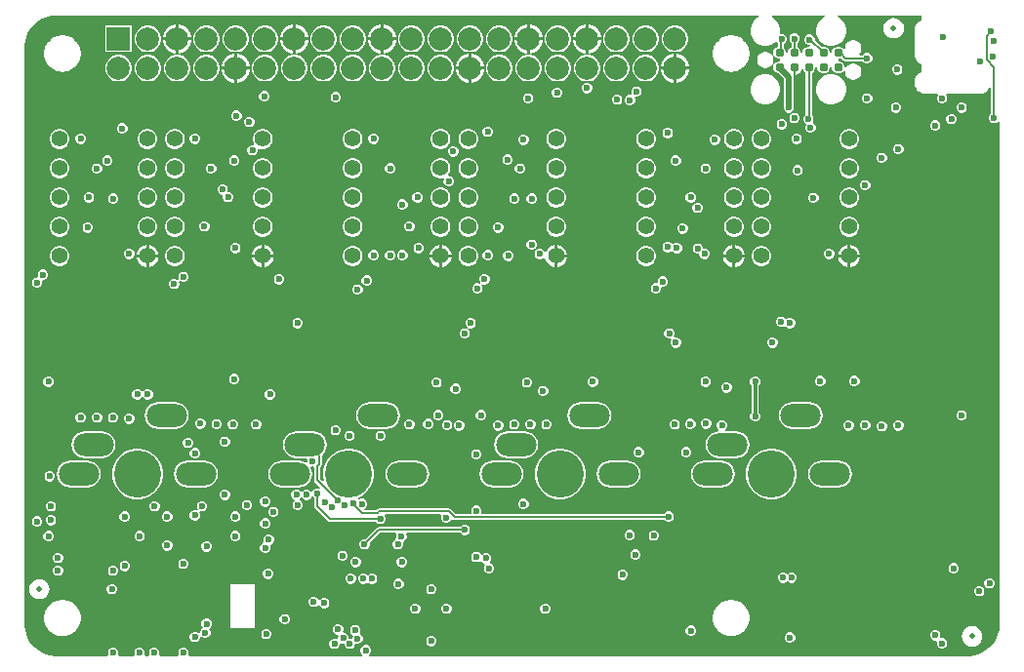
<source format=gtl>
G04*
G04 #@! TF.GenerationSoftware,Altium Limited,Altium Designer,23.9.2 (47)*
G04*
G04 Layer_Physical_Order=1*
G04 Layer_Color=255*
%FSLAX44Y44*%
%MOMM*%
G71*
G04*
G04 #@! TF.SameCoordinates,755CF2AA-2F68-4FBA-815F-43BC2B140BDC*
G04*
G04*
G04 #@! TF.FilePolarity,Positive*
G04*
G01*
G75*
%ADD10C,0.5000*%
%ADD13O,3.5000X2.0000*%
%ADD18C,0.7900*%
%ADD19C,0.2000*%
%ADD20C,0.5000*%
%ADD21C,0.3000*%
%ADD22C,4.0894*%
%ADD23R,2.0000X2.0000*%
%ADD24C,2.0000*%
%ADD25C,1.4000*%
%ADD26C,0.6000*%
G36*
X638942Y557961D02*
X639282Y556691D01*
X636618Y555153D01*
X634197Y552732D01*
X632486Y549768D01*
X631600Y546461D01*
Y543038D01*
X632486Y539732D01*
X634197Y536768D01*
X636618Y534347D01*
X639582Y532636D01*
X642888Y531750D01*
X646311D01*
X649618Y532636D01*
X652582Y534347D01*
X653698Y535463D01*
X654943Y535215D01*
X655051Y534956D01*
X655551Y534455D01*
Y530875D01*
X654213Y530320D01*
X652680Y528787D01*
X651850Y526784D01*
Y524616D01*
X652680Y522613D01*
X654213Y521080D01*
X656216Y520250D01*
X657300D01*
Y518450D01*
X656216D01*
X654213Y517620D01*
X652680Y516087D01*
X651850Y514084D01*
Y511916D01*
X652680Y509913D01*
X654213Y508380D01*
X656185Y507563D01*
X660922Y502826D01*
Y479913D01*
X660500Y478895D01*
Y477105D01*
X661185Y475451D01*
X662451Y474185D01*
X664105Y473500D01*
X665895D01*
X666888Y473911D01*
X667451Y472815D01*
X667070Y472434D01*
X666185Y471549D01*
X665500Y469895D01*
Y468105D01*
X666185Y466451D01*
X667451Y465185D01*
X669105Y464500D01*
X670895D01*
X672549Y465185D01*
X673815Y466451D01*
X674500Y468105D01*
Y469895D01*
X673815Y471549D01*
X672549Y472815D01*
X670895Y473500D01*
X669105D01*
X668112Y473089D01*
X667549Y474185D01*
X667930Y474566D01*
X668815Y475451D01*
X669500Y477105D01*
Y478895D01*
X669078Y479913D01*
Y504515D01*
X668923Y505297D01*
X668934Y505358D01*
X669889Y506510D01*
X670854D01*
X672505Y506952D01*
X673985Y507807D01*
X675193Y509015D01*
X676048Y510495D01*
X676211Y511105D01*
X677550Y511193D01*
X678080Y509913D01*
X679613Y508380D01*
X679801Y508302D01*
Y471960D01*
X679451Y471815D01*
X678185Y470549D01*
X677500Y468895D01*
Y467105D01*
X678185Y465451D01*
X679451Y464185D01*
X679856Y464017D01*
X680004Y463273D01*
X679319Y461619D01*
Y459829D01*
X680004Y458175D01*
X681270Y456909D01*
X682924Y456224D01*
X684714D01*
X686368Y456909D01*
X687634Y458175D01*
X688319Y459829D01*
Y461619D01*
X687634Y463273D01*
X686368Y464539D01*
X685963Y464707D01*
X685815Y465451D01*
X686500Y467105D01*
Y468895D01*
X685815Y470549D01*
X684899Y471465D01*
Y508012D01*
X685787Y508380D01*
X687320Y509913D01*
X688150Y511916D01*
Y513000D01*
X689950D01*
Y511916D01*
X690780Y509913D01*
X692313Y508380D01*
X694316Y507550D01*
X696484D01*
X698487Y508380D01*
X700020Y509913D01*
X700850Y511916D01*
Y513000D01*
X702650D01*
Y511916D01*
X703480Y509913D01*
X705013Y508380D01*
X707016Y507550D01*
X709184D01*
X711187Y508380D01*
X712530Y509723D01*
X713430Y509532D01*
X713800Y509333D01*
Y508268D01*
X714277Y506488D01*
X715199Y504892D01*
X716502Y503589D01*
X718098Y502667D01*
X719878Y502190D01*
X721722D01*
X723502Y502667D01*
X725098Y503589D01*
X726401Y504892D01*
X727323Y506488D01*
X727800Y508268D01*
Y510112D01*
X727323Y511892D01*
X726401Y513488D01*
X725098Y514791D01*
X723502Y515713D01*
X721722Y516190D01*
X719878D01*
X718098Y515713D01*
X716502Y514791D01*
X715199Y513488D01*
X714820Y512832D01*
X713550Y513173D01*
Y514084D01*
X712720Y516087D01*
X711187Y517620D01*
X709184Y518450D01*
X708100D01*
Y520250D01*
X709184D01*
X710747Y520897D01*
X712446Y519198D01*
X713273Y518645D01*
X714249Y518451D01*
X729185D01*
X729185Y518451D01*
X730451Y517185D01*
X732105Y516500D01*
X733895D01*
X735549Y517185D01*
X736815Y518451D01*
X737500Y520105D01*
Y521895D01*
X736815Y523549D01*
X735549Y524815D01*
X733895Y525500D01*
X732105D01*
X730451Y524815D01*
X729185Y523549D01*
X729185Y523549D01*
X726535D01*
X726009Y524819D01*
X726401Y525212D01*
X727323Y526808D01*
X727800Y528588D01*
Y530432D01*
X727323Y532212D01*
X726401Y533808D01*
X725098Y535111D01*
X723502Y536033D01*
X721722Y536510D01*
X719878D01*
X718098Y536033D01*
X716502Y535111D01*
X715199Y533808D01*
X714277Y532212D01*
X713800Y530432D01*
Y529367D01*
X713430Y529168D01*
X712530Y528978D01*
X711187Y530320D01*
X709184Y531150D01*
X707016D01*
X705013Y530320D01*
X703480Y528787D01*
X702650Y526784D01*
Y525700D01*
X700850D01*
Y526784D01*
X700020Y528787D01*
X698487Y530320D01*
X696484Y531150D01*
X694316D01*
X693389Y530766D01*
X687500Y536655D01*
Y537895D01*
X686815Y539549D01*
X685549Y540815D01*
X683895Y541500D01*
X682105D01*
X680451Y540815D01*
X679185Y539549D01*
X678500Y537895D01*
Y536105D01*
X679185Y534451D01*
X680451Y533185D01*
X682105Y532500D01*
X683627D01*
X683692Y532420D01*
X683091Y531162D01*
X683072Y531150D01*
X681616D01*
X679613Y530320D01*
X678080Y528787D01*
X677250Y526784D01*
Y525700D01*
X675450D01*
Y526784D01*
X674620Y528787D01*
X673087Y530320D01*
X672549Y530543D01*
Y534185D01*
X672549Y534185D01*
X673815Y535451D01*
X674500Y537105D01*
Y538895D01*
X673815Y540549D01*
X672549Y541815D01*
X670895Y542500D01*
X669105D01*
X667451Y541815D01*
X666185Y540549D01*
X665500Y538895D01*
Y537105D01*
X666185Y535451D01*
X667451Y534185D01*
X667451Y534185D01*
Y530543D01*
X666913Y530320D01*
X665380Y528787D01*
X664550Y526784D01*
Y525700D01*
X662750D01*
Y526784D01*
X661920Y528787D01*
X660649Y530058D01*
Y533373D01*
X661415Y533690D01*
X662681Y534956D01*
X663366Y536610D01*
Y538400D01*
X662681Y540054D01*
X661415Y541320D01*
X659761Y542005D01*
X658638D01*
X657664Y542975D01*
X657600Y543178D01*
Y546461D01*
X656714Y549768D01*
X655003Y552732D01*
X652582Y555153D01*
X649918Y556691D01*
X650258Y557961D01*
X696092D01*
X696432Y556691D01*
X693768Y555153D01*
X691347Y552732D01*
X689636Y549768D01*
X688750Y546461D01*
Y543038D01*
X689636Y539732D01*
X691347Y536768D01*
X693768Y534347D01*
X696732Y532636D01*
X700039Y531750D01*
X703462D01*
X706768Y532636D01*
X709732Y534347D01*
X712153Y536768D01*
X713864Y539732D01*
X714750Y543038D01*
Y546461D01*
X713864Y549768D01*
X712153Y552732D01*
X709732Y555153D01*
X707068Y556691D01*
X707408Y557961D01*
X780000D01*
Y554261D01*
X779891Y554224D01*
X778066Y553171D01*
X777865Y552995D01*
X777644Y552846D01*
X776153Y551356D01*
X776005Y551134D01*
X775829Y550934D01*
X774776Y549109D01*
X774690Y548856D01*
X774572Y548617D01*
X774026Y546581D01*
X774009Y546315D01*
X773957Y546054D01*
Y523946D01*
X774009Y523685D01*
X774026Y523419D01*
X774572Y521383D01*
X774690Y521144D01*
X774776Y520891D01*
X775829Y519066D01*
X776005Y518865D01*
X776153Y518644D01*
X777644Y517153D01*
X777865Y517005D01*
X778066Y516829D01*
X779891Y515776D01*
X780000Y515739D01*
Y509261D01*
X779891Y509224D01*
X778066Y508171D01*
X777865Y507995D01*
X777644Y507846D01*
X776153Y506356D01*
X776005Y506134D01*
X775829Y505934D01*
X774776Y504109D01*
X774690Y503856D01*
X774572Y503617D01*
X774026Y501581D01*
X774009Y501315D01*
X773957Y501054D01*
Y498946D01*
X774009Y498685D01*
X774026Y498419D01*
X774572Y496383D01*
X774690Y496144D01*
X774776Y495891D01*
X775829Y494066D01*
X776005Y493865D01*
X776153Y493644D01*
X777644Y492153D01*
X777865Y492005D01*
X778066Y491829D01*
X779891Y490776D01*
X780144Y490690D01*
X780383Y490572D01*
X782419Y490027D01*
X782685Y490009D01*
X782946Y489957D01*
X793797D01*
X794323Y488687D01*
X794185Y488549D01*
X793500Y486895D01*
Y485105D01*
X794185Y483451D01*
X795451Y482185D01*
X797105Y481500D01*
X798895D01*
X800549Y482185D01*
X801815Y483451D01*
X802500Y485105D01*
Y486895D01*
X801815Y488549D01*
X801677Y488687D01*
X802203Y489957D01*
X830788D01*
X830985Y489996D01*
X831186D01*
X832732Y490304D01*
X832918Y490381D01*
X833115Y490420D01*
X834572Y491023D01*
X834739Y491135D01*
X834924Y491212D01*
X836235Y492088D01*
X836377Y492230D01*
X836544Y492341D01*
X837659Y493456D01*
X837770Y493623D01*
X837912Y493765D01*
X838788Y495076D01*
X838865Y495261D01*
X838977Y495428D01*
X839181Y495921D01*
X840451Y495669D01*
Y472815D01*
X840451Y472815D01*
X839185Y471549D01*
X838500Y469895D01*
Y468105D01*
X839185Y466451D01*
X840451Y465185D01*
X842105Y464500D01*
X843895D01*
X845549Y465185D01*
X846691Y466327D01*
X847270Y466247D01*
X847961Y465938D01*
X847961Y30000D01*
X847961Y28167D01*
X847483Y24533D01*
X846534Y20993D01*
X845131Y17607D01*
X843298Y14432D01*
X841067Y11525D01*
X838475Y8933D01*
X835567Y6701D01*
X832393Y4869D01*
X829007Y3466D01*
X825467Y2517D01*
X821833Y2039D01*
X820000D01*
X301062Y2039D01*
X300752Y2731D01*
X300673Y3309D01*
X301815Y4451D01*
X302500Y6105D01*
Y7895D01*
X301815Y9549D01*
X300549Y10815D01*
X298895Y11500D01*
X297105D01*
X295451Y10815D01*
X294185Y9549D01*
X293500Y7895D01*
Y6105D01*
X294185Y4451D01*
X295327Y3309D01*
X295248Y2731D01*
X294938Y2039D01*
X145019Y2039D01*
X144170Y3309D01*
X144500Y4104D01*
Y5895D01*
X143815Y7549D01*
X142549Y8814D01*
X140895Y9499D01*
X139105D01*
X137451Y8814D01*
X136185Y7549D01*
X135500Y5895D01*
Y4104D01*
X135830Y3309D01*
X134981Y2039D01*
X119619D01*
X118770Y3309D01*
X119100Y4104D01*
Y5895D01*
X118415Y7549D01*
X117149Y8814D01*
X115495Y9499D01*
X113705D01*
X112051Y8814D01*
X110785Y7549D01*
X110100Y5895D01*
Y4104D01*
X110430Y3309D01*
X109581Y2039D01*
X106919D01*
X106070Y3309D01*
X106400Y4104D01*
Y5895D01*
X105715Y7549D01*
X104449Y8814D01*
X102795Y9499D01*
X101005D01*
X99351Y8814D01*
X98085Y7549D01*
X97400Y5895D01*
Y4104D01*
X97730Y3309D01*
X96881Y2039D01*
X84019D01*
X83170Y3309D01*
X83500Y4105D01*
Y5895D01*
X82815Y7549D01*
X81549Y8815D01*
X79895Y9500D01*
X78105D01*
X76451Y8815D01*
X75185Y7549D01*
X74500Y5895D01*
Y4105D01*
X74830Y3309D01*
X73981Y2039D01*
X30000Y2039D01*
X28168D01*
X24534Y2517D01*
X20993Y3466D01*
X17607Y4868D01*
X14432Y6701D01*
X11525Y8932D01*
X8933Y11524D01*
X6701Y14432D01*
X4869Y17606D01*
X3466Y20993D01*
X2517Y24533D01*
X2039Y28167D01*
X2039Y30000D01*
X2039Y530000D01*
X2039Y531832D01*
X2517Y535466D01*
X3466Y539007D01*
X4868Y542393D01*
X6701Y545567D01*
X8932Y548475D01*
X11524Y551067D01*
X14432Y553298D01*
X17606Y555131D01*
X20993Y556534D01*
X24533Y557482D01*
X28167Y557961D01*
X30000Y557961D01*
X638942Y557961D01*
D02*
G37*
%LPC*%
G36*
X491751Y550240D02*
X491370D01*
Y538970D01*
X502640D01*
Y539351D01*
X501785Y542540D01*
X500135Y545400D01*
X497800Y547734D01*
X494940Y549385D01*
X491751Y550240D01*
D02*
G37*
G36*
X488830D02*
X488449D01*
X485260Y549385D01*
X482400Y547734D01*
X480065Y545400D01*
X478415Y542540D01*
X477560Y539351D01*
Y538970D01*
X488830D01*
Y550240D01*
D02*
G37*
G36*
X440951D02*
X440570D01*
Y538970D01*
X451840D01*
Y539351D01*
X450985Y542540D01*
X449334Y545400D01*
X447000Y547734D01*
X444140Y549385D01*
X440951Y550240D01*
D02*
G37*
G36*
X438030D02*
X437649D01*
X434460Y549385D01*
X431600Y547734D01*
X429266Y545400D01*
X427615Y542540D01*
X426760Y539351D01*
Y538970D01*
X438030D01*
Y550240D01*
D02*
G37*
G36*
X313951D02*
X313570D01*
Y538970D01*
X324840D01*
Y539351D01*
X323985Y542540D01*
X322335Y545400D01*
X320000Y547734D01*
X317140Y549385D01*
X313951Y550240D01*
D02*
G37*
G36*
X311030D02*
X310649D01*
X307460Y549385D01*
X304600Y547734D01*
X302265Y545400D01*
X300615Y542540D01*
X299760Y539351D01*
Y538970D01*
X311030D01*
Y550240D01*
D02*
G37*
G36*
X237751D02*
X237370D01*
Y538970D01*
X248640D01*
Y539351D01*
X247785Y542540D01*
X246134Y545400D01*
X243800Y547734D01*
X240940Y549385D01*
X237751Y550240D01*
D02*
G37*
G36*
X234830D02*
X234449D01*
X231260Y549385D01*
X228400Y547734D01*
X226066Y545400D01*
X224415Y542540D01*
X223560Y539351D01*
Y538970D01*
X234830D01*
Y550240D01*
D02*
G37*
G36*
X136151D02*
X135770D01*
Y538970D01*
X147040D01*
Y539351D01*
X146185Y542540D01*
X144535Y545400D01*
X142200Y547734D01*
X139340Y549385D01*
X136151Y550240D01*
D02*
G37*
G36*
X133230D02*
X132849D01*
X129660Y549385D01*
X126800Y547734D01*
X124466Y545400D01*
X122815Y542540D01*
X121960Y539351D01*
Y538970D01*
X133230D01*
Y550240D01*
D02*
G37*
G36*
X756000Y555826D02*
X753716Y555525D01*
X751587Y554643D01*
X749760Y553241D01*
X748357Y551413D01*
X747475Y549284D01*
X747175Y547000D01*
X747475Y544716D01*
X748357Y542587D01*
X749760Y540759D01*
X751587Y539357D01*
X753716Y538475D01*
X756000Y538175D01*
X758284Y538475D01*
X760413Y539357D01*
X762241Y540759D01*
X763643Y542587D01*
X764525Y544716D01*
X764826Y547000D01*
X764525Y549284D01*
X763643Y551413D01*
X762241Y553241D01*
X760413Y554643D01*
X758284Y555525D01*
X756000Y555826D01*
D02*
G37*
G36*
X567814Y549200D02*
X564786D01*
X561861Y548416D01*
X559239Y546902D01*
X557098Y544761D01*
X555584Y542139D01*
X554800Y539214D01*
Y536186D01*
X555584Y533261D01*
X557098Y530639D01*
X559239Y528498D01*
X561861Y526984D01*
X564786Y526200D01*
X567814D01*
X570739Y526984D01*
X573361Y528498D01*
X575502Y530639D01*
X577016Y533261D01*
X577800Y536186D01*
Y539214D01*
X577016Y542139D01*
X575502Y544761D01*
X573361Y546902D01*
X570739Y548416D01*
X567814Y549200D01*
D02*
G37*
G36*
X542414D02*
X539386D01*
X536461Y548416D01*
X533839Y546902D01*
X531698Y544761D01*
X530184Y542139D01*
X529400Y539214D01*
Y536186D01*
X530184Y533261D01*
X531698Y530639D01*
X533839Y528498D01*
X536461Y526984D01*
X539386Y526200D01*
X542414D01*
X545339Y526984D01*
X547961Y528498D01*
X550102Y530639D01*
X551616Y533261D01*
X552400Y536186D01*
Y539214D01*
X551616Y542139D01*
X550102Y544761D01*
X547961Y546902D01*
X545339Y548416D01*
X542414Y549200D01*
D02*
G37*
G36*
X517014D02*
X513986D01*
X511061Y548416D01*
X508439Y546902D01*
X506298Y544761D01*
X504784Y542139D01*
X504000Y539214D01*
Y536186D01*
X504784Y533261D01*
X506298Y530639D01*
X508439Y528498D01*
X511061Y526984D01*
X513986Y526200D01*
X517014D01*
X519939Y526984D01*
X522561Y528498D01*
X524702Y530639D01*
X526216Y533261D01*
X527000Y536186D01*
Y539214D01*
X526216Y542139D01*
X524702Y544761D01*
X522561Y546902D01*
X519939Y548416D01*
X517014Y549200D01*
D02*
G37*
G36*
X466214D02*
X463186D01*
X460261Y548416D01*
X457639Y546902D01*
X455498Y544761D01*
X453984Y542139D01*
X453200Y539214D01*
Y536186D01*
X453984Y533261D01*
X455498Y530639D01*
X457639Y528498D01*
X460261Y526984D01*
X463186Y526200D01*
X466214D01*
X469139Y526984D01*
X471761Y528498D01*
X473902Y530639D01*
X475416Y533261D01*
X476200Y536186D01*
Y539214D01*
X475416Y542139D01*
X473902Y544761D01*
X471761Y546902D01*
X469139Y548416D01*
X466214Y549200D01*
D02*
G37*
G36*
X415414D02*
X412386D01*
X409461Y548416D01*
X406839Y546902D01*
X404698Y544761D01*
X403184Y542139D01*
X402400Y539214D01*
Y536186D01*
X403184Y533261D01*
X404698Y530639D01*
X406839Y528498D01*
X409461Y526984D01*
X412386Y526200D01*
X415414D01*
X418339Y526984D01*
X420961Y528498D01*
X423102Y530639D01*
X424616Y533261D01*
X425400Y536186D01*
Y539214D01*
X424616Y542139D01*
X423102Y544761D01*
X420961Y546902D01*
X418339Y548416D01*
X415414Y549200D01*
D02*
G37*
G36*
X390014D02*
X386986D01*
X384061Y548416D01*
X381439Y546902D01*
X379298Y544761D01*
X377784Y542139D01*
X377000Y539214D01*
Y536186D01*
X377784Y533261D01*
X379298Y530639D01*
X381439Y528498D01*
X384061Y526984D01*
X386986Y526200D01*
X390014D01*
X392939Y526984D01*
X395561Y528498D01*
X397702Y530639D01*
X399216Y533261D01*
X400000Y536186D01*
Y539214D01*
X399216Y542139D01*
X397702Y544761D01*
X395561Y546902D01*
X392939Y548416D01*
X390014Y549200D01*
D02*
G37*
G36*
X364614D02*
X361586D01*
X358661Y548416D01*
X356039Y546902D01*
X353898Y544761D01*
X352384Y542139D01*
X351600Y539214D01*
Y536186D01*
X352384Y533261D01*
X353898Y530639D01*
X356039Y528498D01*
X358661Y526984D01*
X361586Y526200D01*
X364614D01*
X367539Y526984D01*
X370161Y528498D01*
X372302Y530639D01*
X373816Y533261D01*
X374600Y536186D01*
Y539214D01*
X373816Y542139D01*
X372302Y544761D01*
X370161Y546902D01*
X367539Y548416D01*
X364614Y549200D01*
D02*
G37*
G36*
X339214D02*
X336186D01*
X333261Y548416D01*
X330639Y546902D01*
X328498Y544761D01*
X326984Y542139D01*
X326200Y539214D01*
Y536186D01*
X326984Y533261D01*
X328498Y530639D01*
X330639Y528498D01*
X333261Y526984D01*
X336186Y526200D01*
X339214D01*
X342139Y526984D01*
X344761Y528498D01*
X346902Y530639D01*
X348416Y533261D01*
X349200Y536186D01*
Y539214D01*
X348416Y542139D01*
X346902Y544761D01*
X344761Y546902D01*
X342139Y548416D01*
X339214Y549200D01*
D02*
G37*
G36*
X288414D02*
X285386D01*
X282461Y548416D01*
X279839Y546902D01*
X277698Y544761D01*
X276184Y542139D01*
X275400Y539214D01*
Y536186D01*
X276184Y533261D01*
X277698Y530639D01*
X279839Y528498D01*
X282461Y526984D01*
X285386Y526200D01*
X288414D01*
X291339Y526984D01*
X293961Y528498D01*
X296102Y530639D01*
X297616Y533261D01*
X298400Y536186D01*
Y539214D01*
X297616Y542139D01*
X296102Y544761D01*
X293961Y546902D01*
X291339Y548416D01*
X288414Y549200D01*
D02*
G37*
G36*
X263014D02*
X259986D01*
X257061Y548416D01*
X254439Y546902D01*
X252298Y544761D01*
X250784Y542139D01*
X250000Y539214D01*
Y536186D01*
X250784Y533261D01*
X252298Y530639D01*
X254439Y528498D01*
X257061Y526984D01*
X259986Y526200D01*
X263014D01*
X265939Y526984D01*
X268561Y528498D01*
X270702Y530639D01*
X272216Y533261D01*
X273000Y536186D01*
Y539214D01*
X272216Y542139D01*
X270702Y544761D01*
X268561Y546902D01*
X265939Y548416D01*
X263014Y549200D01*
D02*
G37*
G36*
X212214D02*
X209186D01*
X206261Y548416D01*
X203639Y546902D01*
X201498Y544761D01*
X199984Y542139D01*
X199200Y539214D01*
Y536186D01*
X199984Y533261D01*
X201498Y530639D01*
X203639Y528498D01*
X206261Y526984D01*
X209186Y526200D01*
X212214D01*
X215139Y526984D01*
X217761Y528498D01*
X219902Y530639D01*
X221416Y533261D01*
X222200Y536186D01*
Y539214D01*
X221416Y542139D01*
X219902Y544761D01*
X217761Y546902D01*
X215139Y548416D01*
X212214Y549200D01*
D02*
G37*
G36*
X186814D02*
X183786D01*
X180861Y548416D01*
X178239Y546902D01*
X176098Y544761D01*
X174584Y542139D01*
X173800Y539214D01*
Y536186D01*
X174584Y533261D01*
X176098Y530639D01*
X178239Y528498D01*
X180861Y526984D01*
X183786Y526200D01*
X186814D01*
X189739Y526984D01*
X192361Y528498D01*
X194502Y530639D01*
X196016Y533261D01*
X196800Y536186D01*
Y539214D01*
X196016Y542139D01*
X194502Y544761D01*
X192361Y546902D01*
X189739Y548416D01*
X186814Y549200D01*
D02*
G37*
G36*
X161414D02*
X158386D01*
X155461Y548416D01*
X152839Y546902D01*
X150698Y544761D01*
X149184Y542139D01*
X148400Y539214D01*
Y536186D01*
X149184Y533261D01*
X150698Y530639D01*
X152839Y528498D01*
X155461Y526984D01*
X158386Y526200D01*
X161414D01*
X164339Y526984D01*
X166961Y528498D01*
X169102Y530639D01*
X170616Y533261D01*
X171400Y536186D01*
Y539214D01*
X170616Y542139D01*
X169102Y544761D01*
X166961Y546902D01*
X164339Y548416D01*
X161414Y549200D01*
D02*
G37*
G36*
X110614D02*
X107586D01*
X104661Y548416D01*
X102039Y546902D01*
X99898Y544761D01*
X98384Y542139D01*
X97600Y539214D01*
Y536186D01*
X98384Y533261D01*
X99898Y530639D01*
X102039Y528498D01*
X104661Y526984D01*
X107586Y526200D01*
X110614D01*
X113539Y526984D01*
X116161Y528498D01*
X118302Y530639D01*
X119816Y533261D01*
X120600Y536186D01*
Y539214D01*
X119816Y542139D01*
X118302Y544761D01*
X116161Y546902D01*
X113539Y548416D01*
X110614Y549200D01*
D02*
G37*
G36*
X95200D02*
X72200D01*
Y526200D01*
X95200D01*
Y549200D01*
D02*
G37*
G36*
X502640Y536430D02*
X491370D01*
Y525160D01*
X491751D01*
X494940Y526015D01*
X497800Y527665D01*
X500135Y530000D01*
X501785Y532860D01*
X502640Y536049D01*
Y536430D01*
D02*
G37*
G36*
X488830D02*
X477560D01*
Y536049D01*
X478415Y532860D01*
X480065Y530000D01*
X482400Y527665D01*
X485260Y526015D01*
X488449Y525160D01*
X488830D01*
Y536430D01*
D02*
G37*
G36*
X451840D02*
X440570D01*
Y525160D01*
X440951D01*
X444140Y526015D01*
X447000Y527665D01*
X449334Y530000D01*
X450985Y532860D01*
X451840Y536049D01*
Y536430D01*
D02*
G37*
G36*
X438030D02*
X426760D01*
Y536049D01*
X427615Y532860D01*
X429266Y530000D01*
X431600Y527665D01*
X434460Y526015D01*
X437649Y525160D01*
X438030D01*
Y536430D01*
D02*
G37*
G36*
X324840D02*
X313570D01*
Y525160D01*
X313951D01*
X317140Y526015D01*
X320000Y527665D01*
X322335Y530000D01*
X323985Y532860D01*
X324840Y536049D01*
Y536430D01*
D02*
G37*
G36*
X311030D02*
X299760D01*
Y536049D01*
X300615Y532860D01*
X302265Y530000D01*
X304600Y527665D01*
X307460Y526015D01*
X310649Y525160D01*
X311030D01*
Y536430D01*
D02*
G37*
G36*
X248640D02*
X237370D01*
Y525160D01*
X237751D01*
X240940Y526015D01*
X243800Y527665D01*
X246134Y530000D01*
X247785Y532860D01*
X248640Y536049D01*
Y536430D01*
D02*
G37*
G36*
X234830D02*
X223560D01*
Y536049D01*
X224415Y532860D01*
X226066Y530000D01*
X228400Y527665D01*
X231260Y526015D01*
X234449Y525160D01*
X234830D01*
Y536430D01*
D02*
G37*
G36*
X147040D02*
X135770D01*
Y525160D01*
X136151D01*
X139340Y526015D01*
X142200Y527665D01*
X144535Y530000D01*
X146185Y532860D01*
X147040Y536049D01*
Y536430D01*
D02*
G37*
G36*
X133230D02*
X121960D01*
Y536049D01*
X122815Y532860D01*
X124466Y530000D01*
X126800Y527665D01*
X129660Y526015D01*
X132849Y525160D01*
X133230D01*
Y536430D01*
D02*
G37*
G36*
X567951Y524840D02*
X567570D01*
Y513570D01*
X578840D01*
Y513951D01*
X577985Y517140D01*
X576334Y520000D01*
X574000Y522335D01*
X571140Y523985D01*
X567951Y524840D01*
D02*
G37*
G36*
X565030D02*
X564649D01*
X561460Y523985D01*
X558600Y522335D01*
X556265Y520000D01*
X554615Y517140D01*
X553760Y513951D01*
Y513570D01*
X565030D01*
Y524840D01*
D02*
G37*
G36*
X390151D02*
X389770D01*
Y513570D01*
X401040D01*
Y513951D01*
X400185Y517140D01*
X398535Y520000D01*
X396200Y522335D01*
X393340Y523985D01*
X390151Y524840D01*
D02*
G37*
G36*
X387230D02*
X386849D01*
X383660Y523985D01*
X380800Y522335D01*
X378465Y520000D01*
X376815Y517140D01*
X375960Y513951D01*
Y513570D01*
X387230D01*
Y524840D01*
D02*
G37*
G36*
X186951D02*
X186570D01*
Y513570D01*
X197840D01*
Y513951D01*
X196985Y517140D01*
X195334Y520000D01*
X193000Y522335D01*
X190140Y523985D01*
X186951Y524840D01*
D02*
G37*
G36*
X184030D02*
X183649D01*
X180460Y523985D01*
X177600Y522335D01*
X175266Y520000D01*
X173615Y517140D01*
X172760Y513951D01*
Y513570D01*
X184030D01*
Y524840D01*
D02*
G37*
G36*
X645522Y526350D02*
X643678D01*
X641898Y525873D01*
X640302Y524951D01*
X638999Y523648D01*
X638077Y522052D01*
X637600Y520272D01*
Y518428D01*
X638077Y516648D01*
X638999Y515052D01*
X640302Y513749D01*
X641898Y512827D01*
X643678Y512350D01*
X645522D01*
X647302Y512827D01*
X648898Y513749D01*
X650201Y515052D01*
X651123Y516648D01*
X651600Y518428D01*
Y520272D01*
X651123Y522052D01*
X650201Y523648D01*
X648898Y524951D01*
X647302Y525873D01*
X645522Y526350D01*
D02*
G37*
G36*
X616354Y540789D02*
X613646D01*
X613449Y540750D01*
X613248D01*
X610591Y540222D01*
X610406Y540145D01*
X610209Y540106D01*
X607706Y539069D01*
X607539Y538957D01*
X607354Y538881D01*
X605102Y537376D01*
X604960Y537234D01*
X604793Y537122D01*
X602878Y535207D01*
X602766Y535040D01*
X602624Y534898D01*
X601119Y532646D01*
X601043Y532460D01*
X600931Y532293D01*
X599894Y529791D01*
X599855Y529594D01*
X599778Y529408D01*
X599250Y526752D01*
Y526551D01*
X599211Y526354D01*
Y523646D01*
X599250Y523449D01*
Y523248D01*
X599778Y520591D01*
X599855Y520406D01*
X599894Y520209D01*
X600931Y517706D01*
X601043Y517539D01*
X601119Y517354D01*
X602624Y515102D01*
X602766Y514960D01*
X602878Y514793D01*
X604793Y512878D01*
X604960Y512766D01*
X605102Y512624D01*
X607354Y511119D01*
X607540Y511043D01*
X607706Y510931D01*
X610209Y509894D01*
X610406Y509855D01*
X610591Y509778D01*
X613248Y509250D01*
X613449D01*
X613646Y509211D01*
X616354D01*
X616551Y509250D01*
X616752D01*
X619408Y509778D01*
X619594Y509855D01*
X619791Y509894D01*
X622293Y510931D01*
X622460Y511043D01*
X622646Y511119D01*
X624898Y512624D01*
X625040Y512766D01*
X625207Y512878D01*
X627122Y514793D01*
X627234Y514960D01*
X627376Y515102D01*
X628881Y517354D01*
X628957Y517540D01*
X629069Y517706D01*
X630106Y520209D01*
X630145Y520406D01*
X630222Y520591D01*
X630750Y523248D01*
Y523449D01*
X630789Y523646D01*
Y526354D01*
X630750Y526551D01*
Y526752D01*
X630222Y529408D01*
X630145Y529594D01*
X630106Y529791D01*
X629069Y532293D01*
X628957Y532460D01*
X628881Y532646D01*
X627376Y534898D01*
X627234Y535040D01*
X627122Y535207D01*
X625207Y537122D01*
X625040Y537234D01*
X624898Y537376D01*
X622646Y538881D01*
X622460Y538957D01*
X622293Y539069D01*
X619791Y540106D01*
X619594Y540145D01*
X619408Y540222D01*
X616752Y540750D01*
X616551D01*
X616354Y540789D01*
D02*
G37*
G36*
X36354D02*
X33646D01*
X33449Y540750D01*
X33248D01*
X30591Y540222D01*
X30406Y540145D01*
X30209Y540106D01*
X27706Y539069D01*
X27540Y538957D01*
X27354Y538881D01*
X25102Y537376D01*
X24960Y537234D01*
X24793Y537122D01*
X22878Y535207D01*
X22766Y535040D01*
X22624Y534898D01*
X21119Y532646D01*
X21042Y532460D01*
X20931Y532293D01*
X19894Y529791D01*
X19855Y529594D01*
X19778Y529408D01*
X19250Y526752D01*
Y526551D01*
X19211Y526354D01*
Y523646D01*
X19250Y523449D01*
Y523248D01*
X19778Y520591D01*
X19855Y520406D01*
X19894Y520209D01*
X20931Y517706D01*
X21042Y517539D01*
X21119Y517354D01*
X22624Y515102D01*
X22766Y514960D01*
X22878Y514793D01*
X24793Y512878D01*
X24960Y512766D01*
X25102Y512624D01*
X27354Y511119D01*
X27540Y511043D01*
X27706Y510931D01*
X30209Y509894D01*
X30406Y509855D01*
X30591Y509778D01*
X33248Y509250D01*
X33449D01*
X33646Y509211D01*
X36354D01*
X36551Y509250D01*
X36752D01*
X39409Y509778D01*
X39594Y509855D01*
X39791Y509894D01*
X42293Y510931D01*
X42460Y511043D01*
X42646Y511119D01*
X44898Y512624D01*
X45040Y512766D01*
X45207Y512878D01*
X47122Y514793D01*
X47234Y514960D01*
X47376Y515102D01*
X48881Y517354D01*
X48958Y517540D01*
X49069Y517706D01*
X50106Y520209D01*
X50145Y520406D01*
X50222Y520591D01*
X50750Y523248D01*
Y523449D01*
X50789Y523646D01*
Y526354D01*
X50750Y526551D01*
Y526752D01*
X50222Y529408D01*
X50145Y529594D01*
X50106Y529791D01*
X49069Y532293D01*
X48958Y532460D01*
X48881Y532646D01*
X47376Y534898D01*
X47234Y535040D01*
X47122Y535207D01*
X45207Y537122D01*
X45040Y537234D01*
X44898Y537376D01*
X42646Y538881D01*
X42460Y538957D01*
X42293Y539069D01*
X39791Y540106D01*
X39594Y540145D01*
X39409Y540222D01*
X36752Y540750D01*
X36551D01*
X36354Y540789D01*
D02*
G37*
G36*
X759895Y515500D02*
X758105D01*
X756451Y514815D01*
X755185Y513549D01*
X754500Y511895D01*
Y510105D01*
X755185Y508451D01*
X756451Y507185D01*
X758105Y506500D01*
X759895D01*
X761549Y507185D01*
X762815Y508451D01*
X763500Y510105D01*
Y511895D01*
X762815Y513549D01*
X761549Y514815D01*
X759895Y515500D01*
D02*
G37*
G36*
X542414Y523800D02*
X539386D01*
X536461Y523016D01*
X533839Y521502D01*
X531698Y519361D01*
X530184Y516739D01*
X529400Y513814D01*
Y510786D01*
X530184Y507861D01*
X531698Y505239D01*
X533839Y503098D01*
X536461Y501584D01*
X539386Y500800D01*
X542414D01*
X545339Y501584D01*
X547961Y503098D01*
X550102Y505239D01*
X551616Y507861D01*
X552400Y510786D01*
Y513814D01*
X551616Y516739D01*
X550102Y519361D01*
X547961Y521502D01*
X545339Y523016D01*
X542414Y523800D01*
D02*
G37*
G36*
X517014D02*
X513986D01*
X511061Y523016D01*
X508439Y521502D01*
X506298Y519361D01*
X504784Y516739D01*
X504000Y513814D01*
Y510786D01*
X504784Y507861D01*
X506298Y505239D01*
X508439Y503098D01*
X511061Y501584D01*
X513986Y500800D01*
X517014D01*
X519939Y501584D01*
X522561Y503098D01*
X524702Y505239D01*
X526216Y507861D01*
X527000Y510786D01*
Y513814D01*
X526216Y516739D01*
X524702Y519361D01*
X522561Y521502D01*
X519939Y523016D01*
X517014Y523800D01*
D02*
G37*
G36*
X491614D02*
X488586D01*
X485661Y523016D01*
X483039Y521502D01*
X480898Y519361D01*
X479384Y516739D01*
X478600Y513814D01*
Y510786D01*
X479384Y507861D01*
X480898Y505239D01*
X483039Y503098D01*
X485661Y501584D01*
X488586Y500800D01*
X491614D01*
X494539Y501584D01*
X497161Y503098D01*
X499302Y505239D01*
X500816Y507861D01*
X501600Y510786D01*
Y513814D01*
X500816Y516739D01*
X499302Y519361D01*
X497161Y521502D01*
X494539Y523016D01*
X491614Y523800D01*
D02*
G37*
G36*
X466214D02*
X463186D01*
X460261Y523016D01*
X457639Y521502D01*
X455498Y519361D01*
X453984Y516739D01*
X453200Y513814D01*
Y510786D01*
X453984Y507861D01*
X455498Y505239D01*
X457639Y503098D01*
X460261Y501584D01*
X463186Y500800D01*
X466214D01*
X469139Y501584D01*
X471761Y503098D01*
X473902Y505239D01*
X475416Y507861D01*
X476200Y510786D01*
Y513814D01*
X475416Y516739D01*
X473902Y519361D01*
X471761Y521502D01*
X469139Y523016D01*
X466214Y523800D01*
D02*
G37*
G36*
X440814D02*
X437786D01*
X434861Y523016D01*
X432239Y521502D01*
X430098Y519361D01*
X428584Y516739D01*
X427800Y513814D01*
Y510786D01*
X428584Y507861D01*
X430098Y505239D01*
X432239Y503098D01*
X434861Y501584D01*
X437786Y500800D01*
X440814D01*
X443739Y501584D01*
X446361Y503098D01*
X448502Y505239D01*
X450016Y507861D01*
X450800Y510786D01*
Y513814D01*
X450016Y516739D01*
X448502Y519361D01*
X446361Y521502D01*
X443739Y523016D01*
X440814Y523800D01*
D02*
G37*
G36*
X415414D02*
X412386D01*
X409461Y523016D01*
X406839Y521502D01*
X404698Y519361D01*
X403184Y516739D01*
X402400Y513814D01*
Y510786D01*
X403184Y507861D01*
X404698Y505239D01*
X406839Y503098D01*
X409461Y501584D01*
X412386Y500800D01*
X415414D01*
X418339Y501584D01*
X420961Y503098D01*
X423102Y505239D01*
X424616Y507861D01*
X425400Y510786D01*
Y513814D01*
X424616Y516739D01*
X423102Y519361D01*
X420961Y521502D01*
X418339Y523016D01*
X415414Y523800D01*
D02*
G37*
G36*
X364614D02*
X361586D01*
X358661Y523016D01*
X356039Y521502D01*
X353898Y519361D01*
X352384Y516739D01*
X351600Y513814D01*
Y510786D01*
X352384Y507861D01*
X353898Y505239D01*
X356039Y503098D01*
X358661Y501584D01*
X361586Y500800D01*
X364614D01*
X367539Y501584D01*
X370161Y503098D01*
X372302Y505239D01*
X373816Y507861D01*
X374600Y510786D01*
Y513814D01*
X373816Y516739D01*
X372302Y519361D01*
X370161Y521502D01*
X367539Y523016D01*
X364614Y523800D01*
D02*
G37*
G36*
X339214D02*
X336186D01*
X333261Y523016D01*
X330639Y521502D01*
X328498Y519361D01*
X326984Y516739D01*
X326200Y513814D01*
Y510786D01*
X326984Y507861D01*
X328498Y505239D01*
X330639Y503098D01*
X333261Y501584D01*
X336186Y500800D01*
X339214D01*
X342139Y501584D01*
X344761Y503098D01*
X346902Y505239D01*
X348416Y507861D01*
X349200Y510786D01*
Y513814D01*
X348416Y516739D01*
X346902Y519361D01*
X344761Y521502D01*
X342139Y523016D01*
X339214Y523800D01*
D02*
G37*
G36*
X313814D02*
X310786D01*
X307861Y523016D01*
X305239Y521502D01*
X303098Y519361D01*
X301584Y516739D01*
X300800Y513814D01*
Y510786D01*
X301584Y507861D01*
X303098Y505239D01*
X305239Y503098D01*
X307861Y501584D01*
X310786Y500800D01*
X313814D01*
X316739Y501584D01*
X319361Y503098D01*
X321502Y505239D01*
X323016Y507861D01*
X323800Y510786D01*
Y513814D01*
X323016Y516739D01*
X321502Y519361D01*
X319361Y521502D01*
X316739Y523016D01*
X313814Y523800D01*
D02*
G37*
G36*
X288414D02*
X285386D01*
X282461Y523016D01*
X279839Y521502D01*
X277698Y519361D01*
X276184Y516739D01*
X275400Y513814D01*
Y510786D01*
X276184Y507861D01*
X277698Y505239D01*
X279839Y503098D01*
X282461Y501584D01*
X285386Y500800D01*
X288414D01*
X291339Y501584D01*
X293961Y503098D01*
X296102Y505239D01*
X297616Y507861D01*
X298400Y510786D01*
Y513814D01*
X297616Y516739D01*
X296102Y519361D01*
X293961Y521502D01*
X291339Y523016D01*
X288414Y523800D01*
D02*
G37*
G36*
X263014D02*
X259986D01*
X257061Y523016D01*
X254439Y521502D01*
X252298Y519361D01*
X250784Y516739D01*
X250000Y513814D01*
Y510786D01*
X250784Y507861D01*
X252298Y505239D01*
X254439Y503098D01*
X257061Y501584D01*
X259986Y500800D01*
X263014D01*
X265939Y501584D01*
X268561Y503098D01*
X270702Y505239D01*
X272216Y507861D01*
X273000Y510786D01*
Y513814D01*
X272216Y516739D01*
X270702Y519361D01*
X268561Y521502D01*
X265939Y523016D01*
X263014Y523800D01*
D02*
G37*
G36*
X237614D02*
X234586D01*
X231661Y523016D01*
X229039Y521502D01*
X226898Y519361D01*
X225384Y516739D01*
X224600Y513814D01*
Y510786D01*
X225384Y507861D01*
X226898Y505239D01*
X229039Y503098D01*
X231661Y501584D01*
X234586Y500800D01*
X237614D01*
X240539Y501584D01*
X243161Y503098D01*
X245302Y505239D01*
X246816Y507861D01*
X247600Y510786D01*
Y513814D01*
X246816Y516739D01*
X245302Y519361D01*
X243161Y521502D01*
X240539Y523016D01*
X237614Y523800D01*
D02*
G37*
G36*
X212214D02*
X209186D01*
X206261Y523016D01*
X203639Y521502D01*
X201498Y519361D01*
X199984Y516739D01*
X199200Y513814D01*
Y510786D01*
X199984Y507861D01*
X201498Y505239D01*
X203639Y503098D01*
X206261Y501584D01*
X209186Y500800D01*
X212214D01*
X215139Y501584D01*
X217761Y503098D01*
X219902Y505239D01*
X221416Y507861D01*
X222200Y510786D01*
Y513814D01*
X221416Y516739D01*
X219902Y519361D01*
X217761Y521502D01*
X215139Y523016D01*
X212214Y523800D01*
D02*
G37*
G36*
X161414D02*
X158386D01*
X155461Y523016D01*
X152839Y521502D01*
X150698Y519361D01*
X149184Y516739D01*
X148400Y513814D01*
Y510786D01*
X149184Y507861D01*
X150698Y505239D01*
X152839Y503098D01*
X155461Y501584D01*
X158386Y500800D01*
X161414D01*
X164339Y501584D01*
X166961Y503098D01*
X169102Y505239D01*
X170616Y507861D01*
X171400Y510786D01*
Y513814D01*
X170616Y516739D01*
X169102Y519361D01*
X166961Y521502D01*
X164339Y523016D01*
X161414Y523800D01*
D02*
G37*
G36*
X136014D02*
X132986D01*
X130061Y523016D01*
X127439Y521502D01*
X125298Y519361D01*
X123784Y516739D01*
X123000Y513814D01*
Y510786D01*
X123784Y507861D01*
X125298Y505239D01*
X127439Y503098D01*
X130061Y501584D01*
X132986Y500800D01*
X136014D01*
X138939Y501584D01*
X141561Y503098D01*
X143702Y505239D01*
X145216Y507861D01*
X146000Y510786D01*
Y513814D01*
X145216Y516739D01*
X143702Y519361D01*
X141561Y521502D01*
X138939Y523016D01*
X136014Y523800D01*
D02*
G37*
G36*
X110614D02*
X107586D01*
X104661Y523016D01*
X102039Y521502D01*
X99898Y519361D01*
X98384Y516739D01*
X97600Y513814D01*
Y510786D01*
X98384Y507861D01*
X99898Y505239D01*
X102039Y503098D01*
X104661Y501584D01*
X107586Y500800D01*
X110614D01*
X113539Y501584D01*
X116161Y503098D01*
X118302Y505239D01*
X119816Y507861D01*
X120600Y510786D01*
Y513814D01*
X119816Y516739D01*
X118302Y519361D01*
X116161Y521502D01*
X113539Y523016D01*
X110614Y523800D01*
D02*
G37*
G36*
X85214D02*
X82186D01*
X79261Y523016D01*
X76639Y521502D01*
X74498Y519361D01*
X72984Y516739D01*
X72200Y513814D01*
Y510786D01*
X72984Y507861D01*
X74498Y505239D01*
X76639Y503098D01*
X79261Y501584D01*
X82186Y500800D01*
X85214D01*
X88139Y501584D01*
X90761Y503098D01*
X92902Y505239D01*
X94416Y507861D01*
X95200Y510786D01*
Y513814D01*
X94416Y516739D01*
X92902Y519361D01*
X90761Y521502D01*
X88139Y523016D01*
X85214Y523800D01*
D02*
G37*
G36*
X578840Y511030D02*
X567570D01*
Y499760D01*
X567951D01*
X571140Y500615D01*
X574000Y502266D01*
X576334Y504600D01*
X577985Y507460D01*
X578840Y510649D01*
Y511030D01*
D02*
G37*
G36*
X565030D02*
X553760D01*
Y510649D01*
X554615Y507460D01*
X556265Y504600D01*
X558600Y502266D01*
X561460Y500615D01*
X564649Y499760D01*
X565030D01*
Y511030D01*
D02*
G37*
G36*
X401040D02*
X389770D01*
Y499760D01*
X390151D01*
X393340Y500615D01*
X396200Y502266D01*
X398535Y504600D01*
X400185Y507460D01*
X401040Y510649D01*
Y511030D01*
D02*
G37*
G36*
X387230D02*
X375960D01*
Y510649D01*
X376815Y507460D01*
X378465Y504600D01*
X380800Y502266D01*
X383660Y500615D01*
X386849Y499760D01*
X387230D01*
Y511030D01*
D02*
G37*
G36*
X197840D02*
X186570D01*
Y499760D01*
X186951D01*
X190140Y500615D01*
X193000Y502266D01*
X195334Y504600D01*
X196985Y507460D01*
X197840Y510649D01*
Y511030D01*
D02*
G37*
G36*
X184030D02*
X172760D01*
Y510649D01*
X173615Y507460D01*
X175266Y504600D01*
X177600Y502266D01*
X180460Y500615D01*
X183649Y499760D01*
X184030D01*
Y511030D01*
D02*
G37*
G36*
X490895Y499500D02*
X489105D01*
X487451Y498815D01*
X486185Y497549D01*
X485500Y495895D01*
Y494105D01*
X486185Y492451D01*
X487451Y491185D01*
X489105Y490500D01*
X490895D01*
X492549Y491185D01*
X493815Y492451D01*
X494500Y494105D01*
Y495895D01*
X493815Y497549D01*
X492549Y498815D01*
X490895Y499500D01*
D02*
G37*
G36*
X464895Y495500D02*
X463105D01*
X461451Y494815D01*
X460185Y493549D01*
X459500Y491895D01*
Y490105D01*
X460185Y488451D01*
X461451Y487185D01*
X463105Y486500D01*
X464895D01*
X466549Y487185D01*
X467815Y488451D01*
X468500Y490105D01*
Y491895D01*
X467815Y493549D01*
X466549Y494815D01*
X464895Y495500D01*
D02*
G37*
G36*
X210895Y492500D02*
X209105D01*
X207451Y491815D01*
X206185Y490549D01*
X205500Y488895D01*
Y487105D01*
X206185Y485451D01*
X207451Y484185D01*
X209105Y483500D01*
X210895D01*
X212549Y484185D01*
X213815Y485451D01*
X214500Y487105D01*
Y488895D01*
X213815Y490549D01*
X212549Y491815D01*
X210895Y492500D01*
D02*
G37*
G36*
X272880Y491515D02*
X271090D01*
X269436Y490830D01*
X268171Y489564D01*
X267485Y487910D01*
Y486119D01*
X268171Y484465D01*
X269436Y483200D01*
X271090Y482515D01*
X272880D01*
X274534Y483200D01*
X275800Y484465D01*
X276485Y486119D01*
Y487910D01*
X275800Y489564D01*
X274534Y490830D01*
X272880Y491515D01*
D02*
G37*
G36*
X733895Y490500D02*
X732105D01*
X730451Y489815D01*
X729185Y488549D01*
X728500Y486895D01*
Y485105D01*
X729185Y483451D01*
X730451Y482185D01*
X732105Y481500D01*
X733895D01*
X735549Y482185D01*
X736815Y483451D01*
X737500Y485105D01*
Y486895D01*
X736815Y488549D01*
X735549Y489815D01*
X733895Y490500D01*
D02*
G37*
G36*
X439895D02*
X438105D01*
X436451Y489815D01*
X435185Y488549D01*
X434500Y486895D01*
Y485105D01*
X435185Y483451D01*
X436451Y482185D01*
X438105Y481500D01*
X439895D01*
X441549Y482185D01*
X442815Y483451D01*
X443500Y485105D01*
Y486895D01*
X442815Y488549D01*
X441549Y489815D01*
X439895Y490500D01*
D02*
G37*
G36*
X703462Y506950D02*
X700039D01*
X696732Y506064D01*
X693768Y504353D01*
X691347Y501932D01*
X689636Y498968D01*
X688750Y495662D01*
Y492239D01*
X689636Y488932D01*
X691347Y485968D01*
X693768Y483547D01*
X696732Y481836D01*
X700039Y480950D01*
X703462D01*
X706768Y481836D01*
X709732Y483547D01*
X712153Y485968D01*
X713864Y488932D01*
X714750Y492239D01*
Y495662D01*
X713864Y498968D01*
X712153Y501932D01*
X709732Y504353D01*
X706768Y506064D01*
X703462Y506950D01*
D02*
G37*
G36*
X646311D02*
X642888D01*
X639582Y506064D01*
X636618Y504353D01*
X634197Y501932D01*
X632486Y498968D01*
X631600Y495662D01*
Y492239D01*
X632486Y488932D01*
X634197Y485968D01*
X636618Y483547D01*
X639582Y481836D01*
X642888Y480950D01*
X646311D01*
X649618Y481836D01*
X652582Y483547D01*
X655003Y485968D01*
X656714Y488932D01*
X657600Y492239D01*
Y495662D01*
X656714Y498968D01*
X655003Y501932D01*
X652582Y504353D01*
X649618Y506064D01*
X646311Y506950D01*
D02*
G37*
G36*
X516895Y489500D02*
X515105D01*
X513451Y488815D01*
X512185Y487549D01*
X511500Y485895D01*
Y484105D01*
X512185Y482451D01*
X513451Y481185D01*
X515105Y480500D01*
X516895D01*
X518549Y481185D01*
X519815Y482451D01*
X520500Y484105D01*
Y485895D01*
X519815Y487549D01*
X518549Y488815D01*
X516895Y489500D01*
D02*
G37*
G36*
X533895Y496500D02*
X532105D01*
X530451Y495815D01*
X529185Y494549D01*
X528500Y492895D01*
Y491105D01*
X528914Y490106D01*
X528636Y489650D01*
X527994Y489008D01*
X526455D01*
X524801Y488323D01*
X523535Y487057D01*
X522850Y485403D01*
Y483613D01*
X523535Y481959D01*
X524801Y480693D01*
X526455Y480008D01*
X528245D01*
X529899Y480693D01*
X531165Y481959D01*
X531850Y483613D01*
Y485403D01*
X531436Y486402D01*
X531714Y486859D01*
X532356Y487500D01*
X533895D01*
X535549Y488185D01*
X536815Y489451D01*
X537500Y491105D01*
Y492895D01*
X536815Y494549D01*
X535549Y495815D01*
X533895Y496500D01*
D02*
G37*
G36*
X815895Y482500D02*
X814105D01*
X812451Y481815D01*
X811185Y480549D01*
X810500Y478895D01*
Y477105D01*
X811185Y475451D01*
X812451Y474185D01*
X814105Y473500D01*
X815895D01*
X817549Y474185D01*
X818815Y475451D01*
X819500Y477105D01*
Y478895D01*
X818815Y480549D01*
X817549Y481815D01*
X815895Y482500D01*
D02*
G37*
G36*
X758895D02*
X757105D01*
X755451Y481815D01*
X754185Y480549D01*
X753500Y478895D01*
Y477105D01*
X754185Y475451D01*
X755451Y474185D01*
X757105Y473500D01*
X758895D01*
X760549Y474185D01*
X761815Y475451D01*
X762500Y477105D01*
Y478895D01*
X761815Y480549D01*
X760549Y481815D01*
X758895Y482500D01*
D02*
G37*
G36*
X186895Y475500D02*
X185105D01*
X183451Y474815D01*
X182185Y473549D01*
X181500Y471895D01*
Y470105D01*
X182185Y468451D01*
X183451Y467185D01*
X185105Y466500D01*
X186895D01*
X188549Y467185D01*
X189815Y468451D01*
X190500Y470105D01*
Y471895D01*
X189815Y473549D01*
X188549Y474815D01*
X186895Y475500D01*
D02*
G37*
G36*
X806895Y472500D02*
X805105D01*
X803451Y471815D01*
X802185Y470549D01*
X801500Y468895D01*
Y467105D01*
X802185Y465451D01*
X803451Y464185D01*
X805105Y463500D01*
X806895D01*
X808549Y464185D01*
X809815Y465451D01*
X810500Y467105D01*
Y468895D01*
X809815Y470549D01*
X808549Y471815D01*
X806895Y472500D01*
D02*
G37*
G36*
X197895Y470000D02*
X196105D01*
X194451Y469315D01*
X193185Y468049D01*
X192500Y466395D01*
Y464605D01*
X193185Y462951D01*
X194451Y461685D01*
X196105Y461000D01*
X197895D01*
X199549Y461685D01*
X200815Y462951D01*
X201500Y464605D01*
Y466395D01*
X200815Y468049D01*
X199549Y469315D01*
X197895Y470000D01*
D02*
G37*
G36*
X659895Y468000D02*
X658105D01*
X656451Y467315D01*
X655185Y466049D01*
X654500Y464395D01*
Y462605D01*
X655185Y460951D01*
X656451Y459685D01*
X658105Y459000D01*
X659895D01*
X661549Y459685D01*
X662815Y460951D01*
X663500Y462605D01*
Y464395D01*
X662815Y466049D01*
X661549Y467315D01*
X659895Y468000D01*
D02*
G37*
G36*
X792895Y467000D02*
X791105D01*
X789451Y466315D01*
X788185Y465049D01*
X787500Y463395D01*
Y461605D01*
X788185Y459951D01*
X789451Y458685D01*
X791105Y458000D01*
X792895D01*
X794549Y458685D01*
X795815Y459951D01*
X796500Y461605D01*
Y463395D01*
X795815Y465049D01*
X794549Y466315D01*
X792895Y467000D01*
D02*
G37*
G36*
X87895Y464500D02*
X86105D01*
X84451Y463815D01*
X83185Y462549D01*
X82500Y460895D01*
Y459105D01*
X83185Y457451D01*
X84451Y456185D01*
X86105Y455500D01*
X87895D01*
X89549Y456185D01*
X90815Y457451D01*
X91500Y459105D01*
Y460895D01*
X90815Y462549D01*
X89549Y463815D01*
X87895Y464500D01*
D02*
G37*
G36*
X404895Y461500D02*
X403105D01*
X401451Y460815D01*
X400185Y459549D01*
X399500Y457895D01*
Y456105D01*
X400185Y454451D01*
X401451Y453185D01*
X403105Y452500D01*
X404895D01*
X406549Y453185D01*
X407815Y454451D01*
X408500Y456105D01*
Y457895D01*
X407815Y459549D01*
X406549Y460815D01*
X404895Y461500D01*
D02*
G37*
G36*
X560895Y460500D02*
X559105D01*
X557451Y459815D01*
X556185Y458549D01*
X555500Y456895D01*
Y455105D01*
X556185Y453451D01*
X557451Y452185D01*
X559105Y451500D01*
X560895D01*
X562549Y452185D01*
X563815Y453451D01*
X564500Y455105D01*
Y456895D01*
X563815Y458549D01*
X562549Y459815D01*
X560895Y460500D01*
D02*
G37*
G36*
X305895Y455500D02*
X304105D01*
X302451Y454815D01*
X301185Y453549D01*
X300500Y451895D01*
Y450105D01*
X301185Y448451D01*
X302451Y447185D01*
X304105Y446500D01*
X305895D01*
X307549Y447185D01*
X308815Y448451D01*
X309500Y450105D01*
Y451895D01*
X308815Y453549D01*
X307549Y454815D01*
X305895Y455500D01*
D02*
G37*
G36*
X150895D02*
X149105D01*
X147451Y454815D01*
X146185Y453549D01*
X145500Y451895D01*
Y450105D01*
X146185Y448451D01*
X147451Y447185D01*
X149105Y446500D01*
X150895D01*
X152549Y447185D01*
X153815Y448451D01*
X154500Y450105D01*
Y451895D01*
X153815Y453549D01*
X152549Y454815D01*
X150895Y455500D01*
D02*
G37*
G36*
X51895D02*
X50105D01*
X48451Y454815D01*
X47185Y453549D01*
X46500Y451895D01*
Y450105D01*
X47185Y448451D01*
X48451Y447185D01*
X50105Y446500D01*
X51895D01*
X53549Y447185D01*
X54815Y448451D01*
X55500Y450105D01*
Y451895D01*
X54815Y453549D01*
X53549Y454815D01*
X51895Y455500D01*
D02*
G37*
G36*
X672695Y455300D02*
X670905D01*
X669251Y454615D01*
X667985Y453349D01*
X667300Y451695D01*
Y449905D01*
X667985Y448251D01*
X669251Y446985D01*
X670905Y446300D01*
X672695D01*
X674349Y446985D01*
X675615Y448251D01*
X676300Y449905D01*
Y451695D01*
X675615Y453349D01*
X674349Y454615D01*
X672695Y455300D01*
D02*
G37*
G36*
X601895Y454500D02*
X600105D01*
X598451Y453815D01*
X597185Y452549D01*
X596500Y450895D01*
Y449105D01*
X597185Y447451D01*
X598451Y446185D01*
X600105Y445500D01*
X601895D01*
X603549Y446185D01*
X604815Y447451D01*
X605500Y449105D01*
Y450895D01*
X604815Y452549D01*
X603549Y453815D01*
X601895Y454500D01*
D02*
G37*
G36*
X435895D02*
X434105D01*
X432451Y453815D01*
X431185Y452549D01*
X430500Y450895D01*
Y449105D01*
X431185Y447451D01*
X432451Y446185D01*
X434105Y445500D01*
X435895D01*
X437549Y446185D01*
X438815Y447451D01*
X439500Y449105D01*
Y450895D01*
X438815Y452549D01*
X437549Y453815D01*
X435895Y454500D01*
D02*
G37*
G36*
X718539Y459300D02*
X716301D01*
X714139Y458721D01*
X712201Y457602D01*
X710618Y456019D01*
X709499Y454081D01*
X708920Y451919D01*
Y449681D01*
X709499Y447519D01*
X710618Y445581D01*
X712201Y443998D01*
X714139Y442879D01*
X716301Y442300D01*
X718539D01*
X720701Y442879D01*
X722639Y443998D01*
X724222Y445581D01*
X725341Y447519D01*
X725920Y449681D01*
Y451919D01*
X725341Y454081D01*
X724222Y456019D01*
X722639Y457602D01*
X720701Y458721D01*
X718539Y459300D01*
D02*
G37*
G36*
X642339D02*
X640101D01*
X637939Y458721D01*
X636001Y457602D01*
X634418Y456019D01*
X633299Y454081D01*
X632720Y451919D01*
Y449681D01*
X633299Y447519D01*
X634418Y445581D01*
X636001Y443998D01*
X637939Y442879D01*
X640101Y442300D01*
X642339D01*
X644501Y442879D01*
X646439Y443998D01*
X648022Y445581D01*
X649141Y447519D01*
X649720Y449681D01*
Y451919D01*
X649141Y454081D01*
X648022Y456019D01*
X646439Y457602D01*
X644501Y458721D01*
X642339Y459300D01*
D02*
G37*
G36*
X618539D02*
X616301D01*
X614139Y458721D01*
X612201Y457602D01*
X610618Y456019D01*
X609499Y454081D01*
X608920Y451919D01*
Y449681D01*
X609499Y447519D01*
X610618Y445581D01*
X612201Y443998D01*
X614139Y442879D01*
X616301Y442300D01*
X618539D01*
X620701Y442879D01*
X622639Y443998D01*
X624222Y445581D01*
X625341Y447519D01*
X625920Y449681D01*
Y451919D01*
X625341Y454081D01*
X624222Y456019D01*
X622639Y457602D01*
X620701Y458721D01*
X618539Y459300D01*
D02*
G37*
G36*
X542339D02*
X540101D01*
X537939Y458721D01*
X536001Y457602D01*
X534418Y456019D01*
X533299Y454081D01*
X532720Y451919D01*
Y449681D01*
X533299Y447519D01*
X534418Y445581D01*
X536001Y443998D01*
X537939Y442879D01*
X540101Y442300D01*
X542339D01*
X544501Y442879D01*
X546439Y443998D01*
X548022Y445581D01*
X549141Y447519D01*
X549720Y449681D01*
Y451919D01*
X549141Y454081D01*
X548022Y456019D01*
X546439Y457602D01*
X544501Y458721D01*
X542339Y459300D01*
D02*
G37*
G36*
X464219D02*
X461981D01*
X459819Y458721D01*
X457881Y457602D01*
X456298Y456019D01*
X455179Y454081D01*
X454600Y451919D01*
Y449681D01*
X455179Y447519D01*
X456298Y445581D01*
X457881Y443998D01*
X459819Y442879D01*
X461981Y442300D01*
X464219D01*
X466381Y442879D01*
X468319Y443998D01*
X469902Y445581D01*
X471021Y447519D01*
X471600Y449681D01*
Y451919D01*
X471021Y454081D01*
X469902Y456019D01*
X468319Y457602D01*
X466381Y458721D01*
X464219Y459300D01*
D02*
G37*
G36*
X388019D02*
X385781D01*
X383619Y458721D01*
X381681Y457602D01*
X380098Y456019D01*
X378979Y454081D01*
X378400Y451919D01*
Y449681D01*
X378979Y447519D01*
X380098Y445581D01*
X381681Y443998D01*
X383619Y442879D01*
X385781Y442300D01*
X388019D01*
X390181Y442879D01*
X392119Y443998D01*
X393702Y445581D01*
X394821Y447519D01*
X395400Y449681D01*
Y451919D01*
X394821Y454081D01*
X393702Y456019D01*
X392119Y457602D01*
X390181Y458721D01*
X388019Y459300D01*
D02*
G37*
G36*
X364219D02*
X361981D01*
X359819Y458721D01*
X357881Y457602D01*
X356298Y456019D01*
X355179Y454081D01*
X354600Y451919D01*
Y449681D01*
X355179Y447519D01*
X356298Y445581D01*
X357881Y443998D01*
X359819Y442879D01*
X361981Y442300D01*
X364219D01*
X366381Y442879D01*
X368319Y443998D01*
X369902Y445581D01*
X371021Y447519D01*
X371600Y449681D01*
Y451919D01*
X371021Y454081D01*
X369902Y456019D01*
X368319Y457602D01*
X366381Y458721D01*
X364219Y459300D01*
D02*
G37*
G36*
X288019D02*
X285781D01*
X283619Y458721D01*
X281681Y457602D01*
X280098Y456019D01*
X278979Y454081D01*
X278400Y451919D01*
Y449681D01*
X278979Y447519D01*
X280098Y445581D01*
X281681Y443998D01*
X283619Y442879D01*
X285781Y442300D01*
X288019D01*
X290181Y442879D01*
X292119Y443998D01*
X293702Y445581D01*
X294821Y447519D01*
X295400Y449681D01*
Y451919D01*
X294821Y454081D01*
X293702Y456019D01*
X292119Y457602D01*
X290181Y458721D01*
X288019Y459300D01*
D02*
G37*
G36*
X209899D02*
X207661D01*
X205499Y458721D01*
X203561Y457602D01*
X201978Y456019D01*
X200859Y454081D01*
X200280Y451919D01*
Y449681D01*
X200859Y447519D01*
X201348Y446673D01*
X201198Y446286D01*
X200558Y445500D01*
X199105D01*
X197451Y444815D01*
X196185Y443549D01*
X195500Y441895D01*
Y440105D01*
X196185Y438451D01*
X197451Y437185D01*
X199105Y436500D01*
X200895D01*
X202549Y437185D01*
X203815Y438451D01*
X204500Y440105D01*
Y441895D01*
X204449Y442019D01*
X205457Y442904D01*
X205499Y442879D01*
X207661Y442300D01*
X209899D01*
X212061Y442879D01*
X213999Y443998D01*
X215582Y445581D01*
X216701Y447519D01*
X217280Y449681D01*
Y451919D01*
X216701Y454081D01*
X215582Y456019D01*
X213999Y457602D01*
X212061Y458721D01*
X209899Y459300D01*
D02*
G37*
G36*
X133699D02*
X131461D01*
X129299Y458721D01*
X127361Y457602D01*
X125778Y456019D01*
X124659Y454081D01*
X124080Y451919D01*
Y449681D01*
X124659Y447519D01*
X125778Y445581D01*
X127361Y443998D01*
X129299Y442879D01*
X131461Y442300D01*
X133699D01*
X135861Y442879D01*
X137799Y443998D01*
X139382Y445581D01*
X140501Y447519D01*
X141080Y449681D01*
Y451919D01*
X140501Y454081D01*
X139382Y456019D01*
X137799Y457602D01*
X135861Y458721D01*
X133699Y459300D01*
D02*
G37*
G36*
X109899D02*
X107661D01*
X105499Y458721D01*
X103561Y457602D01*
X101978Y456019D01*
X100859Y454081D01*
X100280Y451919D01*
Y449681D01*
X100859Y447519D01*
X101978Y445581D01*
X103561Y443998D01*
X105499Y442879D01*
X107661Y442300D01*
X109899D01*
X112061Y442879D01*
X113999Y443998D01*
X115582Y445581D01*
X116701Y447519D01*
X117280Y449681D01*
Y451919D01*
X116701Y454081D01*
X115582Y456019D01*
X113999Y457602D01*
X112061Y458721D01*
X109899Y459300D01*
D02*
G37*
G36*
X33699D02*
X31461D01*
X29299Y458721D01*
X27361Y457602D01*
X25778Y456019D01*
X24659Y454081D01*
X24080Y451919D01*
Y449681D01*
X24659Y447519D01*
X25778Y445581D01*
X27361Y443998D01*
X29299Y442879D01*
X31461Y442300D01*
X33699D01*
X35861Y442879D01*
X37799Y443998D01*
X39382Y445581D01*
X40501Y447519D01*
X41080Y449681D01*
Y451919D01*
X40501Y454081D01*
X39382Y456019D01*
X37799Y457602D01*
X35861Y458721D01*
X33699Y459300D01*
D02*
G37*
G36*
X760895Y446500D02*
X759105D01*
X757451Y445815D01*
X756185Y444549D01*
X755500Y442895D01*
Y441105D01*
X756185Y439451D01*
X757451Y438185D01*
X759105Y437500D01*
X760895D01*
X762549Y438185D01*
X763815Y439451D01*
X764500Y441105D01*
Y442895D01*
X763815Y444549D01*
X762549Y445815D01*
X760895Y446500D01*
D02*
G37*
G36*
X374895Y444500D02*
X373105D01*
X371451Y443815D01*
X370185Y442549D01*
X369500Y440895D01*
Y439105D01*
X370185Y437451D01*
X371451Y436185D01*
X373105Y435500D01*
X374895D01*
X376549Y436185D01*
X377815Y437451D01*
X378500Y439105D01*
Y440895D01*
X377815Y442549D01*
X376549Y443815D01*
X374895Y444500D01*
D02*
G37*
G36*
X746562Y438833D02*
X744771D01*
X743118Y438148D01*
X741852Y436882D01*
X741167Y435229D01*
Y433438D01*
X741852Y431784D01*
X743118Y430518D01*
X744771Y429833D01*
X746562D01*
X748216Y430518D01*
X749482Y431784D01*
X750167Y433438D01*
Y435229D01*
X749482Y436882D01*
X748216Y438148D01*
X746562Y438833D01*
D02*
G37*
G36*
X421895Y437500D02*
X420105D01*
X418451Y436815D01*
X417185Y435549D01*
X416500Y433895D01*
Y432105D01*
X417185Y430451D01*
X418451Y429185D01*
X420105Y428500D01*
X421895D01*
X423549Y429185D01*
X424815Y430451D01*
X425500Y432105D01*
Y433895D01*
X424815Y435549D01*
X423549Y436815D01*
X421895Y437500D01*
D02*
G37*
G36*
X567895Y436500D02*
X566105D01*
X564451Y435815D01*
X563185Y434549D01*
X562500Y432895D01*
Y431105D01*
X563185Y429451D01*
X564451Y428185D01*
X566105Y427500D01*
X567895D01*
X569549Y428185D01*
X570815Y429451D01*
X571500Y431105D01*
Y432895D01*
X570815Y434549D01*
X569549Y435815D01*
X567895Y436500D01*
D02*
G37*
G36*
X184895D02*
X183105D01*
X181451Y435815D01*
X180185Y434549D01*
X179500Y432895D01*
Y431105D01*
X180185Y429451D01*
X181451Y428185D01*
X183105Y427500D01*
X184895D01*
X186549Y428185D01*
X187815Y429451D01*
X188500Y431105D01*
Y432895D01*
X187815Y434549D01*
X186549Y435815D01*
X184895Y436500D01*
D02*
G37*
G36*
X74895D02*
X73105D01*
X71451Y435815D01*
X70185Y434549D01*
X69500Y432895D01*
Y431105D01*
X70185Y429451D01*
X71451Y428185D01*
X73105Y427500D01*
X74895D01*
X76549Y428185D01*
X77815Y429451D01*
X78500Y431105D01*
Y432895D01*
X77815Y434549D01*
X76549Y435815D01*
X74895Y436500D01*
D02*
G37*
G36*
X320228Y429833D02*
X318438D01*
X316784Y429148D01*
X315518Y427882D01*
X314833Y426228D01*
Y424438D01*
X315518Y422784D01*
X316784Y421518D01*
X318438Y420833D01*
X320228D01*
X321882Y421518D01*
X323148Y422784D01*
X323833Y424438D01*
Y426228D01*
X323148Y427882D01*
X321882Y429148D01*
X320228Y429833D01*
D02*
G37*
G36*
X593895Y429500D02*
X592105D01*
X590451Y428815D01*
X589185Y427549D01*
X588500Y425895D01*
Y424105D01*
X589185Y422451D01*
X590451Y421185D01*
X592105Y420500D01*
X593895D01*
X595549Y421185D01*
X596815Y422451D01*
X597500Y424105D01*
Y425895D01*
X596815Y427549D01*
X595549Y428815D01*
X593895Y429500D01*
D02*
G37*
G36*
X432895D02*
X431105D01*
X429451Y428815D01*
X428185Y427549D01*
X427500Y425895D01*
Y424105D01*
X428185Y422451D01*
X429451Y421185D01*
X431105Y420500D01*
X432895D01*
X434549Y421185D01*
X435815Y422451D01*
X436500Y424105D01*
Y425895D01*
X435815Y427549D01*
X434549Y428815D01*
X432895Y429500D01*
D02*
G37*
G36*
X164895D02*
X163105D01*
X161451Y428815D01*
X160185Y427549D01*
X159500Y425895D01*
Y424105D01*
X160185Y422451D01*
X161451Y421185D01*
X163105Y420500D01*
X164895D01*
X166549Y421185D01*
X167815Y422451D01*
X168500Y424105D01*
Y425895D01*
X167815Y427549D01*
X166549Y428815D01*
X164895Y429500D01*
D02*
G37*
G36*
X65895D02*
X64105D01*
X62451Y428815D01*
X61185Y427549D01*
X60500Y425895D01*
Y424105D01*
X61185Y422451D01*
X62451Y421185D01*
X64105Y420500D01*
X65895D01*
X67549Y421185D01*
X68815Y422451D01*
X69500Y424105D01*
Y425895D01*
X68815Y427549D01*
X67549Y428815D01*
X65895Y429500D01*
D02*
G37*
G36*
X673562Y428167D02*
X671772D01*
X670118Y427481D01*
X668852Y426216D01*
X668167Y424562D01*
Y422771D01*
X668852Y421118D01*
X670118Y419852D01*
X671772Y419167D01*
X673562D01*
X675216Y419852D01*
X676482Y421118D01*
X677167Y422771D01*
Y424562D01*
X676482Y426216D01*
X675216Y427481D01*
X673562Y428167D01*
D02*
G37*
G36*
X718539Y433900D02*
X716301D01*
X714139Y433321D01*
X712201Y432202D01*
X710618Y430619D01*
X709499Y428681D01*
X708920Y426519D01*
Y424281D01*
X709499Y422119D01*
X710618Y420181D01*
X712201Y418598D01*
X714139Y417479D01*
X716301Y416900D01*
X718539D01*
X720701Y417479D01*
X722639Y418598D01*
X724222Y420181D01*
X725341Y422119D01*
X725920Y424281D01*
Y426519D01*
X725341Y428681D01*
X724222Y430619D01*
X722639Y432202D01*
X720701Y433321D01*
X718539Y433900D01*
D02*
G37*
G36*
X642339D02*
X640101D01*
X637939Y433321D01*
X636001Y432202D01*
X634418Y430619D01*
X633299Y428681D01*
X632720Y426519D01*
Y424281D01*
X633299Y422119D01*
X634418Y420181D01*
X636001Y418598D01*
X637939Y417479D01*
X640101Y416900D01*
X642339D01*
X644501Y417479D01*
X646439Y418598D01*
X648022Y420181D01*
X649141Y422119D01*
X649720Y424281D01*
Y426519D01*
X649141Y428681D01*
X648022Y430619D01*
X646439Y432202D01*
X644501Y433321D01*
X642339Y433900D01*
D02*
G37*
G36*
X618539D02*
X616301D01*
X614139Y433321D01*
X612201Y432202D01*
X610618Y430619D01*
X609499Y428681D01*
X608920Y426519D01*
Y424281D01*
X609499Y422119D01*
X610618Y420181D01*
X612201Y418598D01*
X614139Y417479D01*
X616301Y416900D01*
X618539D01*
X620701Y417479D01*
X622639Y418598D01*
X624222Y420181D01*
X625341Y422119D01*
X625920Y424281D01*
Y426519D01*
X625341Y428681D01*
X624222Y430619D01*
X622639Y432202D01*
X620701Y433321D01*
X618539Y433900D01*
D02*
G37*
G36*
X542339D02*
X540101D01*
X537939Y433321D01*
X536001Y432202D01*
X534418Y430619D01*
X533299Y428681D01*
X532720Y426519D01*
Y424281D01*
X533299Y422119D01*
X534418Y420181D01*
X536001Y418598D01*
X537939Y417479D01*
X540101Y416900D01*
X542339D01*
X544501Y417479D01*
X546439Y418598D01*
X548022Y420181D01*
X549141Y422119D01*
X549720Y424281D01*
Y426519D01*
X549141Y428681D01*
X548022Y430619D01*
X546439Y432202D01*
X544501Y433321D01*
X542339Y433900D01*
D02*
G37*
G36*
X464219D02*
X461981D01*
X459819Y433321D01*
X457881Y432202D01*
X456298Y430619D01*
X455179Y428681D01*
X454600Y426519D01*
Y424281D01*
X455179Y422119D01*
X456298Y420181D01*
X457881Y418598D01*
X459819Y417479D01*
X461981Y416900D01*
X464219D01*
X466381Y417479D01*
X468319Y418598D01*
X469902Y420181D01*
X471021Y422119D01*
X471600Y424281D01*
Y426519D01*
X471021Y428681D01*
X469902Y430619D01*
X468319Y432202D01*
X466381Y433321D01*
X464219Y433900D01*
D02*
G37*
G36*
X388019D02*
X385781D01*
X383619Y433321D01*
X381681Y432202D01*
X380098Y430619D01*
X378979Y428681D01*
X378400Y426519D01*
Y424281D01*
X378979Y422119D01*
X380098Y420181D01*
X381681Y418598D01*
X383619Y417479D01*
X385781Y416900D01*
X388019D01*
X390181Y417479D01*
X392119Y418598D01*
X393702Y420181D01*
X394821Y422119D01*
X395400Y424281D01*
Y426519D01*
X394821Y428681D01*
X393702Y430619D01*
X392119Y432202D01*
X390181Y433321D01*
X388019Y433900D01*
D02*
G37*
G36*
X288019D02*
X285781D01*
X283619Y433321D01*
X281681Y432202D01*
X280098Y430619D01*
X278979Y428681D01*
X278400Y426519D01*
Y424281D01*
X278979Y422119D01*
X280098Y420181D01*
X281681Y418598D01*
X283619Y417479D01*
X285781Y416900D01*
X288019D01*
X290181Y417479D01*
X292119Y418598D01*
X293702Y420181D01*
X294821Y422119D01*
X295400Y424281D01*
Y426519D01*
X294821Y428681D01*
X293702Y430619D01*
X292119Y432202D01*
X290181Y433321D01*
X288019Y433900D01*
D02*
G37*
G36*
X209899D02*
X207661D01*
X205499Y433321D01*
X203561Y432202D01*
X201978Y430619D01*
X200859Y428681D01*
X200280Y426519D01*
Y424281D01*
X200859Y422119D01*
X201978Y420181D01*
X203561Y418598D01*
X205499Y417479D01*
X207661Y416900D01*
X209899D01*
X212061Y417479D01*
X213999Y418598D01*
X215582Y420181D01*
X216701Y422119D01*
X217280Y424281D01*
Y426519D01*
X216701Y428681D01*
X215582Y430619D01*
X213999Y432202D01*
X212061Y433321D01*
X209899Y433900D01*
D02*
G37*
G36*
X133699D02*
X131461D01*
X129299Y433321D01*
X127361Y432202D01*
X125778Y430619D01*
X124659Y428681D01*
X124080Y426519D01*
Y424281D01*
X124659Y422119D01*
X125778Y420181D01*
X127361Y418598D01*
X129299Y417479D01*
X131461Y416900D01*
X133699D01*
X135861Y417479D01*
X137799Y418598D01*
X139382Y420181D01*
X140501Y422119D01*
X141080Y424281D01*
Y426519D01*
X140501Y428681D01*
X139382Y430619D01*
X137799Y432202D01*
X135861Y433321D01*
X133699Y433900D01*
D02*
G37*
G36*
X109899D02*
X107661D01*
X105499Y433321D01*
X103561Y432202D01*
X101978Y430619D01*
X100859Y428681D01*
X100280Y426519D01*
Y424281D01*
X100859Y422119D01*
X101978Y420181D01*
X103561Y418598D01*
X105499Y417479D01*
X107661Y416900D01*
X109899D01*
X112061Y417479D01*
X113999Y418598D01*
X115582Y420181D01*
X116701Y422119D01*
X117280Y424281D01*
Y426519D01*
X116701Y428681D01*
X115582Y430619D01*
X113999Y432202D01*
X112061Y433321D01*
X109899Y433900D01*
D02*
G37*
G36*
X33699D02*
X31461D01*
X29299Y433321D01*
X27361Y432202D01*
X25778Y430619D01*
X24659Y428681D01*
X24080Y426519D01*
Y424281D01*
X24659Y422119D01*
X25778Y420181D01*
X27361Y418598D01*
X29299Y417479D01*
X31461Y416900D01*
X33699D01*
X35861Y417479D01*
X37799Y418598D01*
X39382Y420181D01*
X40501Y422119D01*
X41080Y424281D01*
Y426519D01*
X40501Y428681D01*
X39382Y430619D01*
X37799Y432202D01*
X35861Y433321D01*
X33699Y433900D01*
D02*
G37*
G36*
X364219D02*
X361981D01*
X359819Y433321D01*
X357881Y432202D01*
X356298Y430619D01*
X355179Y428681D01*
X354600Y426519D01*
Y424281D01*
X355179Y422119D01*
X356298Y420181D01*
X357881Y418598D01*
X359819Y417479D01*
X361981Y416900D01*
X364219D01*
X365117Y417141D01*
X365981Y416057D01*
X365500Y414895D01*
Y413105D01*
X366185Y411451D01*
X367451Y410185D01*
X369105Y409500D01*
X370895D01*
X372549Y410185D01*
X373815Y411451D01*
X374500Y413105D01*
Y414895D01*
X373815Y416549D01*
X372549Y417815D01*
X370895Y418500D01*
X370017D01*
X369491Y419770D01*
X369902Y420181D01*
X371021Y422119D01*
X371600Y424281D01*
Y426519D01*
X371021Y428681D01*
X369902Y430619D01*
X368319Y432202D01*
X366381Y433321D01*
X364219Y433900D01*
D02*
G37*
G36*
X732228Y415167D02*
X730438D01*
X728784Y414482D01*
X727518Y413216D01*
X726833Y411562D01*
Y409772D01*
X727518Y408118D01*
X728784Y406852D01*
X730438Y406167D01*
X732228D01*
X733882Y406852D01*
X735148Y408118D01*
X735833Y409772D01*
Y411562D01*
X735148Y413216D01*
X733882Y414482D01*
X732228Y415167D01*
D02*
G37*
G36*
X174895Y411500D02*
X173105D01*
X171451Y410815D01*
X170185Y409549D01*
X169500Y407895D01*
Y406105D01*
X170185Y404451D01*
X171451Y403185D01*
X173105Y402500D01*
X173550D01*
X174256Y401444D01*
X174167Y401228D01*
Y399438D01*
X174852Y397784D01*
X176118Y396518D01*
X177772Y395833D01*
X179562D01*
X181216Y396518D01*
X182482Y397784D01*
X183167Y399438D01*
Y401228D01*
X182482Y402882D01*
X181216Y404148D01*
X179562Y404833D01*
X179116D01*
X178411Y405889D01*
X178500Y406105D01*
Y407895D01*
X177815Y409549D01*
X176549Y410815D01*
X174895Y411500D01*
D02*
G37*
G36*
X580895Y404500D02*
X579105D01*
X577451Y403815D01*
X576185Y402549D01*
X575500Y400895D01*
Y399105D01*
X576185Y397451D01*
X577451Y396185D01*
X579105Y395500D01*
X580895D01*
X582549Y396185D01*
X583815Y397451D01*
X584500Y399105D01*
Y400895D01*
X583815Y402549D01*
X582549Y403815D01*
X580895Y404500D01*
D02*
G37*
G36*
X343895D02*
X342105D01*
X340451Y403815D01*
X339185Y402549D01*
X338500Y400895D01*
Y399105D01*
X339185Y397451D01*
X340451Y396185D01*
X342105Y395500D01*
X343895D01*
X345549Y396185D01*
X346815Y397451D01*
X347500Y399105D01*
Y400895D01*
X346815Y402549D01*
X345549Y403815D01*
X343895Y404500D01*
D02*
G37*
G36*
X58895D02*
X57105D01*
X55451Y403815D01*
X54185Y402549D01*
X53500Y400895D01*
Y399105D01*
X54185Y397451D01*
X55451Y396185D01*
X57105Y395500D01*
X58895D01*
X60549Y396185D01*
X61815Y397451D01*
X62500Y399105D01*
Y400895D01*
X61815Y402549D01*
X60549Y403815D01*
X58895Y404500D01*
D02*
G37*
G36*
X687228Y404167D02*
X685438D01*
X683784Y403482D01*
X682518Y402216D01*
X681833Y400562D01*
Y398772D01*
X682518Y397118D01*
X683784Y395852D01*
X685438Y395167D01*
X687228D01*
X688882Y395852D01*
X690148Y397118D01*
X690833Y398772D01*
Y400562D01*
X690148Y402216D01*
X688882Y403482D01*
X687228Y404167D01*
D02*
G37*
G36*
X442895Y403500D02*
X441105D01*
X439451Y402815D01*
X438185Y401549D01*
X437500Y399895D01*
Y398105D01*
X438185Y396451D01*
X439451Y395185D01*
X441105Y394500D01*
X442895D01*
X444549Y395185D01*
X445815Y396451D01*
X446500Y398105D01*
Y399895D01*
X445815Y401549D01*
X444549Y402815D01*
X442895Y403500D01*
D02*
G37*
G36*
X427895D02*
X426105D01*
X424451Y402815D01*
X423185Y401549D01*
X422500Y399895D01*
Y398105D01*
X423185Y396451D01*
X424451Y395185D01*
X426105Y394500D01*
X427895D01*
X429549Y395185D01*
X430815Y396451D01*
X431500Y398105D01*
Y399895D01*
X430815Y401549D01*
X429549Y402815D01*
X427895Y403500D01*
D02*
G37*
G36*
X79895D02*
X78105D01*
X76451Y402815D01*
X75185Y401549D01*
X74500Y399895D01*
Y398105D01*
X75185Y396451D01*
X76451Y395185D01*
X78105Y394500D01*
X79895D01*
X81549Y395185D01*
X82815Y396451D01*
X83500Y398105D01*
Y399895D01*
X82815Y401549D01*
X81549Y402815D01*
X79895Y403500D01*
D02*
G37*
G36*
X718539Y408500D02*
X716301D01*
X714139Y407921D01*
X712201Y406802D01*
X710618Y405219D01*
X709499Y403281D01*
X708920Y401119D01*
Y398881D01*
X709499Y396719D01*
X710618Y394781D01*
X712201Y393198D01*
X714139Y392079D01*
X716301Y391500D01*
X718539D01*
X720701Y392079D01*
X722639Y393198D01*
X724222Y394781D01*
X725341Y396719D01*
X725920Y398881D01*
Y401119D01*
X725341Y403281D01*
X724222Y405219D01*
X722639Y406802D01*
X720701Y407921D01*
X718539Y408500D01*
D02*
G37*
G36*
X642339D02*
X640101D01*
X637939Y407921D01*
X636001Y406802D01*
X634418Y405219D01*
X633299Y403281D01*
X632720Y401119D01*
Y398881D01*
X633299Y396719D01*
X634418Y394781D01*
X636001Y393198D01*
X637939Y392079D01*
X640101Y391500D01*
X642339D01*
X644501Y392079D01*
X646439Y393198D01*
X648022Y394781D01*
X649141Y396719D01*
X649720Y398881D01*
Y401119D01*
X649141Y403281D01*
X648022Y405219D01*
X646439Y406802D01*
X644501Y407921D01*
X642339Y408500D01*
D02*
G37*
G36*
X618539D02*
X616301D01*
X614139Y407921D01*
X612201Y406802D01*
X610618Y405219D01*
X609499Y403281D01*
X608920Y401119D01*
Y398881D01*
X609499Y396719D01*
X610618Y394781D01*
X612201Y393198D01*
X614139Y392079D01*
X616301Y391500D01*
X618539D01*
X620701Y392079D01*
X622639Y393198D01*
X624222Y394781D01*
X625341Y396719D01*
X625920Y398881D01*
Y401119D01*
X625341Y403281D01*
X624222Y405219D01*
X622639Y406802D01*
X620701Y407921D01*
X618539Y408500D01*
D02*
G37*
G36*
X542339D02*
X540101D01*
X537939Y407921D01*
X536001Y406802D01*
X534418Y405219D01*
X533299Y403281D01*
X532720Y401119D01*
Y398881D01*
X533299Y396719D01*
X534418Y394781D01*
X536001Y393198D01*
X537939Y392079D01*
X540101Y391500D01*
X542339D01*
X544501Y392079D01*
X546439Y393198D01*
X548022Y394781D01*
X549141Y396719D01*
X549720Y398881D01*
Y401119D01*
X549141Y403281D01*
X548022Y405219D01*
X546439Y406802D01*
X544501Y407921D01*
X542339Y408500D01*
D02*
G37*
G36*
X464219D02*
X461981D01*
X459819Y407921D01*
X457881Y406802D01*
X456298Y405219D01*
X455179Y403281D01*
X454600Y401119D01*
Y398881D01*
X455179Y396719D01*
X456298Y394781D01*
X457881Y393198D01*
X459819Y392079D01*
X461981Y391500D01*
X464219D01*
X466381Y392079D01*
X468319Y393198D01*
X469902Y394781D01*
X471021Y396719D01*
X471600Y398881D01*
Y401119D01*
X471021Y403281D01*
X469902Y405219D01*
X468319Y406802D01*
X466381Y407921D01*
X464219Y408500D01*
D02*
G37*
G36*
X388019D02*
X385781D01*
X383619Y407921D01*
X381681Y406802D01*
X380098Y405219D01*
X378979Y403281D01*
X378400Y401119D01*
Y398881D01*
X378979Y396719D01*
X380098Y394781D01*
X381681Y393198D01*
X383619Y392079D01*
X385781Y391500D01*
X388019D01*
X390181Y392079D01*
X392119Y393198D01*
X393702Y394781D01*
X394821Y396719D01*
X395400Y398881D01*
Y401119D01*
X394821Y403281D01*
X393702Y405219D01*
X392119Y406802D01*
X390181Y407921D01*
X388019Y408500D01*
D02*
G37*
G36*
X364219D02*
X361981D01*
X359819Y407921D01*
X357881Y406802D01*
X356298Y405219D01*
X355179Y403281D01*
X354600Y401119D01*
Y398881D01*
X355179Y396719D01*
X356298Y394781D01*
X357881Y393198D01*
X359819Y392079D01*
X361981Y391500D01*
X364219D01*
X366381Y392079D01*
X368319Y393198D01*
X369902Y394781D01*
X371021Y396719D01*
X371600Y398881D01*
Y401119D01*
X371021Y403281D01*
X369902Y405219D01*
X368319Y406802D01*
X366381Y407921D01*
X364219Y408500D01*
D02*
G37*
G36*
X288019D02*
X285781D01*
X283619Y407921D01*
X281681Y406802D01*
X280098Y405219D01*
X278979Y403281D01*
X278400Y401119D01*
Y398881D01*
X278979Y396719D01*
X280098Y394781D01*
X281681Y393198D01*
X283619Y392079D01*
X285781Y391500D01*
X288019D01*
X290181Y392079D01*
X292119Y393198D01*
X293702Y394781D01*
X294821Y396719D01*
X295400Y398881D01*
Y401119D01*
X294821Y403281D01*
X293702Y405219D01*
X292119Y406802D01*
X290181Y407921D01*
X288019Y408500D01*
D02*
G37*
G36*
X209899D02*
X207661D01*
X205499Y407921D01*
X203561Y406802D01*
X201978Y405219D01*
X200859Y403281D01*
X200280Y401119D01*
Y398881D01*
X200859Y396719D01*
X201978Y394781D01*
X203561Y393198D01*
X205499Y392079D01*
X207661Y391500D01*
X209899D01*
X212061Y392079D01*
X213999Y393198D01*
X215582Y394781D01*
X216701Y396719D01*
X217280Y398881D01*
Y401119D01*
X216701Y403281D01*
X215582Y405219D01*
X213999Y406802D01*
X212061Y407921D01*
X209899Y408500D01*
D02*
G37*
G36*
X133699D02*
X131461D01*
X129299Y407921D01*
X127361Y406802D01*
X125778Y405219D01*
X124659Y403281D01*
X124080Y401119D01*
Y398881D01*
X124659Y396719D01*
X125778Y394781D01*
X127361Y393198D01*
X129299Y392079D01*
X131461Y391500D01*
X133699D01*
X135861Y392079D01*
X137799Y393198D01*
X139382Y394781D01*
X140501Y396719D01*
X141080Y398881D01*
Y401119D01*
X140501Y403281D01*
X139382Y405219D01*
X137799Y406802D01*
X135861Y407921D01*
X133699Y408500D01*
D02*
G37*
G36*
X109899D02*
X107661D01*
X105499Y407921D01*
X103561Y406802D01*
X101978Y405219D01*
X100859Y403281D01*
X100280Y401119D01*
Y398881D01*
X100859Y396719D01*
X101978Y394781D01*
X103561Y393198D01*
X105499Y392079D01*
X107661Y391500D01*
X109899D01*
X112061Y392079D01*
X113999Y393198D01*
X115582Y394781D01*
X116701Y396719D01*
X117280Y398881D01*
Y401119D01*
X116701Y403281D01*
X115582Y405219D01*
X113999Y406802D01*
X112061Y407921D01*
X109899Y408500D01*
D02*
G37*
G36*
X33699D02*
X31461D01*
X29299Y407921D01*
X27361Y406802D01*
X25778Y405219D01*
X24659Y403281D01*
X24080Y401119D01*
Y398881D01*
X24659Y396719D01*
X25778Y394781D01*
X27361Y393198D01*
X29299Y392079D01*
X31461Y391500D01*
X33699D01*
X35861Y392079D01*
X37799Y393198D01*
X39382Y394781D01*
X40501Y396719D01*
X41080Y398881D01*
Y401119D01*
X40501Y403281D01*
X39382Y405219D01*
X37799Y406802D01*
X35861Y407921D01*
X33699Y408500D01*
D02*
G37*
G36*
X330895Y398500D02*
X329105D01*
X327451Y397815D01*
X326185Y396549D01*
X325500Y394895D01*
Y393105D01*
X326185Y391451D01*
X327451Y390185D01*
X329105Y389500D01*
X330895D01*
X332549Y390185D01*
X333815Y391451D01*
X334500Y393105D01*
Y394895D01*
X333815Y396549D01*
X332549Y397815D01*
X330895Y398500D01*
D02*
G37*
G36*
X586895Y395500D02*
X585105D01*
X583451Y394815D01*
X582185Y393549D01*
X581500Y391895D01*
Y390105D01*
X582185Y388451D01*
X583451Y387185D01*
X585105Y386500D01*
X586895D01*
X588549Y387185D01*
X589815Y388451D01*
X590500Y390105D01*
Y391895D01*
X589815Y393549D01*
X588549Y394815D01*
X586895Y395500D01*
D02*
G37*
G36*
X336895Y379500D02*
X335105D01*
X333451Y378815D01*
X332185Y377549D01*
X331500Y375895D01*
Y374105D01*
X332185Y372451D01*
X333451Y371185D01*
X335105Y370500D01*
X336895D01*
X338549Y371185D01*
X339815Y372451D01*
X340500Y374105D01*
Y375895D01*
X339815Y377549D01*
X338549Y378815D01*
X336895Y379500D01*
D02*
G37*
G36*
X158895D02*
X157105D01*
X155451Y378815D01*
X154185Y377549D01*
X153500Y375895D01*
Y374105D01*
X154185Y372451D01*
X155451Y371185D01*
X157105Y370500D01*
X158895D01*
X160549Y371185D01*
X161815Y372451D01*
X162500Y374105D01*
Y375895D01*
X161815Y377549D01*
X160549Y378815D01*
X158895Y379500D01*
D02*
G37*
G36*
X413895Y378500D02*
X412105D01*
X410451Y377815D01*
X409185Y376549D01*
X408500Y374895D01*
Y373105D01*
X409185Y371451D01*
X410451Y370185D01*
X412105Y369500D01*
X413895D01*
X415549Y370185D01*
X416815Y371451D01*
X417500Y373105D01*
Y374895D01*
X416815Y376549D01*
X415549Y377815D01*
X413895Y378500D01*
D02*
G37*
G36*
X57895D02*
X56105D01*
X54451Y377815D01*
X53185Y376549D01*
X52500Y374895D01*
Y373105D01*
X53185Y371451D01*
X54451Y370185D01*
X56105Y369500D01*
X57895D01*
X59549Y370185D01*
X60815Y371451D01*
X61500Y373105D01*
Y374895D01*
X60815Y376549D01*
X59549Y377815D01*
X57895Y378500D01*
D02*
G37*
G36*
X573895Y377500D02*
X572105D01*
X570451Y376815D01*
X569185Y375549D01*
X568500Y373895D01*
Y372105D01*
X569185Y370451D01*
X570451Y369185D01*
X572105Y368500D01*
X573895D01*
X575549Y369185D01*
X576815Y370451D01*
X577500Y372105D01*
Y373895D01*
X576815Y375549D01*
X575549Y376815D01*
X573895Y377500D01*
D02*
G37*
G36*
X718539Y383100D02*
X716301D01*
X714139Y382521D01*
X712201Y381402D01*
X710618Y379819D01*
X709499Y377881D01*
X708920Y375719D01*
Y373481D01*
X709499Y371319D01*
X710618Y369381D01*
X712201Y367798D01*
X714139Y366679D01*
X716301Y366100D01*
X718539D01*
X720701Y366679D01*
X722639Y367798D01*
X724222Y369381D01*
X725341Y371319D01*
X725920Y373481D01*
Y375719D01*
X725341Y377881D01*
X724222Y379819D01*
X722639Y381402D01*
X720701Y382521D01*
X718539Y383100D01*
D02*
G37*
G36*
X642339D02*
X640101D01*
X637939Y382521D01*
X636001Y381402D01*
X634418Y379819D01*
X633299Y377881D01*
X632720Y375719D01*
Y373481D01*
X633299Y371319D01*
X634418Y369381D01*
X636001Y367798D01*
X637939Y366679D01*
X640101Y366100D01*
X642339D01*
X644501Y366679D01*
X646439Y367798D01*
X648022Y369381D01*
X649141Y371319D01*
X649720Y373481D01*
Y375719D01*
X649141Y377881D01*
X648022Y379819D01*
X646439Y381402D01*
X644501Y382521D01*
X642339Y383100D01*
D02*
G37*
G36*
X618539D02*
X616301D01*
X614139Y382521D01*
X612201Y381402D01*
X610618Y379819D01*
X609499Y377881D01*
X608920Y375719D01*
Y373481D01*
X609499Y371319D01*
X610618Y369381D01*
X612201Y367798D01*
X614139Y366679D01*
X616301Y366100D01*
X618539D01*
X620701Y366679D01*
X622639Y367798D01*
X624222Y369381D01*
X625341Y371319D01*
X625920Y373481D01*
Y375719D01*
X625341Y377881D01*
X624222Y379819D01*
X622639Y381402D01*
X620701Y382521D01*
X618539Y383100D01*
D02*
G37*
G36*
X542339D02*
X540101D01*
X537939Y382521D01*
X536001Y381402D01*
X534418Y379819D01*
X533299Y377881D01*
X532720Y375719D01*
Y373481D01*
X533299Y371319D01*
X534418Y369381D01*
X536001Y367798D01*
X537939Y366679D01*
X540101Y366100D01*
X542339D01*
X544501Y366679D01*
X546439Y367798D01*
X548022Y369381D01*
X549141Y371319D01*
X549720Y373481D01*
Y375719D01*
X549141Y377881D01*
X548022Y379819D01*
X546439Y381402D01*
X544501Y382521D01*
X542339Y383100D01*
D02*
G37*
G36*
X464219D02*
X461981D01*
X459819Y382521D01*
X457881Y381402D01*
X456298Y379819D01*
X455179Y377881D01*
X454600Y375719D01*
Y373481D01*
X455179Y371319D01*
X456298Y369381D01*
X457881Y367798D01*
X459819Y366679D01*
X461981Y366100D01*
X464219D01*
X466381Y366679D01*
X468319Y367798D01*
X469902Y369381D01*
X471021Y371319D01*
X471600Y373481D01*
Y375719D01*
X471021Y377881D01*
X469902Y379819D01*
X468319Y381402D01*
X466381Y382521D01*
X464219Y383100D01*
D02*
G37*
G36*
X388019D02*
X385781D01*
X383619Y382521D01*
X381681Y381402D01*
X380098Y379819D01*
X378979Y377881D01*
X378400Y375719D01*
Y373481D01*
X378979Y371319D01*
X380098Y369381D01*
X381681Y367798D01*
X383619Y366679D01*
X385781Y366100D01*
X388019D01*
X390181Y366679D01*
X392119Y367798D01*
X393702Y369381D01*
X394821Y371319D01*
X395400Y373481D01*
Y375719D01*
X394821Y377881D01*
X393702Y379819D01*
X392119Y381402D01*
X390181Y382521D01*
X388019Y383100D01*
D02*
G37*
G36*
X364219D02*
X361981D01*
X359819Y382521D01*
X357881Y381402D01*
X356298Y379819D01*
X355179Y377881D01*
X354600Y375719D01*
Y373481D01*
X355179Y371319D01*
X356298Y369381D01*
X357881Y367798D01*
X359819Y366679D01*
X361981Y366100D01*
X364219D01*
X366381Y366679D01*
X368319Y367798D01*
X369902Y369381D01*
X371021Y371319D01*
X371600Y373481D01*
Y375719D01*
X371021Y377881D01*
X369902Y379819D01*
X368319Y381402D01*
X366381Y382521D01*
X364219Y383100D01*
D02*
G37*
G36*
X288019D02*
X285781D01*
X283619Y382521D01*
X281681Y381402D01*
X280098Y379819D01*
X278979Y377881D01*
X278400Y375719D01*
Y373481D01*
X278979Y371319D01*
X280098Y369381D01*
X281681Y367798D01*
X283619Y366679D01*
X285781Y366100D01*
X288019D01*
X290181Y366679D01*
X292119Y367798D01*
X293702Y369381D01*
X294821Y371319D01*
X295400Y373481D01*
Y375719D01*
X294821Y377881D01*
X293702Y379819D01*
X292119Y381402D01*
X290181Y382521D01*
X288019Y383100D01*
D02*
G37*
G36*
X209899D02*
X207661D01*
X205499Y382521D01*
X203561Y381402D01*
X201978Y379819D01*
X200859Y377881D01*
X200280Y375719D01*
Y373481D01*
X200859Y371319D01*
X201978Y369381D01*
X203561Y367798D01*
X205499Y366679D01*
X207661Y366100D01*
X209899D01*
X212061Y366679D01*
X213999Y367798D01*
X215582Y369381D01*
X216701Y371319D01*
X217280Y373481D01*
Y375719D01*
X216701Y377881D01*
X215582Y379819D01*
X213999Y381402D01*
X212061Y382521D01*
X209899Y383100D01*
D02*
G37*
G36*
X133699D02*
X131461D01*
X129299Y382521D01*
X127361Y381402D01*
X125778Y379819D01*
X124659Y377881D01*
X124080Y375719D01*
Y373481D01*
X124659Y371319D01*
X125778Y369381D01*
X127361Y367798D01*
X129299Y366679D01*
X131461Y366100D01*
X133699D01*
X135861Y366679D01*
X137799Y367798D01*
X139382Y369381D01*
X140501Y371319D01*
X141080Y373481D01*
Y375719D01*
X140501Y377881D01*
X139382Y379819D01*
X137799Y381402D01*
X135861Y382521D01*
X133699Y383100D01*
D02*
G37*
G36*
X109899D02*
X107661D01*
X105499Y382521D01*
X103561Y381402D01*
X101978Y379819D01*
X100859Y377881D01*
X100280Y375719D01*
Y373481D01*
X100859Y371319D01*
X101978Y369381D01*
X103561Y367798D01*
X105499Y366679D01*
X107661Y366100D01*
X109899D01*
X112061Y366679D01*
X113999Y367798D01*
X115582Y369381D01*
X116701Y371319D01*
X117280Y373481D01*
Y375719D01*
X116701Y377881D01*
X115582Y379819D01*
X113999Y381402D01*
X112061Y382521D01*
X109899Y383100D01*
D02*
G37*
G36*
X33699D02*
X31461D01*
X29299Y382521D01*
X27361Y381402D01*
X25778Y379819D01*
X24659Y377881D01*
X24080Y375719D01*
Y373481D01*
X24659Y371319D01*
X25778Y369381D01*
X27361Y367798D01*
X29299Y366679D01*
X31461Y366100D01*
X33699D01*
X35861Y366679D01*
X37799Y367798D01*
X39382Y369381D01*
X40501Y371319D01*
X41080Y373481D01*
Y375719D01*
X40501Y377881D01*
X39382Y379819D01*
X37799Y381402D01*
X35861Y382521D01*
X33699Y383100D01*
D02*
G37*
G36*
X442895Y363500D02*
X441105D01*
X439451Y362815D01*
X438185Y361549D01*
X437500Y359895D01*
Y358105D01*
X438185Y356451D01*
X439451Y355185D01*
X441105Y354500D01*
X442895D01*
X444549Y355185D01*
X445815Y356451D01*
X446500Y358105D01*
Y359895D01*
X445815Y361549D01*
X444549Y362815D01*
X442895Y363500D01*
D02*
G37*
G36*
X461830Y358736D02*
X459418Y358090D01*
X457242Y356834D01*
X455466Y355058D01*
X454359Y353140D01*
X453494Y353048D01*
X452972Y353169D01*
X452815Y353549D01*
X451549Y354815D01*
X449895Y355500D01*
X448105D01*
X446451Y354815D01*
X445185Y353549D01*
X444500Y351895D01*
Y350105D01*
X445185Y348451D01*
X446451Y347185D01*
X448105Y346500D01*
X449895D01*
X451549Y347185D01*
X452295Y347931D01*
X452611Y347934D01*
X453675Y347515D01*
X454210Y345518D01*
X455466Y343342D01*
X457242Y341566D01*
X459418Y340310D01*
X461830Y339664D01*
Y349200D01*
Y358736D01*
D02*
G37*
G36*
X560895Y361500D02*
X559105D01*
X557451Y360815D01*
X556185Y359549D01*
X555500Y357895D01*
Y356105D01*
X556185Y354451D01*
X557451Y353185D01*
X559105Y352500D01*
X560895D01*
X562549Y353185D01*
X563042Y353678D01*
X564185Y353451D01*
X565451Y352185D01*
X567105Y351500D01*
X568895D01*
X570549Y352185D01*
X571815Y353451D01*
X572500Y355105D01*
Y356895D01*
X571815Y358549D01*
X570549Y359815D01*
X568895Y360500D01*
X567105D01*
X565451Y359815D01*
X564958Y359322D01*
X563815Y359549D01*
X562549Y360815D01*
X560895Y361500D01*
D02*
G37*
G36*
X344895Y360500D02*
X343105D01*
X341451Y359815D01*
X340185Y358549D01*
X339500Y356895D01*
Y355105D01*
X340185Y353451D01*
X341451Y352185D01*
X343105Y351500D01*
X344895D01*
X346549Y352185D01*
X347815Y353451D01*
X348500Y355105D01*
Y356895D01*
X347815Y358549D01*
X346549Y359815D01*
X344895Y360500D01*
D02*
G37*
G36*
X185895D02*
X184105D01*
X182451Y359815D01*
X181185Y358549D01*
X180500Y356895D01*
Y355105D01*
X181185Y353451D01*
X182451Y352185D01*
X184105Y351500D01*
X185895D01*
X187549Y352185D01*
X188815Y353451D01*
X189500Y355105D01*
Y356895D01*
X188815Y358549D01*
X187549Y359815D01*
X185895Y360500D01*
D02*
G37*
G36*
X718690Y358736D02*
Y350470D01*
X726956D01*
X726310Y352882D01*
X725054Y355058D01*
X723278Y356834D01*
X721102Y358090D01*
X718690Y358736D01*
D02*
G37*
G36*
X716150D02*
X713738Y358090D01*
X711562Y356834D01*
X709786Y355058D01*
X708530Y352882D01*
X707884Y350470D01*
X716150D01*
Y358736D01*
D02*
G37*
G36*
X618690D02*
Y350470D01*
X626956D01*
X626310Y352882D01*
X625054Y355058D01*
X623278Y356834D01*
X621102Y358090D01*
X618690Y358736D01*
D02*
G37*
G36*
X616150D02*
X613738Y358090D01*
X611562Y356834D01*
X609786Y355058D01*
X608530Y352882D01*
X607884Y350470D01*
X616150D01*
Y358736D01*
D02*
G37*
G36*
X464370D02*
Y350470D01*
X472636D01*
X471990Y352882D01*
X470734Y355058D01*
X468958Y356834D01*
X466782Y358090D01*
X464370Y358736D01*
D02*
G37*
G36*
X364370D02*
Y350470D01*
X372636D01*
X371990Y352882D01*
X370734Y355058D01*
X368958Y356834D01*
X366782Y358090D01*
X364370Y358736D01*
D02*
G37*
G36*
X361830D02*
X359418Y358090D01*
X357242Y356834D01*
X355466Y355058D01*
X354210Y352882D01*
X353564Y350470D01*
X361830D01*
Y358736D01*
D02*
G37*
G36*
X210050D02*
Y350470D01*
X218316D01*
X217670Y352882D01*
X216414Y355058D01*
X214638Y356834D01*
X212462Y358090D01*
X210050Y358736D01*
D02*
G37*
G36*
X207510D02*
X205098Y358090D01*
X202922Y356834D01*
X201146Y355058D01*
X199890Y352882D01*
X199244Y350470D01*
X207510D01*
Y358736D01*
D02*
G37*
G36*
X110050D02*
Y350470D01*
X118316D01*
X117670Y352882D01*
X116414Y355058D01*
X114638Y356834D01*
X112462Y358090D01*
X110050Y358736D01*
D02*
G37*
G36*
X107510D02*
X105098Y358090D01*
X102922Y356834D01*
X101146Y355058D01*
X99890Y352882D01*
X99244Y350470D01*
X107510D01*
Y358736D01*
D02*
G37*
G36*
X93895Y355500D02*
X92105D01*
X90451Y354815D01*
X89185Y353549D01*
X88500Y351895D01*
Y350105D01*
X89185Y348451D01*
X90451Y347185D01*
X92105Y346500D01*
X93895D01*
X95549Y347185D01*
X96815Y348451D01*
X97500Y350105D01*
Y351895D01*
X96815Y353549D01*
X95549Y354815D01*
X93895Y355500D01*
D02*
G37*
G36*
X700895Y355500D02*
X699105D01*
X697451Y354815D01*
X696185Y353549D01*
X695500Y351895D01*
Y350105D01*
X696185Y348451D01*
X697451Y347185D01*
X699105Y346500D01*
X700895D01*
X702549Y347185D01*
X703815Y348451D01*
X704500Y350105D01*
Y351895D01*
X703815Y353549D01*
X702549Y354815D01*
X700895Y355500D01*
D02*
G37*
G36*
X586998Y360134D02*
X585207D01*
X583554Y359449D01*
X582288Y358183D01*
X581603Y356529D01*
Y354739D01*
X582288Y353085D01*
X583554Y351819D01*
X585207Y351134D01*
X586998D01*
X587500Y350798D01*
Y350105D01*
X588185Y348451D01*
X589451Y347185D01*
X591105Y346500D01*
X592895D01*
X594549Y347185D01*
X595815Y348451D01*
X596500Y350105D01*
Y351895D01*
X595815Y353549D01*
X594549Y354815D01*
X592895Y355500D01*
X591105D01*
X590603Y355836D01*
Y356529D01*
X589917Y358183D01*
X588652Y359449D01*
X586998Y360134D01*
D02*
G37*
G36*
X404895Y354500D02*
X403105D01*
X401451Y353815D01*
X400185Y352549D01*
X399500Y350895D01*
Y349105D01*
X400185Y347451D01*
X401451Y346185D01*
X403105Y345500D01*
X404895D01*
X406549Y346185D01*
X407815Y347451D01*
X408500Y349105D01*
Y350895D01*
X407815Y352549D01*
X406549Y353815D01*
X404895Y354500D01*
D02*
G37*
G36*
X330895D02*
X329105D01*
X327451Y353815D01*
X326185Y352549D01*
X325500Y350895D01*
Y349105D01*
X326185Y347451D01*
X327451Y346185D01*
X329105Y345500D01*
X330895D01*
X332549Y346185D01*
X333815Y347451D01*
X334500Y349105D01*
Y350895D01*
X333815Y352549D01*
X332549Y353815D01*
X330895Y354500D01*
D02*
G37*
G36*
X305895D02*
X304105D01*
X302451Y353815D01*
X301185Y352549D01*
X300500Y350895D01*
Y349105D01*
X301185Y347451D01*
X302451Y346185D01*
X304105Y345500D01*
X305895D01*
X307549Y346185D01*
X308815Y347451D01*
X309500Y349105D01*
Y350895D01*
X308815Y352549D01*
X307549Y353815D01*
X305895Y354500D01*
D02*
G37*
G36*
X320228Y354167D02*
X318438D01*
X316784Y353482D01*
X315518Y352216D01*
X314833Y350562D01*
Y348772D01*
X315518Y347118D01*
X316784Y345852D01*
X318438Y345167D01*
X320228D01*
X321882Y345852D01*
X323148Y347118D01*
X323833Y348772D01*
Y350562D01*
X323148Y352216D01*
X321882Y353482D01*
X320228Y354167D01*
D02*
G37*
G36*
X422562Y353833D02*
X420771D01*
X419118Y353148D01*
X417852Y351882D01*
X417167Y350229D01*
Y348438D01*
X417852Y346784D01*
X419118Y345518D01*
X420771Y344833D01*
X422562D01*
X424216Y345518D01*
X425481Y346784D01*
X426167Y348438D01*
Y350229D01*
X425481Y351882D01*
X424216Y353148D01*
X422562Y353833D01*
D02*
G37*
G36*
X642339Y357700D02*
X640101D01*
X637939Y357121D01*
X636001Y356002D01*
X634418Y354419D01*
X633299Y352481D01*
X632720Y350319D01*
Y348081D01*
X633299Y345919D01*
X634418Y343981D01*
X636001Y342398D01*
X637939Y341279D01*
X640101Y340700D01*
X642339D01*
X644501Y341279D01*
X646439Y342398D01*
X648022Y343981D01*
X649141Y345919D01*
X649720Y348081D01*
Y350319D01*
X649141Y352481D01*
X648022Y354419D01*
X646439Y356002D01*
X644501Y357121D01*
X642339Y357700D01*
D02*
G37*
G36*
X542339D02*
X540101D01*
X537939Y357121D01*
X536001Y356002D01*
X534418Y354419D01*
X533299Y352481D01*
X532720Y350319D01*
Y348081D01*
X533299Y345919D01*
X534418Y343981D01*
X536001Y342398D01*
X537939Y341279D01*
X540101Y340700D01*
X542339D01*
X544501Y341279D01*
X546439Y342398D01*
X548022Y343981D01*
X549141Y345919D01*
X549720Y348081D01*
Y350319D01*
X549141Y352481D01*
X548022Y354419D01*
X546439Y356002D01*
X544501Y357121D01*
X542339Y357700D01*
D02*
G37*
G36*
X388019D02*
X385781D01*
X383619Y357121D01*
X381681Y356002D01*
X380098Y354419D01*
X378979Y352481D01*
X378400Y350319D01*
Y348081D01*
X378979Y345919D01*
X380098Y343981D01*
X381681Y342398D01*
X383619Y341279D01*
X385781Y340700D01*
X388019D01*
X390181Y341279D01*
X392119Y342398D01*
X393702Y343981D01*
X394821Y345919D01*
X395400Y348081D01*
Y350319D01*
X394821Y352481D01*
X393702Y354419D01*
X392119Y356002D01*
X390181Y357121D01*
X388019Y357700D01*
D02*
G37*
G36*
X288019D02*
X285781D01*
X283619Y357121D01*
X281681Y356002D01*
X280098Y354419D01*
X278979Y352481D01*
X278400Y350319D01*
Y348081D01*
X278979Y345919D01*
X280098Y343981D01*
X281681Y342398D01*
X283619Y341279D01*
X285781Y340700D01*
X288019D01*
X290181Y341279D01*
X292119Y342398D01*
X293702Y343981D01*
X294821Y345919D01*
X295400Y348081D01*
Y350319D01*
X294821Y352481D01*
X293702Y354419D01*
X292119Y356002D01*
X290181Y357121D01*
X288019Y357700D01*
D02*
G37*
G36*
X133699D02*
X131461D01*
X129299Y357121D01*
X127361Y356002D01*
X125778Y354419D01*
X124659Y352481D01*
X124080Y350319D01*
Y348081D01*
X124659Y345919D01*
X125778Y343981D01*
X127361Y342398D01*
X129299Y341279D01*
X131461Y340700D01*
X133699D01*
X135861Y341279D01*
X137799Y342398D01*
X139382Y343981D01*
X140501Y345919D01*
X141080Y348081D01*
Y350319D01*
X140501Y352481D01*
X139382Y354419D01*
X137799Y356002D01*
X135861Y357121D01*
X133699Y357700D01*
D02*
G37*
G36*
X33699D02*
X31461D01*
X29299Y357121D01*
X27361Y356002D01*
X25778Y354419D01*
X24659Y352481D01*
X24080Y350319D01*
Y348081D01*
X24659Y345919D01*
X25778Y343981D01*
X27361Y342398D01*
X29299Y341279D01*
X31461Y340700D01*
X33699D01*
X35861Y341279D01*
X37799Y342398D01*
X39382Y343981D01*
X40501Y345919D01*
X41080Y348081D01*
Y350319D01*
X40501Y352481D01*
X39382Y354419D01*
X37799Y356002D01*
X35861Y357121D01*
X33699Y357700D01*
D02*
G37*
G36*
X726956Y347930D02*
X718690D01*
Y339664D01*
X721102Y340310D01*
X723278Y341566D01*
X725054Y343342D01*
X726310Y345518D01*
X726956Y347930D01*
D02*
G37*
G36*
X716150D02*
X707884D01*
X708530Y345518D01*
X709786Y343342D01*
X711562Y341566D01*
X713738Y340310D01*
X716150Y339664D01*
Y347930D01*
D02*
G37*
G36*
X626956D02*
X618690D01*
Y339664D01*
X621102Y340310D01*
X623278Y341566D01*
X625054Y343342D01*
X626310Y345518D01*
X626956Y347930D01*
D02*
G37*
G36*
X616150D02*
X607884D01*
X608530Y345518D01*
X609786Y343342D01*
X611562Y341566D01*
X613738Y340310D01*
X616150Y339664D01*
Y347930D01*
D02*
G37*
G36*
X472636D02*
X464370D01*
Y339664D01*
X466782Y340310D01*
X468958Y341566D01*
X470734Y343342D01*
X471990Y345518D01*
X472636Y347930D01*
D02*
G37*
G36*
X372636D02*
X364370D01*
Y339664D01*
X366782Y340310D01*
X368958Y341566D01*
X370734Y343342D01*
X371990Y345518D01*
X372636Y347930D01*
D02*
G37*
G36*
X361830D02*
X353564D01*
X354210Y345518D01*
X355466Y343342D01*
X357242Y341566D01*
X359418Y340310D01*
X361830Y339664D01*
Y347930D01*
D02*
G37*
G36*
X218316D02*
X210050D01*
Y339664D01*
X212462Y340310D01*
X214638Y341566D01*
X216414Y343342D01*
X217670Y345518D01*
X218316Y347930D01*
D02*
G37*
G36*
X207510D02*
X199244D01*
X199890Y345518D01*
X201146Y343342D01*
X202922Y341566D01*
X205098Y340310D01*
X207510Y339664D01*
Y347930D01*
D02*
G37*
G36*
X118316D02*
X110050D01*
Y339664D01*
X112462Y340310D01*
X114638Y341566D01*
X116414Y343342D01*
X117670Y345518D01*
X118316Y347930D01*
D02*
G37*
G36*
X107510D02*
X99244D01*
X99890Y345518D01*
X101146Y343342D01*
X102922Y341566D01*
X105098Y340310D01*
X107510Y339664D01*
Y347930D01*
D02*
G37*
G36*
X140895Y335500D02*
X139105D01*
X137451Y334815D01*
X136185Y333549D01*
X135500Y331895D01*
Y330105D01*
X135815Y329345D01*
X134738Y328626D01*
X134549Y328815D01*
X132895Y329500D01*
X131105D01*
X129451Y328815D01*
X128185Y327549D01*
X127500Y325895D01*
Y324105D01*
X128185Y322451D01*
X129451Y321185D01*
X131105Y320500D01*
X132895D01*
X134549Y321185D01*
X135815Y322451D01*
X136500Y324105D01*
Y325895D01*
X136185Y326655D01*
X137262Y327374D01*
X137451Y327185D01*
X139105Y326500D01*
X140895D01*
X142549Y327185D01*
X143815Y328451D01*
X144500Y330105D01*
Y331895D01*
X143815Y333549D01*
X142549Y334815D01*
X140895Y335500D01*
D02*
G37*
G36*
X401895Y333500D02*
X400105D01*
X398451Y332815D01*
X397185Y331549D01*
X396500Y329895D01*
Y328105D01*
X397185Y326451D01*
X397374Y326262D01*
X396655Y325185D01*
X395895Y325500D01*
X394105D01*
X392451Y324815D01*
X391185Y323549D01*
X390500Y321895D01*
Y320105D01*
X391185Y318451D01*
X392451Y317185D01*
X394105Y316500D01*
X395895D01*
X397549Y317185D01*
X398815Y318451D01*
X399500Y320105D01*
Y321895D01*
X398815Y323549D01*
X398626Y323738D01*
X399345Y324815D01*
X400105Y324500D01*
X401895D01*
X403549Y325185D01*
X404815Y326451D01*
X405500Y328105D01*
Y329895D01*
X404815Y331549D01*
X403549Y332815D01*
X401895Y333500D01*
D02*
G37*
G36*
X223895D02*
X222105D01*
X220451Y332815D01*
X219185Y331549D01*
X218500Y329895D01*
Y328105D01*
X219185Y326451D01*
X220451Y325185D01*
X222105Y324500D01*
X223895D01*
X225549Y325185D01*
X226815Y326451D01*
X227500Y328105D01*
Y329895D01*
X226815Y331549D01*
X225549Y332815D01*
X223895Y333500D01*
D02*
G37*
G36*
X299895Y332500D02*
X298105D01*
X296451Y331815D01*
X295185Y330549D01*
X294500Y328895D01*
Y327105D01*
X295185Y325451D01*
X296451Y324185D01*
X298105Y323500D01*
X299895D01*
X301549Y324185D01*
X302815Y325451D01*
X303500Y327105D01*
Y328895D01*
X302815Y330549D01*
X301549Y331815D01*
X299895Y332500D01*
D02*
G37*
G36*
X18895Y337500D02*
X17105D01*
X15451Y336815D01*
X14185Y335549D01*
X13500Y333895D01*
Y332105D01*
X13639Y331770D01*
X12790Y330500D01*
X12105D01*
X10451Y329815D01*
X9185Y328549D01*
X8500Y326895D01*
Y325105D01*
X9185Y323451D01*
X10451Y322185D01*
X12105Y321500D01*
X13895D01*
X15549Y322185D01*
X16815Y323451D01*
X17500Y325105D01*
Y326895D01*
X17361Y327230D01*
X18210Y328500D01*
X18895D01*
X20549Y329185D01*
X21815Y330451D01*
X22500Y332105D01*
Y333895D01*
X21815Y335549D01*
X20549Y336815D01*
X18895Y337500D01*
D02*
G37*
G36*
X556530Y331550D02*
X554739D01*
X553086Y330865D01*
X551820Y329599D01*
X551135Y327945D01*
Y326907D01*
X550780Y326028D01*
X549961Y325733D01*
X548871D01*
X547217Y325048D01*
X545952Y323783D01*
X545266Y322129D01*
Y320338D01*
X545952Y318685D01*
X547217Y317419D01*
X548871Y316733D01*
X550662D01*
X552315Y317419D01*
X553581Y318685D01*
X554267Y320338D01*
Y321377D01*
X554621Y322256D01*
X555440Y322550D01*
X556530D01*
X558184Y323235D01*
X559450Y324501D01*
X560135Y326155D01*
Y327945D01*
X559450Y329599D01*
X558184Y330865D01*
X556530Y331550D01*
D02*
G37*
G36*
X291895Y324500D02*
X290105D01*
X288451Y323815D01*
X287185Y322549D01*
X286500Y320895D01*
Y319105D01*
X287185Y317451D01*
X288451Y316185D01*
X290105Y315500D01*
X291895D01*
X293549Y316185D01*
X294815Y317451D01*
X295500Y319105D01*
Y320895D01*
X294815Y322549D01*
X293549Y323815D01*
X291895Y324500D01*
D02*
G37*
G36*
X659471Y296561D02*
X657680D01*
X656026Y295876D01*
X654761Y294610D01*
X654075Y292956D01*
Y291166D01*
X654761Y289512D01*
X656026Y288246D01*
X657680Y287561D01*
X659471D01*
X660929Y288165D01*
X662185Y288451D01*
X663451Y287185D01*
X665105Y286500D01*
X666895D01*
X668549Y287185D01*
X669815Y288451D01*
X670500Y290105D01*
Y291895D01*
X669815Y293549D01*
X668549Y294815D01*
X666895Y295500D01*
X665105D01*
X663646Y294896D01*
X662390Y294610D01*
X661124Y295876D01*
X659471Y296561D01*
D02*
G37*
G36*
X389895Y295500D02*
X388105D01*
X386451Y294815D01*
X385185Y293549D01*
X384500Y291895D01*
Y290105D01*
X385185Y288451D01*
X386070Y287566D01*
X386451Y287185D01*
X385888Y286089D01*
X384895Y286500D01*
X383105D01*
X381451Y285815D01*
X380185Y284549D01*
X379500Y282895D01*
Y281105D01*
X380185Y279451D01*
X381451Y278185D01*
X383105Y277500D01*
X384895D01*
X386549Y278185D01*
X387815Y279451D01*
X388500Y281105D01*
Y282895D01*
X387815Y284549D01*
X386930Y285434D01*
X386549Y285815D01*
X387112Y286911D01*
X388105Y286500D01*
X389895D01*
X391549Y287185D01*
X392815Y288451D01*
X393500Y290105D01*
Y291895D01*
X392815Y293549D01*
X391549Y294815D01*
X389895Y295500D01*
D02*
G37*
G36*
X239895D02*
X238105D01*
X236451Y294815D01*
X235185Y293549D01*
X234500Y291895D01*
Y290105D01*
X235185Y288451D01*
X236451Y287185D01*
X238105Y286500D01*
X239895D01*
X241549Y287185D01*
X242815Y288451D01*
X243500Y290105D01*
Y291895D01*
X242815Y293549D01*
X241549Y294815D01*
X239895Y295500D01*
D02*
G37*
G36*
X651895Y278500D02*
X650105D01*
X648451Y277815D01*
X647185Y276549D01*
X646500Y274895D01*
Y273105D01*
X647185Y271451D01*
X648451Y270185D01*
X650105Y269500D01*
X651895D01*
X653549Y270185D01*
X654815Y271451D01*
X655500Y273105D01*
Y274895D01*
X654815Y276549D01*
X653549Y277815D01*
X651895Y278500D01*
D02*
G37*
G36*
X562395Y286500D02*
X560605D01*
X558951Y285815D01*
X557685Y284549D01*
X557000Y282895D01*
Y281105D01*
X557685Y279451D01*
X558951Y278185D01*
X560605Y277500D01*
X562340D01*
X562882Y276909D01*
X563137Y276433D01*
X562500Y274895D01*
Y273105D01*
X563185Y271451D01*
X564451Y270185D01*
X566105Y269500D01*
X567895D01*
X569549Y270185D01*
X570815Y271451D01*
X571500Y273105D01*
Y274895D01*
X570815Y276549D01*
X569549Y277815D01*
X567895Y278500D01*
X566160D01*
X565618Y279091D01*
X565363Y279567D01*
X566000Y281105D01*
Y282895D01*
X565315Y284549D01*
X564049Y285815D01*
X562395Y286500D01*
D02*
G37*
G36*
X184905Y246907D02*
X183115D01*
X181461Y246221D01*
X180195Y244956D01*
X179510Y243302D01*
Y241511D01*
X180195Y239858D01*
X181461Y238592D01*
X183115Y237906D01*
X184905D01*
X186559Y238592D01*
X187825Y239858D01*
X188510Y241511D01*
Y243302D01*
X187825Y244956D01*
X186559Y246221D01*
X184905Y246907D01*
D02*
G37*
G36*
X722895Y245250D02*
X721105D01*
X719451Y244565D01*
X718185Y243299D01*
X717500Y241645D01*
Y239855D01*
X718185Y238201D01*
X719451Y236935D01*
X721105Y236250D01*
X722895D01*
X724549Y236935D01*
X725815Y238201D01*
X726500Y239855D01*
Y241645D01*
X725815Y243299D01*
X724549Y244565D01*
X722895Y245250D01*
D02*
G37*
G36*
X693215D02*
X691425D01*
X689771Y244565D01*
X688505Y243299D01*
X687820Y241645D01*
Y239855D01*
X688505Y238201D01*
X689771Y236935D01*
X691425Y236250D01*
X693215D01*
X694869Y236935D01*
X696135Y238201D01*
X696820Y239855D01*
Y241645D01*
X696135Y243299D01*
X694869Y244565D01*
X693215Y245250D01*
D02*
G37*
G36*
X593895Y244500D02*
X592105D01*
X590451Y243815D01*
X589185Y242549D01*
X588500Y240895D01*
Y239105D01*
X589185Y237451D01*
X590451Y236185D01*
X592105Y235500D01*
X593895D01*
X595549Y236185D01*
X596815Y237451D01*
X597500Y239105D01*
Y240895D01*
X596815Y242549D01*
X595549Y243815D01*
X593895Y244500D01*
D02*
G37*
G36*
X495895D02*
X494105D01*
X492451Y243815D01*
X491185Y242549D01*
X490500Y240895D01*
Y239105D01*
X491185Y237451D01*
X492451Y236185D01*
X494105Y235500D01*
X495895D01*
X497549Y236185D01*
X498815Y237451D01*
X499500Y239105D01*
Y240895D01*
X498815Y242549D01*
X497549Y243815D01*
X495895Y244500D01*
D02*
G37*
G36*
X23895D02*
X22105D01*
X20451Y243815D01*
X19185Y242549D01*
X18500Y240895D01*
Y239105D01*
X19185Y237451D01*
X20451Y236185D01*
X22105Y235500D01*
X23895D01*
X25549Y236185D01*
X26815Y237451D01*
X27500Y239105D01*
Y240895D01*
X26815Y242549D01*
X25549Y243815D01*
X23895Y244500D01*
D02*
G37*
G36*
X438895Y244000D02*
X437105D01*
X435451Y243315D01*
X434185Y242049D01*
X433500Y240395D01*
Y238605D01*
X434185Y236951D01*
X435451Y235685D01*
X437105Y235000D01*
X438895D01*
X440549Y235685D01*
X441815Y236951D01*
X442500Y238605D01*
Y240395D01*
X441815Y242049D01*
X440549Y243315D01*
X438895Y244000D01*
D02*
G37*
G36*
X360395D02*
X358605D01*
X356951Y243315D01*
X355685Y242049D01*
X355000Y240395D01*
Y238605D01*
X355685Y236951D01*
X356951Y235685D01*
X358605Y235000D01*
X360395D01*
X362049Y235685D01*
X363315Y236951D01*
X364000Y238605D01*
Y240395D01*
X363315Y242049D01*
X362049Y243315D01*
X360395Y244000D01*
D02*
G37*
G36*
X109895Y233500D02*
X108105D01*
X106451Y232815D01*
X105185Y231549D01*
X103815D01*
X102549Y232815D01*
X100895Y233500D01*
X99105D01*
X97451Y232815D01*
X96185Y231549D01*
X95500Y229895D01*
Y228105D01*
X96185Y226451D01*
X97451Y225185D01*
X99105Y224500D01*
X100895D01*
X102549Y225185D01*
X103815Y226451D01*
X105185D01*
X106451Y225185D01*
X108105Y224500D01*
X109895D01*
X111549Y225185D01*
X112815Y226451D01*
X113500Y228105D01*
Y229895D01*
X112815Y231549D01*
X111549Y232815D01*
X109895Y233500D01*
D02*
G37*
G36*
X611895Y239500D02*
X610105D01*
X608451Y238815D01*
X607185Y237549D01*
X606500Y235895D01*
Y234105D01*
X607185Y232451D01*
X608451Y231185D01*
X610105Y230500D01*
X611895D01*
X613549Y231185D01*
X614815Y232451D01*
X615500Y234105D01*
Y235895D01*
X614815Y237549D01*
X613549Y238815D01*
X611895Y239500D01*
D02*
G37*
G36*
X376895Y238500D02*
X375105D01*
X373451Y237815D01*
X372185Y236549D01*
X371500Y234895D01*
Y233105D01*
X372185Y231451D01*
X373451Y230185D01*
X375105Y229500D01*
X376895D01*
X378549Y230185D01*
X379815Y231451D01*
X380500Y233105D01*
Y234895D01*
X379815Y236549D01*
X378549Y237815D01*
X376895Y238500D01*
D02*
G37*
G36*
X452895Y236500D02*
X451105D01*
X449451Y235815D01*
X448185Y234549D01*
X447500Y232895D01*
Y231105D01*
X448185Y229451D01*
X449451Y228185D01*
X451105Y227500D01*
X452895D01*
X454549Y228185D01*
X455815Y229451D01*
X456500Y231105D01*
Y232895D01*
X455815Y234549D01*
X454549Y235815D01*
X452895Y236500D01*
D02*
G37*
G36*
X215895Y233500D02*
X214105D01*
X212451Y232815D01*
X211185Y231549D01*
X210500Y229895D01*
Y228105D01*
X211185Y226451D01*
X212451Y225185D01*
X214105Y224500D01*
X215895D01*
X217549Y225185D01*
X218815Y226451D01*
X219500Y228105D01*
Y229895D01*
X218815Y231549D01*
X217549Y232815D01*
X215895Y233500D01*
D02*
G37*
G36*
X398895Y215500D02*
X397105D01*
X395451Y214815D01*
X394185Y213549D01*
X393500Y211895D01*
Y210105D01*
X394185Y208451D01*
X395451Y207185D01*
X397105Y206500D01*
X398895D01*
X400549Y207185D01*
X401815Y208451D01*
X402500Y210105D01*
Y211895D01*
X401815Y213549D01*
X400549Y214815D01*
X398895Y215500D01*
D02*
G37*
G36*
X361895D02*
X360105D01*
X358451Y214815D01*
X357185Y213549D01*
X356500Y211895D01*
Y210105D01*
X357185Y208451D01*
X358451Y207185D01*
X360105Y206500D01*
X361895D01*
X363549Y207185D01*
X364815Y208451D01*
X365500Y210105D01*
Y211895D01*
X364815Y213549D01*
X363549Y214815D01*
X361895Y215500D01*
D02*
G37*
G36*
X815837Y215300D02*
X814047D01*
X812393Y214615D01*
X811127Y213349D01*
X810442Y211695D01*
Y209905D01*
X811127Y208251D01*
X812393Y206985D01*
X814047Y206300D01*
X815837D01*
X817491Y206985D01*
X818757Y208251D01*
X819442Y209905D01*
Y211695D01*
X818757Y213349D01*
X817491Y214615D01*
X815837Y215300D01*
D02*
G37*
G36*
X636895Y244500D02*
X635105D01*
X633451Y243815D01*
X632185Y242549D01*
X631500Y240895D01*
Y239105D01*
X632185Y237451D01*
X632941Y236695D01*
Y213305D01*
X632185Y212549D01*
X631500Y210895D01*
Y209105D01*
X632185Y207451D01*
X633451Y206185D01*
X635105Y205500D01*
X636895D01*
X638549Y206185D01*
X639815Y207451D01*
X640500Y209105D01*
Y210895D01*
X639815Y212549D01*
X639059Y213305D01*
Y236695D01*
X639815Y237451D01*
X640500Y239105D01*
Y240895D01*
X639815Y242549D01*
X638549Y243815D01*
X636895Y244500D01*
D02*
G37*
G36*
X79895Y213500D02*
X78105D01*
X76451Y212815D01*
X75185Y211549D01*
X74500Y209895D01*
Y208105D01*
X75185Y206451D01*
X76451Y205185D01*
X78105Y204500D01*
X79895D01*
X81549Y205185D01*
X82815Y206451D01*
X83500Y208105D01*
Y209895D01*
X82815Y211549D01*
X81549Y212815D01*
X79895Y213500D01*
D02*
G37*
G36*
X65895D02*
X64105D01*
X62451Y212815D01*
X61185Y211549D01*
X60500Y209895D01*
Y208105D01*
X61185Y206451D01*
X62451Y205185D01*
X64105Y204500D01*
X65895D01*
X67549Y205185D01*
X68815Y206451D01*
X69500Y208105D01*
Y209895D01*
X68815Y211549D01*
X67549Y212815D01*
X65895Y213500D01*
D02*
G37*
G36*
X51895D02*
X50105D01*
X48451Y212815D01*
X47185Y211549D01*
X46500Y209895D01*
Y208105D01*
X47185Y206451D01*
X48451Y205185D01*
X50105Y204500D01*
X51895D01*
X53549Y205185D01*
X54815Y206451D01*
X55500Y208105D01*
Y209895D01*
X54815Y211549D01*
X53549Y212815D01*
X51895Y213500D01*
D02*
G37*
G36*
X93895Y212500D02*
X92105D01*
X90451Y211815D01*
X89185Y210549D01*
X88500Y208895D01*
Y207105D01*
X89185Y205451D01*
X90451Y204185D01*
X92105Y203500D01*
X93895D01*
X95549Y204185D01*
X96815Y205451D01*
X97500Y207105D01*
Y208895D01*
X96815Y210549D01*
X95549Y211815D01*
X93895Y212500D01*
D02*
G37*
G36*
X155506Y208235D02*
X153715D01*
X152062Y207550D01*
X150796Y206285D01*
X150111Y204631D01*
Y202840D01*
X150796Y201187D01*
X152062Y199921D01*
X153715Y199235D01*
X155506D01*
X157160Y199921D01*
X158426Y201187D01*
X159111Y202840D01*
Y204631D01*
X158426Y206285D01*
X157160Y207550D01*
X155506Y208235D01*
D02*
G37*
G36*
X682900Y222399D02*
X667900D01*
X664898Y222004D01*
X662100Y220845D01*
X659698Y219002D01*
X657855Y216600D01*
X656696Y213802D01*
X656301Y210800D01*
X656696Y207798D01*
X657855Y205000D01*
X659698Y202598D01*
X662100Y200755D01*
X664898Y199596D01*
X667900Y199201D01*
X682900D01*
X685902Y199596D01*
X688699Y200755D01*
X691102Y202598D01*
X692945Y205000D01*
X694104Y207798D01*
X694499Y210800D01*
X694104Y213802D01*
X692945Y216600D01*
X691102Y219002D01*
X688699Y220845D01*
X685902Y222004D01*
X682900Y222399D01*
D02*
G37*
G36*
X499567D02*
X484567D01*
X481564Y222004D01*
X478767Y220845D01*
X476365Y219002D01*
X474521Y216600D01*
X473363Y213802D01*
X472967Y210800D01*
X473363Y207798D01*
X474521Y205000D01*
X476365Y202598D01*
X478767Y200755D01*
X481564Y199596D01*
X484567Y199201D01*
X499567D01*
X502569Y199596D01*
X505366Y200755D01*
X507769Y202598D01*
X509612Y205000D01*
X510771Y207798D01*
X511166Y210800D01*
X510771Y213802D01*
X509612Y216600D01*
X507769Y219002D01*
X505366Y220845D01*
X502569Y222004D01*
X499567Y222399D01*
D02*
G37*
G36*
X316233D02*
X301233D01*
X298231Y222004D01*
X295434Y220845D01*
X293031Y219002D01*
X291188Y216600D01*
X290029Y213802D01*
X289634Y210800D01*
X290029Y207798D01*
X291188Y205000D01*
X293031Y202598D01*
X295434Y200755D01*
X298231Y199596D01*
X301233Y199201D01*
X316233D01*
X319235Y199596D01*
X322033Y200755D01*
X324435Y202598D01*
X326278Y205000D01*
X327437Y207798D01*
X327832Y210800D01*
X327437Y213802D01*
X326278Y216600D01*
X324435Y219002D01*
X322033Y220845D01*
X319235Y222004D01*
X316233Y222399D01*
D02*
G37*
G36*
X132900D02*
X117900D01*
X114898Y222004D01*
X112100Y220845D01*
X109698Y219002D01*
X107855Y216600D01*
X106696Y213802D01*
X106301Y210800D01*
X106696Y207798D01*
X107855Y205000D01*
X109698Y202598D01*
X112100Y200755D01*
X114898Y199596D01*
X117900Y199201D01*
X132900D01*
X135902Y199596D01*
X138700Y200755D01*
X141102Y202598D01*
X142945Y205000D01*
X144104Y207798D01*
X144499Y210800D01*
X144104Y213802D01*
X142945Y216600D01*
X141102Y219002D01*
X138700Y220845D01*
X135902Y222004D01*
X132900Y222399D01*
D02*
G37*
G36*
X594228Y208167D02*
X592438D01*
X590784Y207482D01*
X589518Y206216D01*
X588833Y204562D01*
Y202772D01*
X589518Y201118D01*
X590784Y199852D01*
X592438Y199167D01*
X594228D01*
X595882Y199852D01*
X597148Y201118D01*
X597833Y202772D01*
Y204562D01*
X597148Y206216D01*
X595882Y207482D01*
X594228Y208167D01*
D02*
G37*
G36*
X580562Y207833D02*
X578772D01*
X577118Y207148D01*
X575852Y205882D01*
X575167Y204228D01*
Y202438D01*
X575852Y200784D01*
X577118Y199518D01*
X578772Y198833D01*
X580562D01*
X582216Y199518D01*
X583482Y200784D01*
X584167Y202438D01*
Y204228D01*
X583482Y205882D01*
X582216Y207148D01*
X580562Y207833D01*
D02*
G37*
G36*
X353228Y207833D02*
X351438D01*
X349784Y207148D01*
X348518Y205882D01*
X347833Y204228D01*
Y202438D01*
X348518Y200784D01*
X349784Y199518D01*
X351438Y198833D01*
X353228D01*
X354882Y199518D01*
X356148Y200784D01*
X356833Y202438D01*
Y204228D01*
X356148Y205882D01*
X354882Y207148D01*
X353228Y207833D01*
D02*
G37*
G36*
X169706Y207689D02*
X167916D01*
X166262Y207004D01*
X164996Y205738D01*
X164311Y204084D01*
Y202294D01*
X164996Y200640D01*
X166262Y199374D01*
X167916Y198689D01*
X169706D01*
X171360Y199374D01*
X172626Y200640D01*
X173311Y202294D01*
Y204084D01*
X172626Y205738D01*
X171360Y207004D01*
X169706Y207689D01*
D02*
G37*
G36*
X566895Y207500D02*
X565105D01*
X563451Y206815D01*
X562185Y205549D01*
X561500Y203895D01*
Y202105D01*
X562185Y200451D01*
X563451Y199185D01*
X565105Y198500D01*
X566895D01*
X568549Y199185D01*
X569815Y200451D01*
X570500Y202105D01*
Y203895D01*
X569815Y205549D01*
X568549Y206815D01*
X566895Y207500D01*
D02*
G37*
G36*
X455895D02*
X454105D01*
X452451Y206815D01*
X451185Y205549D01*
X450500Y203895D01*
Y202105D01*
X451185Y200451D01*
X452451Y199185D01*
X454105Y198500D01*
X455895D01*
X457549Y199185D01*
X458815Y200451D01*
X459500Y202105D01*
Y203895D01*
X458815Y205549D01*
X457549Y206815D01*
X455895Y207500D01*
D02*
G37*
G36*
X441895D02*
X440105D01*
X438451Y206815D01*
X437185Y205549D01*
X436500Y203895D01*
Y202105D01*
X437185Y200451D01*
X438451Y199185D01*
X440105Y198500D01*
X441895D01*
X443549Y199185D01*
X444815Y200451D01*
X445500Y202105D01*
Y203895D01*
X444815Y205549D01*
X443549Y206815D01*
X441895Y207500D01*
D02*
G37*
G36*
X427895D02*
X426105D01*
X424451Y206815D01*
X423185Y205549D01*
X422500Y203895D01*
Y202105D01*
X423185Y200451D01*
X424451Y199185D01*
X426105Y198500D01*
X427895D01*
X429549Y199185D01*
X430815Y200451D01*
X431500Y202105D01*
Y203895D01*
X430815Y205549D01*
X429549Y206815D01*
X427895Y207500D01*
D02*
G37*
G36*
X336895D02*
X335105D01*
X333451Y206815D01*
X332185Y205549D01*
X331500Y203895D01*
Y202105D01*
X332185Y200451D01*
X333451Y199185D01*
X335105Y198500D01*
X336895D01*
X338549Y199185D01*
X339815Y200451D01*
X340500Y202105D01*
Y203895D01*
X339815Y205549D01*
X338549Y206815D01*
X336895Y207500D01*
D02*
G37*
G36*
X203895D02*
X202105D01*
X200451Y206815D01*
X199185Y205549D01*
X198500Y203895D01*
Y202105D01*
X199185Y200451D01*
X200451Y199185D01*
X202105Y198500D01*
X203895D01*
X205549Y199185D01*
X206815Y200451D01*
X207500Y202105D01*
Y203895D01*
X206815Y205549D01*
X205549Y206815D01*
X203895Y207500D01*
D02*
G37*
G36*
X183895D02*
X182105D01*
X180451Y206815D01*
X179185Y205549D01*
X178500Y203895D01*
Y202105D01*
X179185Y200451D01*
X180451Y199185D01*
X182105Y198500D01*
X183895D01*
X185549Y199185D01*
X186815Y200451D01*
X187500Y202105D01*
Y203895D01*
X186815Y205549D01*
X185549Y206815D01*
X183895Y207500D01*
D02*
G37*
G36*
X369562Y206833D02*
X367771D01*
X366118Y206148D01*
X364852Y204882D01*
X364167Y203228D01*
Y201438D01*
X364852Y199784D01*
X366118Y198519D01*
X367771Y197833D01*
X369562D01*
X371216Y198519D01*
X372481Y199784D01*
X373167Y201438D01*
Y203228D01*
X372481Y204882D01*
X371216Y206148D01*
X369562Y206833D01*
D02*
G37*
G36*
X732228Y206833D02*
X730438D01*
X728784Y206148D01*
X727518Y204882D01*
X726833Y203228D01*
Y201438D01*
X727518Y199784D01*
X728784Y198518D01*
X730438Y197833D01*
X732228D01*
X733882Y198518D01*
X735148Y199784D01*
X735833Y201438D01*
Y203228D01*
X735148Y204882D01*
X733882Y206148D01*
X732228Y206833D01*
D02*
G37*
G36*
X717895Y206500D02*
X716105D01*
X714451Y205815D01*
X713185Y204549D01*
X712500Y202895D01*
Y201105D01*
X713185Y199451D01*
X714451Y198185D01*
X716105Y197500D01*
X717895D01*
X719549Y198185D01*
X720815Y199451D01*
X721500Y201105D01*
Y202895D01*
X720815Y204549D01*
X719549Y205815D01*
X717895Y206500D01*
D02*
G37*
G36*
X413895D02*
X412105D01*
X410451Y205815D01*
X409185Y204549D01*
X408500Y202895D01*
Y201105D01*
X409185Y199451D01*
X410451Y198185D01*
X412105Y197500D01*
X413895D01*
X415549Y198185D01*
X416815Y199451D01*
X417500Y201105D01*
Y202895D01*
X416815Y204549D01*
X415549Y205815D01*
X413895Y206500D01*
D02*
G37*
G36*
X379895D02*
X378105D01*
X376451Y205815D01*
X375185Y204549D01*
X374500Y202895D01*
Y201105D01*
X375185Y199451D01*
X376451Y198185D01*
X378105Y197500D01*
X379895D01*
X381549Y198185D01*
X382815Y199451D01*
X383500Y201105D01*
Y202895D01*
X382815Y204549D01*
X381549Y205815D01*
X379895Y206500D01*
D02*
G37*
G36*
X760895Y206500D02*
X759105D01*
X757451Y205815D01*
X756185Y204549D01*
X755500Y202895D01*
Y201105D01*
X756185Y199451D01*
X757451Y198185D01*
X759105Y197500D01*
X760895D01*
X762549Y198185D01*
X763815Y199451D01*
X764500Y201105D01*
Y202895D01*
X763815Y204549D01*
X762549Y205815D01*
X760895Y206500D01*
D02*
G37*
G36*
X746562Y205833D02*
X744771D01*
X743118Y205148D01*
X741852Y203882D01*
X741167Y202229D01*
Y200438D01*
X741852Y198784D01*
X743118Y197519D01*
X744771Y196833D01*
X746562D01*
X748216Y197519D01*
X749482Y198784D01*
X750167Y200438D01*
Y202229D01*
X749482Y203882D01*
X748216Y205148D01*
X746562Y205833D01*
D02*
G37*
G36*
X272880Y202500D02*
X271090D01*
X269436Y201815D01*
X268171Y200549D01*
X267485Y198895D01*
Y197105D01*
X268171Y195451D01*
X269436Y194185D01*
X271090Y193500D01*
X272880D01*
X274534Y194185D01*
X275800Y195451D01*
X276485Y197105D01*
Y198895D01*
X275800Y200549D01*
X274534Y201815D01*
X272880Y202500D01*
D02*
G37*
G36*
X311895Y197500D02*
X310105D01*
X308451Y196815D01*
X307185Y195549D01*
X306500Y193895D01*
Y192105D01*
X307185Y190451D01*
X308451Y189185D01*
X310105Y188500D01*
X311895D01*
X313549Y189185D01*
X314815Y190451D01*
X315500Y192105D01*
Y193895D01*
X314815Y195549D01*
X313549Y196815D01*
X311895Y197500D01*
D02*
G37*
G36*
X284895D02*
X283105D01*
X281451Y196815D01*
X280185Y195549D01*
X279500Y193895D01*
Y192105D01*
X280185Y190451D01*
X281451Y189185D01*
X283105Y188500D01*
X284895D01*
X286549Y189185D01*
X287815Y190451D01*
X288500Y192105D01*
Y193895D01*
X287815Y195549D01*
X286549Y196815D01*
X284895Y197500D01*
D02*
G37*
G36*
X176895Y192500D02*
X175105D01*
X173451Y191815D01*
X172185Y190549D01*
X171500Y188895D01*
Y187105D01*
X172185Y185451D01*
X173451Y184185D01*
X175105Y183500D01*
X176895D01*
X178549Y184185D01*
X179815Y185451D01*
X180500Y187105D01*
Y188895D01*
X179815Y190549D01*
X178549Y191815D01*
X176895Y192500D01*
D02*
G37*
G36*
X144895Y191500D02*
X143105D01*
X141451Y190815D01*
X140185Y189549D01*
X139500Y187895D01*
Y186105D01*
X140185Y184451D01*
X141451Y183185D01*
X143105Y182500D01*
X144895D01*
X146549Y183185D01*
X147815Y184451D01*
X148500Y186105D01*
Y187895D01*
X147815Y189549D01*
X146549Y190815D01*
X144895Y191500D01*
D02*
G37*
G36*
X576895Y183500D02*
X575105D01*
X573451Y182815D01*
X572185Y181549D01*
X571500Y179895D01*
Y178105D01*
X572185Y176451D01*
X573451Y175185D01*
X575105Y174500D01*
X576895D01*
X578549Y175185D01*
X579815Y176451D01*
X580500Y178105D01*
Y179895D01*
X579815Y181549D01*
X578549Y182815D01*
X576895Y183500D01*
D02*
G37*
G36*
X535895D02*
X534105D01*
X532451Y182815D01*
X531185Y181549D01*
X530500Y179895D01*
Y178105D01*
X531185Y176451D01*
X532451Y175185D01*
X534105Y174500D01*
X535895D01*
X537549Y175185D01*
X538815Y176451D01*
X539500Y178105D01*
Y179895D01*
X538815Y181549D01*
X537549Y182815D01*
X535895Y183500D01*
D02*
G37*
G36*
X607895Y206500D02*
X606105D01*
X604451Y205815D01*
X603185Y204549D01*
X602500Y202895D01*
Y201105D01*
X603185Y199451D01*
X604376Y198260D01*
X604382Y197950D01*
X604093Y196959D01*
X601398Y196604D01*
X598600Y195445D01*
X596198Y193602D01*
X594355Y191200D01*
X593196Y188402D01*
X592801Y185400D01*
X593196Y182398D01*
X594355Y179600D01*
X596198Y177198D01*
X598600Y175355D01*
X601398Y174196D01*
X604400Y173801D01*
X619400D01*
X622402Y174196D01*
X625200Y175355D01*
X627602Y177198D01*
X629445Y179600D01*
X630604Y182398D01*
X630999Y185400D01*
X630604Y188402D01*
X629445Y191200D01*
X627602Y193602D01*
X625200Y195445D01*
X622402Y196604D01*
X619400Y196999D01*
X610005D01*
X609671Y197869D01*
X609633Y198269D01*
X610815Y199451D01*
X611500Y201105D01*
Y202895D01*
X610815Y204549D01*
X609549Y205815D01*
X607895Y206500D01*
D02*
G37*
G36*
X436067Y196999D02*
X421067D01*
X418064Y196604D01*
X415267Y195445D01*
X412865Y193602D01*
X411021Y191200D01*
X409863Y188402D01*
X409467Y185400D01*
X409863Y182398D01*
X411021Y179600D01*
X412865Y177198D01*
X415267Y175355D01*
X418064Y174196D01*
X421067Y173801D01*
X436067D01*
X439069Y174196D01*
X441866Y175355D01*
X444268Y177198D01*
X446112Y179600D01*
X447271Y182398D01*
X447666Y185400D01*
X447271Y188402D01*
X446112Y191200D01*
X444268Y193602D01*
X441866Y195445D01*
X439069Y196604D01*
X436067Y196999D01*
D02*
G37*
G36*
X69400D02*
X54400D01*
X51398Y196604D01*
X48600Y195445D01*
X46198Y193602D01*
X44355Y191200D01*
X43196Y188402D01*
X42801Y185400D01*
X43196Y182398D01*
X44355Y179600D01*
X46198Y177198D01*
X48600Y175355D01*
X51398Y174196D01*
X54400Y173801D01*
X69400D01*
X72402Y174196D01*
X75200Y175355D01*
X77602Y177198D01*
X79445Y179600D01*
X80604Y182398D01*
X80999Y185400D01*
X80604Y188402D01*
X79445Y191200D01*
X77602Y193602D01*
X75200Y195445D01*
X72402Y196604D01*
X69400Y196999D01*
D02*
G37*
G36*
X150895Y182500D02*
X149105D01*
X147451Y181815D01*
X146185Y180549D01*
X145500Y178895D01*
Y177105D01*
X146185Y175451D01*
X147451Y174185D01*
X149105Y173500D01*
X150895D01*
X152549Y174185D01*
X153815Y175451D01*
X154500Y177105D01*
Y178895D01*
X153815Y180549D01*
X152549Y181815D01*
X150895Y182500D01*
D02*
G37*
G36*
X394895Y181500D02*
X393105D01*
X391451Y180815D01*
X390185Y179549D01*
X389500Y177895D01*
Y176105D01*
X390185Y174451D01*
X391451Y173185D01*
X393105Y172500D01*
X394895D01*
X396549Y173185D01*
X397815Y174451D01*
X398500Y176105D01*
Y177895D01*
X397815Y179549D01*
X396549Y180815D01*
X394895Y181500D01*
D02*
G37*
G36*
X252733Y196999D02*
X237733D01*
X234731Y196604D01*
X231934Y195445D01*
X229531Y193602D01*
X227688Y191200D01*
X226529Y188402D01*
X226134Y185400D01*
X226529Y182398D01*
X227688Y179600D01*
X229531Y177198D01*
X231934Y175355D01*
X234731Y174196D01*
X237733Y173801D01*
X246956D01*
X247805Y172531D01*
X247500Y171795D01*
Y170367D01*
X246565Y169735D01*
X246327Y169666D01*
X245833Y170045D01*
X243035Y171204D01*
X240033Y171599D01*
X225033D01*
X222031Y171204D01*
X219234Y170045D01*
X216831Y168202D01*
X214988Y165800D01*
X213829Y163002D01*
X213434Y160000D01*
X213829Y156998D01*
X214988Y154200D01*
X216831Y151798D01*
X219234Y149955D01*
X222031Y148796D01*
X225033Y148401D01*
X240033D01*
X243035Y148796D01*
X245833Y149955D01*
X248235Y151798D01*
X250079Y154200D01*
X251237Y156998D01*
X251632Y160000D01*
X251237Y163002D01*
X250253Y165378D01*
X251105Y166400D01*
X252895D01*
X253451Y166028D01*
Y154554D01*
X253645Y153578D01*
X254198Y152752D01*
X258908Y148041D01*
X258189Y146964D01*
X256895Y147500D01*
X255105D01*
X253451Y146815D01*
X252185Y145549D01*
X251977Y145046D01*
X251664Y144913D01*
X250519Y144845D01*
X249549Y145815D01*
X247895Y146500D01*
X246105D01*
X244451Y145815D01*
X243185Y144549D01*
X241815D01*
X240549Y145815D01*
X238895Y146500D01*
X237105D01*
X235451Y145815D01*
X234185Y144549D01*
X233500Y142895D01*
Y141105D01*
X234185Y139451D01*
X235451Y138185D01*
X235954Y137977D01*
X236087Y137664D01*
X236155Y136519D01*
X235185Y135549D01*
X234500Y133895D01*
Y132105D01*
X235185Y130451D01*
X236451Y129185D01*
X238105Y128500D01*
X239895D01*
X241549Y129185D01*
X242815Y130451D01*
X243500Y132105D01*
Y133895D01*
X242815Y135549D01*
X241549Y136815D01*
X241046Y137023D01*
X240912Y137336D01*
X240845Y138481D01*
X241815Y139451D01*
X243185D01*
X244451Y138185D01*
X246105Y137500D01*
X247895D01*
X249549Y138185D01*
X250815Y139451D01*
X251023Y139954D01*
X251336Y140087D01*
X252481Y140155D01*
X253451Y139185D01*
X253451Y139185D01*
Y132000D01*
X253645Y131025D01*
X254198Y130198D01*
X265198Y119198D01*
X266024Y118645D01*
X267000Y118451D01*
X307185D01*
X307185Y118451D01*
X308451Y117185D01*
X310105Y116500D01*
X311895D01*
X313549Y117185D01*
X314815Y118451D01*
X315500Y120105D01*
Y121895D01*
X314815Y123549D01*
X314683Y123681D01*
X315209Y124951D01*
X362977D01*
X363825Y123681D01*
X363500Y122895D01*
Y121105D01*
X364185Y119451D01*
X365451Y118185D01*
X367105Y117500D01*
X368895D01*
X370549Y118185D01*
X371815Y119451D01*
X372140Y120237D01*
X372955Y120518D01*
X373656Y120577D01*
X374303Y120145D01*
X375278Y119951D01*
X557685D01*
X558451Y119185D01*
X560105Y118500D01*
X561895D01*
X563549Y119185D01*
X564815Y120451D01*
X565500Y122105D01*
Y123895D01*
X564815Y125549D01*
X563549Y126815D01*
X561895Y127500D01*
X560105D01*
X558451Y126815D01*
X557185Y125549D01*
X556978Y125049D01*
X399023D01*
X398175Y126319D01*
X398500Y127105D01*
Y128895D01*
X397815Y130549D01*
X396549Y131815D01*
X394895Y132500D01*
X393105D01*
X391451Y131815D01*
X390185Y130549D01*
X389500Y128895D01*
Y127105D01*
X389826Y126319D01*
X388977Y125049D01*
X376334D01*
X372080Y129302D01*
X371254Y129855D01*
X370278Y130049D01*
X309722D01*
X308746Y129855D01*
X307919Y129302D01*
X307166Y128549D01*
X297060D01*
X296991Y128696D01*
X297331Y130195D01*
X298597Y131461D01*
X299282Y133115D01*
Y134905D01*
X298597Y136559D01*
X297331Y137825D01*
X295677Y138510D01*
X293887D01*
X292233Y137825D01*
X291231Y138230D01*
X291579Y139660D01*
X293729Y140551D01*
X297324Y142953D01*
X300381Y146010D01*
X302782Y149604D01*
X304437Y153598D01*
X305280Y157838D01*
Y162162D01*
X304437Y166402D01*
X302782Y170396D01*
X300381Y173990D01*
X297324Y177047D01*
X293729Y179449D01*
X289735Y181104D01*
X285495Y181947D01*
X281172D01*
X276932Y181104D01*
X272938Y179449D01*
X269343Y177047D01*
X266286Y173990D01*
X263884Y170396D01*
X262230Y166402D01*
X261386Y162162D01*
Y157838D01*
X261955Y154979D01*
X260938Y153581D01*
X260615Y153544D01*
X258549Y155610D01*
Y166066D01*
X259302Y166819D01*
X259855Y167646D01*
X260049Y168622D01*
Y175763D01*
X259919Y176418D01*
X260935Y177198D01*
X262778Y179600D01*
X263937Y182398D01*
X264333Y185400D01*
X263937Y188402D01*
X262778Y191200D01*
X260935Y193602D01*
X258533Y195445D01*
X255735Y196604D01*
X252733Y196999D01*
D02*
G37*
G36*
X24895Y162500D02*
X23105D01*
X21451Y161815D01*
X20185Y160549D01*
X19500Y158895D01*
Y157105D01*
X20185Y155451D01*
X21451Y154185D01*
X23105Y153500D01*
X24895D01*
X26549Y154185D01*
X27815Y155451D01*
X28500Y157105D01*
Y158895D01*
X27815Y160549D01*
X26549Y161815D01*
X24895Y162500D01*
D02*
G37*
G36*
X708300Y171599D02*
X693300D01*
X690298Y171204D01*
X687500Y170045D01*
X685098Y168202D01*
X683255Y165800D01*
X682096Y163002D01*
X681701Y160000D01*
X682096Y156998D01*
X683255Y154200D01*
X685098Y151798D01*
X687500Y149955D01*
X690298Y148796D01*
X693300Y148401D01*
X708300D01*
X711302Y148796D01*
X714100Y149955D01*
X716502Y151798D01*
X718345Y154200D01*
X719504Y156998D01*
X719899Y160000D01*
X719504Y163002D01*
X718345Y165800D01*
X716502Y168202D01*
X714100Y170045D01*
X711302Y171204D01*
X708300Y171599D01*
D02*
G37*
G36*
X606700D02*
X591700D01*
X588698Y171204D01*
X585900Y170045D01*
X583498Y168202D01*
X581655Y165800D01*
X580496Y163002D01*
X580101Y160000D01*
X580496Y156998D01*
X581655Y154200D01*
X583498Y151798D01*
X585900Y149955D01*
X588698Y148796D01*
X591700Y148401D01*
X606700D01*
X609702Y148796D01*
X612500Y149955D01*
X614902Y151798D01*
X616745Y154200D01*
X617904Y156998D01*
X618299Y160000D01*
X617904Y163002D01*
X616745Y165800D01*
X614902Y168202D01*
X612500Y170045D01*
X609702Y171204D01*
X606700Y171599D01*
D02*
G37*
G36*
X524967D02*
X509967D01*
X506964Y171204D01*
X504167Y170045D01*
X501765Y168202D01*
X499921Y165800D01*
X498763Y163002D01*
X498367Y160000D01*
X498763Y156998D01*
X499921Y154200D01*
X501765Y151798D01*
X504167Y149955D01*
X506964Y148796D01*
X509967Y148401D01*
X524967D01*
X527969Y148796D01*
X530766Y149955D01*
X533168Y151798D01*
X535012Y154200D01*
X536171Y156998D01*
X536566Y160000D01*
X536171Y163002D01*
X535012Y165800D01*
X533168Y168202D01*
X530766Y170045D01*
X527969Y171204D01*
X524967Y171599D01*
D02*
G37*
G36*
X423367D02*
X408367D01*
X405364Y171204D01*
X402567Y170045D01*
X400165Y168202D01*
X398321Y165800D01*
X397163Y163002D01*
X396767Y160000D01*
X397163Y156998D01*
X398321Y154200D01*
X400165Y151798D01*
X402567Y149955D01*
X405364Y148796D01*
X408367Y148401D01*
X423367D01*
X426369Y148796D01*
X429166Y149955D01*
X431568Y151798D01*
X433412Y154200D01*
X434571Y156998D01*
X434966Y160000D01*
X434571Y163002D01*
X433412Y165800D01*
X431568Y168202D01*
X429166Y170045D01*
X426369Y171204D01*
X423367Y171599D01*
D02*
G37*
G36*
X341633D02*
X326633D01*
X323631Y171204D01*
X320834Y170045D01*
X318431Y168202D01*
X316588Y165800D01*
X315429Y163002D01*
X315034Y160000D01*
X315429Y156998D01*
X316588Y154200D01*
X318431Y151798D01*
X320834Y149955D01*
X323631Y148796D01*
X326633Y148401D01*
X341633D01*
X344635Y148796D01*
X347433Y149955D01*
X349835Y151798D01*
X351679Y154200D01*
X352837Y156998D01*
X353232Y160000D01*
X352837Y163002D01*
X351679Y165800D01*
X349835Y168202D01*
X347433Y170045D01*
X344635Y171204D01*
X341633Y171599D01*
D02*
G37*
G36*
X158300D02*
X143300D01*
X140298Y171204D01*
X137500Y170045D01*
X135098Y168202D01*
X133255Y165800D01*
X132096Y163002D01*
X131701Y160000D01*
X132096Y156998D01*
X133255Y154200D01*
X135098Y151798D01*
X137500Y149955D01*
X140298Y148796D01*
X143300Y148401D01*
X158300D01*
X161302Y148796D01*
X164100Y149955D01*
X166502Y151798D01*
X168345Y154200D01*
X169504Y156998D01*
X169899Y160000D01*
X169504Y163002D01*
X168345Y165800D01*
X166502Y168202D01*
X164100Y170045D01*
X161302Y171204D01*
X158300Y171599D01*
D02*
G37*
G36*
X56700D02*
X41700D01*
X38698Y171204D01*
X35900Y170045D01*
X33498Y168202D01*
X31655Y165800D01*
X30496Y163002D01*
X30101Y160000D01*
X30496Y156998D01*
X31655Y154200D01*
X33498Y151798D01*
X35900Y149955D01*
X38698Y148796D01*
X41700Y148401D01*
X56700D01*
X59702Y148796D01*
X62500Y149955D01*
X64902Y151798D01*
X66745Y154200D01*
X67904Y156998D01*
X68299Y160000D01*
X67904Y163002D01*
X66745Y165800D01*
X64902Y168202D01*
X62500Y170045D01*
X59702Y171204D01*
X56700Y171599D01*
D02*
G37*
G36*
X652161Y181947D02*
X647838D01*
X643598Y181104D01*
X639604Y179449D01*
X636009Y177047D01*
X632953Y173990D01*
X630551Y170396D01*
X628896Y166402D01*
X628053Y162162D01*
Y157838D01*
X628896Y153598D01*
X630551Y149604D01*
X632953Y146010D01*
X636009Y142953D01*
X639604Y140551D01*
X643598Y138896D01*
X647838Y138053D01*
X652161D01*
X656402Y138896D01*
X660396Y140551D01*
X663990Y142953D01*
X667047Y146010D01*
X669449Y149604D01*
X671104Y153598D01*
X671947Y157838D01*
Y162162D01*
X671104Y166402D01*
X669449Y170396D01*
X667047Y173990D01*
X663990Y177047D01*
X660396Y179449D01*
X656402Y181104D01*
X652161Y181947D01*
D02*
G37*
G36*
X468828D02*
X464505D01*
X460265Y181104D01*
X456271Y179449D01*
X452676Y177047D01*
X449619Y173990D01*
X447217Y170396D01*
X445563Y166402D01*
X444720Y162162D01*
Y157838D01*
X445563Y153598D01*
X447217Y149604D01*
X449619Y146010D01*
X452676Y142953D01*
X456271Y140551D01*
X460265Y138896D01*
X464505Y138053D01*
X468828D01*
X473068Y138896D01*
X477062Y140551D01*
X480657Y142953D01*
X483714Y146010D01*
X486116Y149604D01*
X487770Y153598D01*
X488614Y157838D01*
Y162162D01*
X487770Y166402D01*
X486116Y170396D01*
X483714Y173990D01*
X480657Y177047D01*
X477062Y179449D01*
X473068Y181104D01*
X468828Y181947D01*
D02*
G37*
G36*
X102162D02*
X97838D01*
X93598Y181104D01*
X89604Y179449D01*
X86010Y177047D01*
X82953Y173990D01*
X80551Y170396D01*
X78896Y166402D01*
X78053Y162162D01*
Y157838D01*
X78896Y153598D01*
X80551Y149604D01*
X82953Y146010D01*
X86010Y142953D01*
X89604Y140551D01*
X93598Y138896D01*
X97838Y138053D01*
X102162D01*
X106402Y138896D01*
X110396Y140551D01*
X113990Y142953D01*
X117047Y146010D01*
X119449Y149604D01*
X121104Y153598D01*
X121947Y157838D01*
Y162162D01*
X121104Y166402D01*
X119449Y170396D01*
X117047Y173990D01*
X113990Y177047D01*
X110396Y179449D01*
X106402Y181104D01*
X102162Y181947D01*
D02*
G37*
G36*
X176895Y146500D02*
X175105D01*
X173451Y145815D01*
X172185Y144549D01*
X171500Y142895D01*
Y141105D01*
X172185Y139451D01*
X173451Y138185D01*
X175105Y137500D01*
X176895D01*
X178549Y138185D01*
X179815Y139451D01*
X180500Y141105D01*
Y142895D01*
X179815Y144549D01*
X178549Y145815D01*
X176895Y146500D01*
D02*
G37*
G36*
X211895Y140500D02*
X210105D01*
X208451Y139815D01*
X207185Y138549D01*
X206500Y136895D01*
Y135105D01*
X207185Y133451D01*
X208451Y132185D01*
X210105Y131500D01*
X211895D01*
X213549Y132185D01*
X214815Y133451D01*
X215500Y135105D01*
Y136895D01*
X214815Y138549D01*
X213549Y139815D01*
X211895Y140500D01*
D02*
G37*
G36*
X435895Y138500D02*
X434105D01*
X432451Y137815D01*
X431185Y136549D01*
X430500Y134895D01*
Y133105D01*
X431185Y131451D01*
X432451Y130185D01*
X434105Y129500D01*
X435895D01*
X437549Y130185D01*
X438815Y131451D01*
X439500Y133105D01*
Y134895D01*
X438815Y136549D01*
X437549Y137815D01*
X435895Y138500D01*
D02*
G37*
G36*
X195895Y137500D02*
X194105D01*
X192451Y136815D01*
X191185Y135549D01*
X190500Y133895D01*
Y132105D01*
X191185Y130451D01*
X192451Y129185D01*
X194105Y128500D01*
X195895D01*
X197549Y129185D01*
X198815Y130451D01*
X199500Y132105D01*
Y133895D01*
X198815Y135549D01*
X197549Y136815D01*
X195895Y137500D01*
D02*
G37*
G36*
X156895Y136500D02*
X155105D01*
X153451Y135815D01*
X152185Y134549D01*
X151500Y132895D01*
Y131105D01*
X152185Y129451D01*
X152374Y129262D01*
X151655Y128185D01*
X150895Y128500D01*
X149105D01*
X147451Y127815D01*
X146185Y126549D01*
X145500Y124895D01*
Y123105D01*
X146185Y121451D01*
X147451Y120185D01*
X149105Y119500D01*
X150895D01*
X152549Y120185D01*
X153815Y121451D01*
X154500Y123105D01*
Y124895D01*
X153815Y126549D01*
X153626Y126738D01*
X154345Y127815D01*
X155105Y127500D01*
X156895D01*
X158549Y128185D01*
X159815Y129451D01*
X160500Y131105D01*
Y132895D01*
X159815Y134549D01*
X158549Y135815D01*
X156895Y136500D01*
D02*
G37*
G36*
X115895D02*
X114105D01*
X112451Y135815D01*
X111185Y134549D01*
X110500Y132895D01*
Y131105D01*
X111185Y129451D01*
X112451Y128185D01*
X114105Y127500D01*
X115895D01*
X117549Y128185D01*
X118815Y129451D01*
X119500Y131105D01*
Y132895D01*
X118815Y134549D01*
X117549Y135815D01*
X115895Y136500D01*
D02*
G37*
G36*
X25895D02*
X24105D01*
X22451Y135815D01*
X21185Y134549D01*
X20500Y132895D01*
Y131105D01*
X21185Y129451D01*
X22451Y128185D01*
X24105Y127500D01*
X25895D01*
X27549Y128185D01*
X28815Y129451D01*
X29500Y131105D01*
Y132895D01*
X28815Y134549D01*
X27549Y135815D01*
X25895Y136500D01*
D02*
G37*
G36*
X218895Y131500D02*
X217105D01*
X215451Y130815D01*
X214185Y129549D01*
X213500Y127895D01*
Y126105D01*
X214185Y124451D01*
X215451Y123185D01*
X217105Y122500D01*
X218895D01*
X220549Y123185D01*
X221815Y124451D01*
X222500Y126105D01*
Y127895D01*
X221815Y129549D01*
X220549Y130815D01*
X218895Y131500D01*
D02*
G37*
G36*
X185895Y127500D02*
X184105D01*
X182451Y126815D01*
X181185Y125549D01*
X180500Y123895D01*
Y122105D01*
X181185Y120451D01*
X182451Y119185D01*
X184105Y118500D01*
X185895D01*
X187549Y119185D01*
X188815Y120451D01*
X189500Y122105D01*
Y123895D01*
X188815Y125549D01*
X187549Y126815D01*
X185895Y127500D01*
D02*
G37*
G36*
X126895D02*
X125105D01*
X123451Y126815D01*
X122185Y125549D01*
X121500Y123895D01*
Y122105D01*
X122185Y120451D01*
X123451Y119185D01*
X125105Y118500D01*
X126895D01*
X128549Y119185D01*
X129815Y120451D01*
X130500Y122105D01*
Y123895D01*
X129815Y125549D01*
X128549Y126815D01*
X126895Y127500D01*
D02*
G37*
G36*
X89895D02*
X88105D01*
X86451Y126815D01*
X85185Y125549D01*
X84500Y123895D01*
Y122105D01*
X85185Y120451D01*
X86451Y119185D01*
X88105Y118500D01*
X89895D01*
X91549Y119185D01*
X92815Y120451D01*
X93500Y122105D01*
Y123895D01*
X92815Y125549D01*
X91549Y126815D01*
X89895Y127500D01*
D02*
G37*
G36*
X25895Y124500D02*
X24105D01*
X22451Y123815D01*
X21185Y122549D01*
X20500Y120895D01*
Y119105D01*
X21185Y117451D01*
X22451Y116185D01*
X24105Y115500D01*
X25895D01*
X27549Y116185D01*
X28815Y117451D01*
X29500Y119105D01*
Y120895D01*
X28815Y122549D01*
X27549Y123815D01*
X25895Y124500D01*
D02*
G37*
G36*
X13895Y123156D02*
X12105D01*
X10451Y122471D01*
X9185Y121205D01*
X8500Y119551D01*
Y117761D01*
X9185Y116107D01*
X10451Y114841D01*
X12105Y114156D01*
X13895D01*
X15549Y114841D01*
X16815Y116107D01*
X17500Y117761D01*
Y119551D01*
X16815Y121205D01*
X15549Y122471D01*
X13895Y123156D01*
D02*
G37*
G36*
X211895Y121500D02*
X210105D01*
X208451Y120815D01*
X207185Y119549D01*
X206500Y117895D01*
Y116105D01*
X207185Y114451D01*
X208451Y113185D01*
X210105Y112500D01*
X211895D01*
X213549Y113185D01*
X214815Y114451D01*
X215500Y116105D01*
Y117895D01*
X214815Y119549D01*
X213549Y120815D01*
X211895Y121500D01*
D02*
G37*
G36*
X384895Y115828D02*
X383105D01*
X381451Y115143D01*
X380185Y113877D01*
X380185Y113877D01*
X309328D01*
X308352Y113683D01*
X307525Y113130D01*
X297895Y103500D01*
X297895Y103500D01*
X296105D01*
X294451Y102815D01*
X293185Y101549D01*
X292500Y99895D01*
Y98105D01*
X293185Y96451D01*
X294451Y95185D01*
X296105Y94500D01*
X297895D01*
X299549Y95185D01*
X300815Y96451D01*
X301500Y98105D01*
Y99895D01*
X301500Y99895D01*
X310383Y108779D01*
X324081D01*
X324929Y107509D01*
X324604Y106723D01*
Y104933D01*
X324711Y104673D01*
X324010Y103047D01*
X323451Y102815D01*
X322185Y101549D01*
X321500Y99895D01*
Y98105D01*
X322185Y96451D01*
X323451Y95185D01*
X325105Y94500D01*
X326895D01*
X328549Y95185D01*
X329815Y96451D01*
X330500Y98105D01*
Y99895D01*
X330393Y100154D01*
X331093Y101781D01*
X331652Y102013D01*
X332918Y103279D01*
X333604Y104933D01*
Y106723D01*
X333278Y107509D01*
X334127Y108779D01*
X380185D01*
X380185Y108779D01*
X381451Y107513D01*
X383105Y106828D01*
X384895D01*
X386549Y107513D01*
X387815Y108779D01*
X388500Y110433D01*
Y112223D01*
X387815Y113877D01*
X386549Y115143D01*
X384895Y115828D01*
D02*
G37*
G36*
X527895Y111500D02*
X526105D01*
X524451Y110815D01*
X523185Y109549D01*
X522500Y107895D01*
Y106105D01*
X523185Y104451D01*
X524451Y103185D01*
X526105Y102500D01*
X527895D01*
X529549Y103185D01*
X530815Y104451D01*
X531500Y106105D01*
Y107895D01*
X530815Y109549D01*
X529549Y110815D01*
X527895Y111500D01*
D02*
G37*
G36*
X548895Y111000D02*
X547105D01*
X545451Y110315D01*
X544185Y109049D01*
X543500Y107395D01*
Y105605D01*
X544185Y103951D01*
X545451Y102685D01*
X547105Y102000D01*
X548895D01*
X550549Y102685D01*
X551815Y103951D01*
X552500Y105605D01*
Y107395D01*
X551815Y109049D01*
X550549Y110315D01*
X548895Y111000D01*
D02*
G37*
G36*
X185895Y110500D02*
X184105D01*
X182451Y109815D01*
X181185Y108549D01*
X180500Y106895D01*
Y105105D01*
X181185Y103451D01*
X182451Y102185D01*
X184105Y101500D01*
X185895D01*
X187549Y102185D01*
X188815Y103451D01*
X189500Y105105D01*
Y106895D01*
X188815Y108549D01*
X187549Y109815D01*
X185895Y110500D01*
D02*
G37*
G36*
X102895D02*
X101105D01*
X99451Y109815D01*
X98185Y108549D01*
X97500Y106895D01*
Y105105D01*
X98185Y103451D01*
X99451Y102185D01*
X101105Y101500D01*
X102895D01*
X104549Y102185D01*
X105815Y103451D01*
X106500Y105105D01*
Y106895D01*
X105815Y108549D01*
X104549Y109815D01*
X102895Y110500D01*
D02*
G37*
G36*
X23895D02*
X22105D01*
X20451Y109815D01*
X19185Y108549D01*
X18500Y106895D01*
Y105105D01*
X19185Y103451D01*
X20451Y102185D01*
X22105Y101500D01*
X23895D01*
X25549Y102185D01*
X26815Y103451D01*
X27500Y105105D01*
Y106895D01*
X26815Y108549D01*
X25549Y109815D01*
X23895Y110500D01*
D02*
G37*
G36*
X126895Y102500D02*
X125105D01*
X123451Y101815D01*
X122185Y100549D01*
X121500Y98895D01*
Y97105D01*
X122185Y95451D01*
X123451Y94185D01*
X125105Y93500D01*
X126895D01*
X128549Y94185D01*
X129815Y95451D01*
X130500Y97105D01*
Y98895D01*
X129815Y100549D01*
X128549Y101815D01*
X126895Y102500D01*
D02*
G37*
G36*
X160895Y101500D02*
X159105D01*
X157451Y100815D01*
X156185Y99549D01*
X155500Y97895D01*
Y96105D01*
X156185Y94451D01*
X157451Y93185D01*
X159105Y92500D01*
X160895D01*
X162549Y93185D01*
X163815Y94451D01*
X164500Y96105D01*
Y97895D01*
X163815Y99549D01*
X162549Y100815D01*
X160895Y101500D01*
D02*
G37*
G36*
X214895Y107500D02*
X213105D01*
X211451Y106815D01*
X210185Y105549D01*
X209500Y103895D01*
Y102105D01*
X209679Y101673D01*
X208983Y100035D01*
X208451Y99815D01*
X207185Y98549D01*
X206500Y96895D01*
Y95105D01*
X207185Y93451D01*
X208451Y92185D01*
X210105Y91500D01*
X211895D01*
X213549Y92185D01*
X214815Y93451D01*
X215500Y95105D01*
Y96895D01*
X215321Y97327D01*
X216017Y98965D01*
X216549Y99185D01*
X217815Y100451D01*
X218500Y102105D01*
Y103895D01*
X217815Y105549D01*
X216549Y106815D01*
X214895Y107500D01*
D02*
G37*
G36*
X532895Y94500D02*
X531105D01*
X529451Y93815D01*
X528185Y92549D01*
X527500Y90895D01*
Y89105D01*
X528185Y87451D01*
X529451Y86185D01*
X531105Y85500D01*
X532895D01*
X534549Y86185D01*
X535815Y87451D01*
X536500Y89105D01*
Y90895D01*
X535815Y92549D01*
X534549Y93815D01*
X532895Y94500D01*
D02*
G37*
G36*
X278895Y93500D02*
X277105D01*
X275451Y92815D01*
X274185Y91549D01*
X273500Y89895D01*
Y88105D01*
X274185Y86451D01*
X275451Y85185D01*
X277105Y84500D01*
X278895D01*
X280549Y85185D01*
X281815Y86451D01*
X282500Y88105D01*
Y89895D01*
X281815Y91549D01*
X280549Y92815D01*
X278895Y93500D01*
D02*
G37*
G36*
X31895Y91500D02*
X30105D01*
X28451Y90815D01*
X27185Y89549D01*
X26500Y87895D01*
Y86105D01*
X27185Y84451D01*
X28451Y83185D01*
X30105Y82500D01*
X31895D01*
X33549Y83185D01*
X34815Y84451D01*
X35500Y86105D01*
Y87895D01*
X34815Y89549D01*
X33549Y90815D01*
X31895Y91500D01*
D02*
G37*
G36*
X330395Y88000D02*
X328605D01*
X326951Y87315D01*
X325685Y86049D01*
X325000Y84395D01*
Y82605D01*
X325685Y80951D01*
X326951Y79685D01*
X328605Y79000D01*
X330395D01*
X332049Y79685D01*
X333315Y80951D01*
X334000Y82605D01*
Y84395D01*
X333315Y86049D01*
X332049Y87315D01*
X330395Y88000D01*
D02*
G37*
G36*
X290317Y88000D02*
X288526D01*
X286872Y87315D01*
X285606Y86049D01*
X284921Y84395D01*
Y82605D01*
X285606Y80951D01*
X286872Y79685D01*
X288526Y79000D01*
X290317D01*
X291970Y79685D01*
X293236Y80951D01*
X293921Y82605D01*
Y84395D01*
X293236Y86049D01*
X291970Y87315D01*
X290317Y88000D01*
D02*
G37*
G36*
X140895Y86500D02*
X139105D01*
X137451Y85815D01*
X136185Y84549D01*
X135500Y82895D01*
Y81105D01*
X136185Y79451D01*
X137451Y78185D01*
X139105Y77500D01*
X140895D01*
X142549Y78185D01*
X143815Y79451D01*
X144500Y81105D01*
Y82895D01*
X143815Y84549D01*
X142549Y85815D01*
X140895Y86500D01*
D02*
G37*
G36*
X90095Y84700D02*
X88305D01*
X86651Y84015D01*
X85385Y82749D01*
X84700Y81095D01*
Y79305D01*
X85385Y77651D01*
X86651Y76385D01*
X88305Y75700D01*
X90095D01*
X91749Y76385D01*
X93015Y77651D01*
X93700Y79305D01*
Y81095D01*
X93015Y82749D01*
X91749Y84015D01*
X90095Y84700D01*
D02*
G37*
G36*
X808895Y82500D02*
X807105D01*
X805451Y81815D01*
X804185Y80549D01*
X803500Y78895D01*
Y77105D01*
X804185Y75451D01*
X805451Y74185D01*
X807105Y73500D01*
X808895D01*
X810549Y74185D01*
X811815Y75451D01*
X812500Y77105D01*
Y78895D01*
X811815Y80549D01*
X810549Y81815D01*
X808895Y82500D01*
D02*
G37*
G36*
X394895Y92500D02*
X393105D01*
X391451Y91815D01*
X390185Y90549D01*
X389500Y88895D01*
Y87105D01*
X390185Y85451D01*
X391451Y84185D01*
X393105Y83500D01*
X394895D01*
X396549Y84185D01*
X397088Y84724D01*
X398586Y84426D01*
X398681Y84195D01*
X399947Y82929D01*
X401236Y82396D01*
X401608Y81350D01*
X401610Y80974D01*
X401185Y80549D01*
X400500Y78895D01*
Y77105D01*
X401185Y75451D01*
X402451Y74185D01*
X404105Y73500D01*
X405895D01*
X407549Y74185D01*
X408815Y75451D01*
X409500Y77105D01*
Y78895D01*
X408815Y80549D01*
X407549Y81815D01*
X406261Y82349D01*
X405889Y83394D01*
X405886Y83770D01*
X406311Y84195D01*
X406996Y85849D01*
Y87639D01*
X406311Y89293D01*
X405045Y90559D01*
X403391Y91244D01*
X401601D01*
X399947Y90559D01*
X399408Y90021D01*
X397910Y90318D01*
X397815Y90549D01*
X396549Y91815D01*
X394895Y92500D01*
D02*
G37*
G36*
X668395Y74500D02*
X666605D01*
X664951Y73815D01*
X663750Y72614D01*
X662549Y73815D01*
X660895Y74500D01*
X659105D01*
X657451Y73815D01*
X656185Y72549D01*
X655500Y70895D01*
Y69105D01*
X656185Y67451D01*
X657451Y66185D01*
X659105Y65500D01*
X660895D01*
X662549Y66185D01*
X663750Y67386D01*
X664951Y66185D01*
X666605Y65500D01*
X668395D01*
X670049Y66185D01*
X671315Y67451D01*
X672000Y69105D01*
Y70895D01*
X671315Y72549D01*
X670049Y73815D01*
X668395Y74500D01*
D02*
G37*
G36*
X304395Y73500D02*
X302605D01*
X300951Y72815D01*
X299750Y71614D01*
X298549Y72815D01*
X296895Y73500D01*
X295105D01*
X293451Y72815D01*
X292185Y71549D01*
X291500Y69895D01*
Y68105D01*
X292185Y66451D01*
X293451Y65185D01*
X295105Y64500D01*
X296895D01*
X298549Y65185D01*
X299750Y66386D01*
X300951Y65185D01*
X302605Y64500D01*
X304395D01*
X306049Y65185D01*
X307315Y66451D01*
X308000Y68105D01*
Y69895D01*
X307315Y71549D01*
X306049Y72815D01*
X304395Y73500D01*
D02*
G37*
G36*
X79895Y80500D02*
X78105D01*
X76451Y79815D01*
X75185Y78549D01*
X74500Y76895D01*
Y75105D01*
X75185Y73451D01*
X76451Y72185D01*
X78105Y71500D01*
X79895D01*
X81549Y72185D01*
X82815Y73451D01*
X83500Y75105D01*
Y76895D01*
X82815Y78549D01*
X81549Y79815D01*
X79895Y80500D01*
D02*
G37*
G36*
X31895D02*
X30105D01*
X28451Y79815D01*
X27185Y78549D01*
X26500Y76895D01*
Y75105D01*
X27185Y73451D01*
X28451Y72185D01*
X30105Y71500D01*
X31895D01*
X33549Y72185D01*
X34815Y73451D01*
X35500Y75105D01*
Y76895D01*
X34815Y78549D01*
X33549Y79815D01*
X31895Y80500D01*
D02*
G37*
G36*
X214306Y77934D02*
X212516D01*
X210862Y77249D01*
X209596Y75984D01*
X208911Y74330D01*
Y72539D01*
X209596Y70885D01*
X210862Y69620D01*
X212516Y68934D01*
X214306D01*
X215960Y69620D01*
X217226Y70885D01*
X217911Y72539D01*
Y74330D01*
X217226Y75984D01*
X215960Y77249D01*
X214306Y77934D01*
D02*
G37*
G36*
X521895Y77000D02*
X520105D01*
X518451Y76315D01*
X517185Y75049D01*
X516500Y73395D01*
Y71605D01*
X517185Y69951D01*
X518451Y68685D01*
X520105Y68000D01*
X521895D01*
X523549Y68685D01*
X524815Y69951D01*
X525500Y71605D01*
Y73395D01*
X524815Y75049D01*
X523549Y76315D01*
X521895Y77000D01*
D02*
G37*
G36*
X285895Y73500D02*
X284105D01*
X282451Y72815D01*
X281185Y71549D01*
X280500Y69895D01*
Y68105D01*
X281185Y66451D01*
X282451Y65185D01*
X284105Y64500D01*
X285895D01*
X287549Y65185D01*
X288815Y66451D01*
X289500Y68105D01*
Y69895D01*
X288815Y71549D01*
X287549Y72815D01*
X285895Y73500D01*
D02*
G37*
G36*
X839895Y69500D02*
X838105D01*
X836451Y68815D01*
X835185Y67549D01*
X834500Y65895D01*
Y64105D01*
X835185Y62451D01*
X836451Y61185D01*
X838105Y60500D01*
X839895D01*
X841549Y61185D01*
X842815Y62451D01*
X843500Y64105D01*
Y65895D01*
X842815Y67549D01*
X841549Y68815D01*
X839895Y69500D01*
D02*
G37*
G36*
X327395Y69000D02*
X325605D01*
X323951Y68315D01*
X322685Y67049D01*
X322000Y65395D01*
Y63605D01*
X322685Y61951D01*
X323951Y60685D01*
X325605Y60000D01*
X327395D01*
X329049Y60685D01*
X330315Y61951D01*
X331000Y63605D01*
Y65395D01*
X330315Y67049D01*
X329049Y68315D01*
X327395Y69000D01*
D02*
G37*
G36*
X355895Y64500D02*
X354105D01*
X352451Y63815D01*
X351185Y62549D01*
X350500Y60895D01*
Y59105D01*
X351185Y57451D01*
X352451Y56185D01*
X354105Y55500D01*
X355895D01*
X357549Y56185D01*
X358815Y57451D01*
X359500Y59105D01*
Y60895D01*
X358815Y62549D01*
X357549Y63815D01*
X355895Y64500D01*
D02*
G37*
G36*
X78895D02*
X77105D01*
X75451Y63815D01*
X74185Y62549D01*
X73500Y60895D01*
Y59105D01*
X74185Y57451D01*
X75451Y56185D01*
X77105Y55500D01*
X78895D01*
X80549Y56185D01*
X81815Y57451D01*
X82500Y59105D01*
Y60895D01*
X81815Y62549D01*
X80549Y63815D01*
X78895Y64500D01*
D02*
G37*
G36*
X831116Y62829D02*
X829325D01*
X827672Y62144D01*
X826406Y60878D01*
X825721Y59224D01*
Y57434D01*
X826406Y55780D01*
X827672Y54514D01*
X829325Y53829D01*
X831116D01*
X832770Y54514D01*
X834035Y55780D01*
X834721Y57434D01*
Y59224D01*
X834035Y60878D01*
X832770Y62144D01*
X831116Y62829D01*
D02*
G37*
G36*
X15000Y68825D02*
X12716Y68525D01*
X10587Y67643D01*
X8759Y66241D01*
X7357Y64413D01*
X6475Y62284D01*
X6174Y60000D01*
X6475Y57716D01*
X7357Y55587D01*
X8759Y53759D01*
X10587Y52357D01*
X12716Y51475D01*
X15000Y51175D01*
X17284Y51475D01*
X19413Y52357D01*
X21241Y53759D01*
X22643Y55587D01*
X23525Y57716D01*
X23826Y60000D01*
X23525Y62284D01*
X22643Y64413D01*
X21241Y66241D01*
X19413Y67643D01*
X17284Y68525D01*
X15000Y68825D01*
D02*
G37*
G36*
X253895Y53500D02*
X252105D01*
X250451Y52815D01*
X249185Y51549D01*
X248500Y49895D01*
Y48105D01*
X249185Y46451D01*
X250451Y45185D01*
X252105Y44500D01*
X253895D01*
X255549Y45185D01*
X256519Y46155D01*
X257664Y46087D01*
X257977Y45954D01*
X258185Y45451D01*
X259451Y44185D01*
X261105Y43500D01*
X262895D01*
X264549Y44185D01*
X265815Y45451D01*
X266500Y47105D01*
Y48895D01*
X265815Y50549D01*
X264549Y51815D01*
X262895Y52500D01*
X261105D01*
X259451Y51815D01*
X258481Y50845D01*
X257336Y50913D01*
X257023Y51046D01*
X256815Y51549D01*
X255549Y52815D01*
X253895Y53500D01*
D02*
G37*
G36*
X454895Y47500D02*
X453105D01*
X451451Y46815D01*
X450185Y45549D01*
X449500Y43895D01*
Y42105D01*
X450185Y40451D01*
X451451Y39185D01*
X453105Y38500D01*
X454895D01*
X456549Y39185D01*
X457815Y40451D01*
X458500Y42105D01*
Y43895D01*
X457815Y45549D01*
X456549Y46815D01*
X454895Y47500D01*
D02*
G37*
G36*
X368895D02*
X367105D01*
X365451Y46815D01*
X364185Y45549D01*
X363500Y43895D01*
Y42105D01*
X364185Y40451D01*
X365451Y39185D01*
X367105Y38500D01*
X368895D01*
X370549Y39185D01*
X371815Y40451D01*
X372500Y42105D01*
Y43895D01*
X371815Y45549D01*
X370549Y46815D01*
X368895Y47500D01*
D02*
G37*
G36*
X341895D02*
X340105D01*
X338451Y46815D01*
X337185Y45549D01*
X336500Y43895D01*
Y42105D01*
X337185Y40451D01*
X338451Y39185D01*
X340105Y38500D01*
X341895D01*
X343549Y39185D01*
X344815Y40451D01*
X345500Y42105D01*
Y43895D01*
X344815Y45549D01*
X343549Y46815D01*
X341895Y47500D01*
D02*
G37*
G36*
X228788Y38393D02*
X226997D01*
X225343Y37707D01*
X224078Y36442D01*
X223393Y34788D01*
Y32997D01*
X224078Y31343D01*
X225343Y30078D01*
X226997Y29392D01*
X228788D01*
X230441Y30078D01*
X231707Y31343D01*
X232392Y32997D01*
Y34788D01*
X231707Y36442D01*
X230441Y37707D01*
X228788Y38393D01*
D02*
G37*
G36*
X201500Y64000D02*
X180500D01*
Y26000D01*
X201500D01*
Y64000D01*
D02*
G37*
G36*
X160895Y34500D02*
X159105D01*
X157451Y33815D01*
X156185Y32549D01*
X155500Y30895D01*
Y29105D01*
X156185Y27451D01*
X156678Y26958D01*
X156451Y25815D01*
X155185Y24549D01*
X154500Y22895D01*
Y22160D01*
X153230Y21634D01*
X152549Y22315D01*
X150895Y23000D01*
X149105D01*
X147451Y22315D01*
X146185Y21049D01*
X145500Y19395D01*
Y17605D01*
X146185Y15951D01*
X147451Y14685D01*
X149105Y14000D01*
X150895D01*
X152549Y14685D01*
X153815Y15951D01*
X154500Y17605D01*
Y18340D01*
X155770Y18866D01*
X156451Y18185D01*
X158105Y17500D01*
X159895D01*
X161549Y18185D01*
X162815Y19451D01*
X163500Y21105D01*
Y22895D01*
X162815Y24549D01*
X162322Y25042D01*
X162549Y26185D01*
X163815Y27451D01*
X164500Y29105D01*
Y30895D01*
X163815Y32549D01*
X162549Y33815D01*
X160895Y34500D01*
D02*
G37*
G36*
X580895Y28500D02*
X579105D01*
X577451Y27815D01*
X576185Y26549D01*
X575500Y24895D01*
Y23105D01*
X576185Y21451D01*
X577451Y20185D01*
X579105Y19500D01*
X580895D01*
X582549Y20185D01*
X583815Y21451D01*
X584500Y23105D01*
Y24895D01*
X583815Y26549D01*
X582549Y27815D01*
X580895Y28500D01*
D02*
G37*
G36*
X616354Y50789D02*
X613646D01*
X613449Y50750D01*
X613248D01*
X610591Y50222D01*
X610406Y50145D01*
X610209Y50106D01*
X607706Y49069D01*
X607539Y48958D01*
X607354Y48881D01*
X605102Y47376D01*
X604960Y47234D01*
X604793Y47122D01*
X602878Y45207D01*
X602766Y45040D01*
X602624Y44898D01*
X601119Y42646D01*
X601043Y42460D01*
X600931Y42293D01*
X599894Y39791D01*
X599855Y39594D01*
X599778Y39409D01*
X599250Y36752D01*
Y36551D01*
X599211Y36354D01*
Y33646D01*
X599250Y33449D01*
Y33248D01*
X599778Y30591D01*
X599855Y30406D01*
X599894Y30209D01*
X600931Y27706D01*
X601043Y27540D01*
X601119Y27354D01*
X602624Y25102D01*
X602766Y24960D01*
X602878Y24793D01*
X604793Y22878D01*
X604960Y22766D01*
X605102Y22624D01*
X607354Y21119D01*
X607540Y21042D01*
X607706Y20931D01*
X610209Y19894D01*
X610406Y19855D01*
X610591Y19778D01*
X613248Y19250D01*
X613449D01*
X613646Y19211D01*
X616354D01*
X616551Y19250D01*
X616752D01*
X619408Y19778D01*
X619594Y19855D01*
X619791Y19894D01*
X622293Y20931D01*
X622460Y21042D01*
X622646Y21119D01*
X624898Y22624D01*
X625040Y22766D01*
X625207Y22878D01*
X627122Y24793D01*
X627234Y24960D01*
X627376Y25102D01*
X628881Y27354D01*
X628957Y27540D01*
X629069Y27706D01*
X630106Y30209D01*
X630145Y30406D01*
X630222Y30591D01*
X630750Y33248D01*
Y33449D01*
X630789Y33646D01*
Y36354D01*
X630750Y36551D01*
Y36752D01*
X630222Y39409D01*
X630145Y39594D01*
X630106Y39791D01*
X629069Y42293D01*
X628957Y42460D01*
X628881Y42646D01*
X627376Y44898D01*
X627234Y45040D01*
X627122Y45207D01*
X625207Y47122D01*
X625040Y47234D01*
X624898Y47376D01*
X622646Y48881D01*
X622460Y48958D01*
X622293Y49069D01*
X619791Y50106D01*
X619594Y50145D01*
X619408Y50222D01*
X616752Y50750D01*
X616551D01*
X616354Y50789D01*
D02*
G37*
G36*
X36354D02*
X33646D01*
X33449Y50750D01*
X33248D01*
X30591Y50222D01*
X30406Y50145D01*
X30209Y50106D01*
X27706Y49069D01*
X27540Y48958D01*
X27354Y48881D01*
X25102Y47376D01*
X24960Y47234D01*
X24793Y47122D01*
X22878Y45207D01*
X22766Y45040D01*
X22624Y44898D01*
X21119Y42646D01*
X21042Y42460D01*
X20931Y42293D01*
X19894Y39791D01*
X19855Y39594D01*
X19778Y39409D01*
X19250Y36752D01*
Y36551D01*
X19211Y36354D01*
Y33646D01*
X19250Y33449D01*
Y33248D01*
X19778Y30591D01*
X19855Y30406D01*
X19894Y30209D01*
X20931Y27706D01*
X21042Y27540D01*
X21119Y27354D01*
X22624Y25102D01*
X22766Y24960D01*
X22878Y24793D01*
X24793Y22878D01*
X24960Y22766D01*
X25102Y22624D01*
X27354Y21119D01*
X27540Y21042D01*
X27706Y20931D01*
X30209Y19894D01*
X30406Y19855D01*
X30591Y19778D01*
X33248Y19250D01*
X33449D01*
X33646Y19211D01*
X36354D01*
X36551Y19250D01*
X36752D01*
X39409Y19778D01*
X39594Y19855D01*
X39791Y19894D01*
X42293Y20931D01*
X42460Y21042D01*
X42646Y21119D01*
X44898Y22624D01*
X45040Y22766D01*
X45207Y22878D01*
X47122Y24793D01*
X47234Y24960D01*
X47376Y25102D01*
X48881Y27354D01*
X48958Y27540D01*
X49069Y27706D01*
X50106Y30209D01*
X50145Y30406D01*
X50222Y30591D01*
X50750Y33248D01*
Y33449D01*
X50789Y33646D01*
Y36354D01*
X50750Y36551D01*
Y36752D01*
X50222Y39409D01*
X50145Y39594D01*
X50106Y39791D01*
X49069Y42293D01*
X48958Y42460D01*
X48881Y42646D01*
X47376Y44898D01*
X47234Y45040D01*
X47122Y45207D01*
X45207Y47122D01*
X45040Y47234D01*
X44898Y47376D01*
X42646Y48881D01*
X42460Y48958D01*
X42293Y49069D01*
X39791Y50106D01*
X39594Y50145D01*
X39409Y50222D01*
X36752Y50750D01*
X36551D01*
X36354Y50789D01*
D02*
G37*
G36*
X274895Y29438D02*
X273105D01*
X271451Y28753D01*
X270185Y27487D01*
X269500Y25833D01*
Y24043D01*
X270185Y22389D01*
X271451Y21123D01*
X273105Y20438D01*
X273472D01*
X274320Y19168D01*
X274000Y18395D01*
Y17419D01*
X272730Y16611D01*
X271791Y17000D01*
X270001D01*
X268347Y16315D01*
X267081Y15049D01*
X266396Y13395D01*
Y11605D01*
X267081Y9951D01*
X268347Y8685D01*
X270001Y8000D01*
X271791D01*
X273445Y8685D01*
X274711Y9951D01*
X275396Y11605D01*
Y12581D01*
X276666Y13389D01*
X277605Y13000D01*
X279395D01*
X279590Y12870D01*
Y11605D01*
X280275Y9951D01*
X281541Y8685D01*
X283195Y8000D01*
X284985D01*
X286639Y8685D01*
X287905Y9951D01*
X288590Y11605D01*
Y11984D01*
X289646Y12690D01*
X290105Y12500D01*
X291895D01*
X293549Y13185D01*
X294815Y14451D01*
X295500Y16105D01*
Y17895D01*
X294815Y19549D01*
X293549Y20815D01*
X293400Y20877D01*
X292925Y22218D01*
X293500Y23605D01*
Y25395D01*
X292815Y27049D01*
X291549Y28315D01*
X289895Y29000D01*
X288105D01*
X286451Y28315D01*
X285185Y27049D01*
X284500Y25395D01*
Y23605D01*
X285185Y21951D01*
X286451Y20685D01*
X286600Y20623D01*
X287075Y19282D01*
X286500Y17895D01*
Y17515D01*
X285444Y16810D01*
X284985Y17000D01*
X283195D01*
X283000Y17130D01*
Y18395D01*
X282315Y20049D01*
X281049Y21315D01*
X279395Y22000D01*
X279028D01*
X278180Y23270D01*
X278500Y24043D01*
Y25833D01*
X277815Y27487D01*
X276549Y28753D01*
X274895Y29438D01*
D02*
G37*
G36*
X212895Y25500D02*
X211105D01*
X209451Y24815D01*
X208185Y23549D01*
X207500Y21895D01*
Y20105D01*
X208185Y18451D01*
X209451Y17185D01*
X211105Y16500D01*
X212895D01*
X214549Y17185D01*
X215815Y18451D01*
X216500Y20105D01*
Y21895D01*
X215815Y23549D01*
X214549Y24815D01*
X212895Y25500D01*
D02*
G37*
G36*
X666895Y22500D02*
X665105D01*
X663451Y21815D01*
X662185Y20549D01*
X661500Y18895D01*
Y17105D01*
X662185Y15451D01*
X663451Y14185D01*
X665105Y13500D01*
X666895D01*
X668549Y14185D01*
X669815Y15451D01*
X670500Y17105D01*
Y18895D01*
X669815Y20549D01*
X668549Y21815D01*
X666895Y22500D01*
D02*
G37*
G36*
X355895Y19500D02*
X354105D01*
X352451Y18815D01*
X351185Y17549D01*
X350500Y15895D01*
Y14105D01*
X351185Y12451D01*
X352451Y11185D01*
X354105Y10500D01*
X355895D01*
X357549Y11185D01*
X358815Y12451D01*
X359500Y14105D01*
Y15895D01*
X358815Y17549D01*
X357549Y18815D01*
X355895Y19500D01*
D02*
G37*
G36*
X824000Y27826D02*
X821716Y27525D01*
X819587Y26643D01*
X817759Y25240D01*
X816357Y23413D01*
X815475Y21284D01*
X815174Y19000D01*
X815475Y16716D01*
X816357Y14587D01*
X817759Y12759D01*
X819587Y11357D01*
X821716Y10475D01*
X824000Y10174D01*
X826284Y10475D01*
X828413Y11357D01*
X830241Y12759D01*
X831643Y14587D01*
X832525Y16716D01*
X832825Y19000D01*
X832525Y21284D01*
X831643Y23413D01*
X830241Y25240D01*
X828413Y26643D01*
X826284Y27525D01*
X824000Y27826D01*
D02*
G37*
G36*
X792895Y24500D02*
X791105D01*
X789451Y23815D01*
X788185Y22549D01*
X787500Y20895D01*
Y19105D01*
X788185Y17451D01*
X789451Y16185D01*
X791105Y15500D01*
X792790D01*
X793193Y15139D01*
X793740Y14476D01*
X793500Y13895D01*
Y12105D01*
X794185Y10451D01*
X795451Y9185D01*
X797105Y8500D01*
X798895D01*
X800549Y9185D01*
X801815Y10451D01*
X802500Y12105D01*
Y13895D01*
X801815Y15549D01*
X800549Y16815D01*
X798895Y17500D01*
X797210D01*
X796807Y17860D01*
X796260Y18525D01*
X796500Y19105D01*
Y20895D01*
X795815Y22549D01*
X794549Y23815D01*
X792895Y24500D01*
D02*
G37*
%LPD*%
D10*
X756000Y547000D02*
D03*
X824000Y19000D02*
D03*
X15000Y60000D02*
D03*
D13*
X599200Y160000D02*
D03*
X700800D02*
D03*
X675400Y210800D02*
D03*
X611900Y185400D02*
D03*
X415867Y160000D02*
D03*
X517467D02*
D03*
X492067Y210800D02*
D03*
X428567Y185400D02*
D03*
X232533Y160000D02*
D03*
X334133D02*
D03*
X308733Y210800D02*
D03*
X245233Y185400D02*
D03*
X49200Y160000D02*
D03*
X150800D02*
D03*
X125400Y210800D02*
D03*
X61900Y185400D02*
D03*
D18*
X657300Y525700D02*
D03*
X670000D02*
D03*
X682700D02*
D03*
X695400D02*
D03*
Y513000D02*
D03*
X682700D02*
D03*
X670000D02*
D03*
X657300D02*
D03*
X708100D02*
D03*
Y525700D02*
D03*
D19*
X670000Y501000D02*
X676000Y495000D01*
X670000Y501000D02*
Y513000D01*
X257500Y168622D02*
Y175763D01*
X247862Y185400D02*
X257500Y175763D01*
X370278Y127500D02*
X375278Y122500D01*
X309722Y127500D02*
X370278D01*
X308222Y126000D02*
X309722Y127500D01*
X267000Y121000D02*
X311000D01*
X295014Y126000D02*
X308222D01*
X256000Y132000D02*
X267000Y121000D01*
X256000Y132000D02*
Y143000D01*
X245233Y185400D02*
X247862D01*
X256000Y167122D02*
X257500Y168622D01*
X256000Y154554D02*
Y167122D01*
X560500Y122500D02*
X561000Y123000D01*
X375278Y122500D02*
X560500D01*
X287293Y133721D02*
X295014Y126000D01*
X287293Y133721D02*
Y134410D01*
X658100Y536740D02*
X658866Y537505D01*
X658100Y526500D02*
Y536740D01*
X657300Y525700D02*
X658100Y526500D01*
X297000Y99000D02*
X309328Y111328D01*
X384000D01*
X670000Y525700D02*
Y538000D01*
X256000Y154554D02*
X273749Y136805D01*
X836500Y519722D02*
X843000Y513222D01*
Y469000D02*
Y513222D01*
X836500Y519722D02*
Y540500D01*
X840000Y544000D01*
X694300Y525700D02*
Y526250D01*
X683550Y537000D02*
X694300Y526250D01*
X683000Y537000D02*
X683550D01*
X694300Y525700D02*
X695400D01*
X709549D02*
X714249Y521000D01*
X733000D01*
X708100Y525700D02*
X709549D01*
X682350Y468350D02*
Y512650D01*
X682000Y468000D02*
X682350Y468350D01*
Y512650D02*
X682700Y513000D01*
D20*
X665000Y478000D02*
Y504515D01*
X657300Y512215D02*
Y513000D01*
Y512215D02*
X665000Y504515D01*
D21*
X636000Y210000D02*
Y240000D01*
D22*
X650000Y160000D02*
D03*
X466667D02*
D03*
X283333D02*
D03*
X100000D02*
D03*
D23*
X83700Y537700D02*
D03*
D24*
X109100D02*
D03*
X134500D02*
D03*
X159900D02*
D03*
X185300D02*
D03*
X210700D02*
D03*
X236100D02*
D03*
X261500D02*
D03*
X286900D02*
D03*
X312300D02*
D03*
X337700D02*
D03*
X363100D02*
D03*
X388500D02*
D03*
X413900D02*
D03*
X439300D02*
D03*
X464700D02*
D03*
X490100D02*
D03*
X515500D02*
D03*
X540900D02*
D03*
X566300D02*
D03*
X83700Y512300D02*
D03*
X109100D02*
D03*
X134500D02*
D03*
X159900D02*
D03*
X185300D02*
D03*
X210700D02*
D03*
X236100D02*
D03*
X261500D02*
D03*
X286900D02*
D03*
X312300D02*
D03*
X337700D02*
D03*
X363100D02*
D03*
X388500D02*
D03*
X413900D02*
D03*
X439300D02*
D03*
X464700D02*
D03*
X490100D02*
D03*
X515500D02*
D03*
X540900D02*
D03*
X566300D02*
D03*
D25*
X132580Y349200D02*
D03*
Y374600D02*
D03*
Y400000D02*
D03*
Y425400D02*
D03*
Y450800D02*
D03*
X208780Y349200D02*
D03*
Y374600D02*
D03*
Y400000D02*
D03*
Y425400D02*
D03*
Y450800D02*
D03*
X32580Y349200D02*
D03*
Y374600D02*
D03*
Y400000D02*
D03*
Y425400D02*
D03*
Y450800D02*
D03*
X108780Y349200D02*
D03*
Y374600D02*
D03*
Y400000D02*
D03*
Y425400D02*
D03*
Y450800D02*
D03*
X386900Y349200D02*
D03*
Y374600D02*
D03*
Y400000D02*
D03*
Y425400D02*
D03*
Y450800D02*
D03*
X463100Y349200D02*
D03*
Y374600D02*
D03*
Y400000D02*
D03*
Y425400D02*
D03*
Y450800D02*
D03*
X286900Y349200D02*
D03*
Y374600D02*
D03*
Y400000D02*
D03*
Y425400D02*
D03*
Y450800D02*
D03*
X363100Y349200D02*
D03*
Y374600D02*
D03*
Y400000D02*
D03*
Y425400D02*
D03*
Y450800D02*
D03*
X641220Y349200D02*
D03*
Y374600D02*
D03*
Y400000D02*
D03*
Y425400D02*
D03*
Y450800D02*
D03*
X717420Y349200D02*
D03*
Y374600D02*
D03*
Y400000D02*
D03*
Y425400D02*
D03*
Y450800D02*
D03*
X541220Y349200D02*
D03*
Y374600D02*
D03*
Y400000D02*
D03*
Y425400D02*
D03*
Y450800D02*
D03*
X617420Y349200D02*
D03*
Y374600D02*
D03*
Y400000D02*
D03*
Y425400D02*
D03*
Y450800D02*
D03*
D26*
X15000Y358000D02*
D03*
X40000Y315000D02*
D03*
X7000Y182000D02*
D03*
Y315000D02*
D03*
X40000Y230000D02*
D03*
X30000Y174000D02*
D03*
X77000Y96000D02*
D03*
X39000Y94000D02*
D03*
X138000Y105000D02*
D03*
X166000Y89000D02*
D03*
X167000Y68000D02*
D03*
X313000Y7000D02*
D03*
X321000Y33000D02*
D03*
X840000Y26000D02*
D03*
X823175Y244693D02*
D03*
X823000Y328000D02*
D03*
X825000Y476000D02*
D03*
X686000Y452000D02*
D03*
X700000Y417000D02*
D03*
X590000Y266000D02*
D03*
X444000Y291000D02*
D03*
X419000Y293000D02*
D03*
X360000Y266000D02*
D03*
X137000Y228000D02*
D03*
X182000Y290000D02*
D03*
X37000Y362000D02*
D03*
X58000Y359000D02*
D03*
X72000Y361000D02*
D03*
X62000Y440000D02*
D03*
X136000Y493000D02*
D03*
X202000Y496000D02*
D03*
X183000Y495000D02*
D03*
X219000Y494000D02*
D03*
X310000Y488000D02*
D03*
X417000Y490000D02*
D03*
X749000Y492000D02*
D03*
X723000Y494000D02*
D03*
X699000Y455000D02*
D03*
X689000Y418000D02*
D03*
X679000Y371000D02*
D03*
X589000Y291000D02*
D03*
X474000Y230000D02*
D03*
X414000Y113000D02*
D03*
X480000Y114000D02*
D03*
X449000Y115000D02*
D03*
X516000Y114000D02*
D03*
X86000Y289000D02*
D03*
X72000Y291000D02*
D03*
Y270000D02*
D03*
X59000Y291000D02*
D03*
X58000Y270000D02*
D03*
X160000D02*
D03*
X161000Y291000D02*
D03*
X234000Y223000D02*
D03*
X304000Y227000D02*
D03*
X676000Y495000D02*
D03*
X835001Y485001D02*
D03*
Y45000D02*
D03*
X815001Y165000D02*
D03*
Y125000D02*
D03*
Y85000D02*
D03*
Y45000D02*
D03*
X805001Y25000D02*
D03*
X785001Y425001D02*
D03*
Y385001D02*
D03*
Y345001D02*
D03*
Y305001D02*
D03*
Y265000D02*
D03*
Y225000D02*
D03*
Y185000D02*
D03*
Y145000D02*
D03*
Y105000D02*
D03*
Y25000D02*
D03*
X765001Y505001D02*
D03*
X775001Y445001D02*
D03*
Y405001D02*
D03*
Y365001D02*
D03*
Y325001D02*
D03*
Y285000D02*
D03*
Y245000D02*
D03*
X765001Y185000D02*
D03*
X775001Y165000D02*
D03*
X765001Y145000D02*
D03*
X775001Y125000D02*
D03*
X765001Y105000D02*
D03*
X775001Y85000D02*
D03*
Y45000D02*
D03*
X765001Y25000D02*
D03*
X755001Y525001D02*
D03*
X745001Y505001D02*
D03*
Y185000D02*
D03*
X755001Y165000D02*
D03*
X745001Y145000D02*
D03*
X755001Y125000D02*
D03*
X745001Y105000D02*
D03*
X755001Y85000D02*
D03*
Y45000D02*
D03*
X745001Y25000D02*
D03*
X725001Y545001D02*
D03*
Y385001D02*
D03*
Y185000D02*
D03*
X735001Y165000D02*
D03*
X725001Y145000D02*
D03*
X735001Y125000D02*
D03*
X725001Y105000D02*
D03*
X735001Y85000D02*
D03*
Y45000D02*
D03*
X725001Y25000D02*
D03*
X705001Y385001D02*
D03*
X715001Y325001D02*
D03*
Y285000D02*
D03*
X705001Y265000D02*
D03*
Y185000D02*
D03*
Y145000D02*
D03*
X715001Y125000D02*
D03*
X705001Y105000D02*
D03*
X715001Y85000D02*
D03*
Y45000D02*
D03*
X705001Y25000D02*
D03*
X685001Y545001D02*
D03*
X695001Y365001D02*
D03*
Y285000D02*
D03*
X685001Y265000D02*
D03*
Y185000D02*
D03*
X695001Y125000D02*
D03*
X685001Y105000D02*
D03*
X695001Y85000D02*
D03*
Y45000D02*
D03*
X685001Y25000D02*
D03*
X665001Y545001D02*
D03*
Y425001D02*
D03*
Y385001D02*
D03*
X675001Y285000D02*
D03*
X665001Y265000D02*
D03*
X655001Y445001D02*
D03*
X645001Y305001D02*
D03*
Y185000D02*
D03*
X655001Y125000D02*
D03*
X645001Y105000D02*
D03*
X655001Y85000D02*
D03*
Y45000D02*
D03*
X645001Y25000D02*
D03*
X625001Y545001D02*
D03*
X635001Y525001D02*
D03*
X625001Y505001D02*
D03*
Y385001D02*
D03*
X635001Y325001D02*
D03*
X625001Y305001D02*
D03*
X635001Y285000D02*
D03*
X625001Y265000D02*
D03*
Y225000D02*
D03*
Y145000D02*
D03*
X635001Y125000D02*
D03*
X625001Y105000D02*
D03*
X635001Y85000D02*
D03*
Y45000D02*
D03*
X605001Y545001D02*
D03*
Y505001D02*
D03*
X615001Y325001D02*
D03*
Y285000D02*
D03*
X605001Y145000D02*
D03*
X615001Y125000D02*
D03*
X605001Y105000D02*
D03*
X615001Y85000D02*
D03*
X585001Y545001D02*
D03*
X595001Y525001D02*
D03*
X585001Y505001D02*
D03*
Y145000D02*
D03*
X595001Y125000D02*
D03*
X585001Y105000D02*
D03*
X595001Y85000D02*
D03*
Y45000D02*
D03*
X565001Y265000D02*
D03*
Y185000D02*
D03*
Y145000D02*
D03*
X555001Y525001D02*
D03*
X545001Y305001D02*
D03*
X535001Y325001D02*
D03*
X525001Y225000D02*
D03*
Y185000D02*
D03*
Y145000D02*
D03*
X535001Y45000D02*
D03*
X505001Y425001D02*
D03*
Y385001D02*
D03*
Y345001D02*
D03*
Y305001D02*
D03*
Y265000D02*
D03*
Y225000D02*
D03*
Y185000D02*
D03*
Y145000D02*
D03*
X515001Y85000D02*
D03*
Y45000D02*
D03*
X495001Y445001D02*
D03*
X485001Y425001D02*
D03*
X495001Y405001D02*
D03*
X485001Y385001D02*
D03*
X495001Y365001D02*
D03*
X485001Y345001D02*
D03*
X495001Y325001D02*
D03*
X485001Y305001D02*
D03*
Y265000D02*
D03*
Y185000D02*
D03*
X495001Y165000D02*
D03*
Y85000D02*
D03*
Y45000D02*
D03*
X475001Y525001D02*
D03*
Y445001D02*
D03*
Y405001D02*
D03*
Y365001D02*
D03*
Y325001D02*
D03*
X465001Y305001D02*
D03*
Y265000D02*
D03*
Y225000D02*
D03*
Y185000D02*
D03*
X475001Y85000D02*
D03*
Y45000D02*
D03*
X455001Y525001D02*
D03*
X445001Y425001D02*
D03*
X455001Y365001D02*
D03*
Y325001D02*
D03*
X445001Y265000D02*
D03*
Y145000D02*
D03*
X425001D02*
D03*
X415001Y85000D02*
D03*
Y45000D02*
D03*
X395001Y365001D02*
D03*
X385001Y305001D02*
D03*
X375001Y525001D02*
D03*
Y165000D02*
D03*
X355001Y525001D02*
D03*
X345001Y265000D02*
D03*
Y185000D02*
D03*
Y145000D02*
D03*
X325000Y505001D02*
D03*
Y265000D02*
D03*
Y185000D02*
D03*
Y145000D02*
D03*
X315000Y285000D02*
D03*
X305000Y265000D02*
D03*
Y185000D02*
D03*
Y145000D02*
D03*
X295000Y525001D02*
D03*
Y365001D02*
D03*
Y285000D02*
D03*
X285000Y185000D02*
D03*
X275000Y525001D02*
D03*
X265000Y425001D02*
D03*
Y385001D02*
D03*
Y345001D02*
D03*
Y305001D02*
D03*
Y265000D02*
D03*
Y225000D02*
D03*
X255000Y445001D02*
D03*
Y405001D02*
D03*
Y365001D02*
D03*
Y285000D02*
D03*
X235000Y445001D02*
D03*
X225000Y425001D02*
D03*
X235000Y405001D02*
D03*
X225000Y385001D02*
D03*
X235000Y365001D02*
D03*
X225000Y345001D02*
D03*
X215000Y325001D02*
D03*
X205000Y305001D02*
D03*
X215000Y285000D02*
D03*
X205000Y265000D02*
D03*
X185000Y385001D02*
D03*
Y265000D02*
D03*
X195000Y125000D02*
D03*
X165000Y465001D02*
D03*
Y145000D02*
D03*
Y105000D02*
D03*
X175000Y45000D02*
D03*
X145000Y465001D02*
D03*
Y145000D02*
D03*
X125000Y465001D02*
D03*
Y385001D02*
D03*
Y305001D02*
D03*
X135000Y285000D02*
D03*
X125000Y265000D02*
D03*
X135000Y125000D02*
D03*
X105000Y465001D02*
D03*
X115000Y325001D02*
D03*
X105000Y305001D02*
D03*
X115000Y285000D02*
D03*
X105000Y265000D02*
D03*
Y185000D02*
D03*
X95000Y445001D02*
D03*
Y365001D02*
D03*
X85000Y265000D02*
D03*
Y185000D02*
D03*
X65000Y545001D02*
D03*
Y505001D02*
D03*
X75000Y485001D02*
D03*
Y445001D02*
D03*
Y165000D02*
D03*
X65000Y145000D02*
D03*
X75000Y125000D02*
D03*
X65000Y65000D02*
D03*
Y25000D02*
D03*
X45000Y545001D02*
D03*
X55000Y525001D02*
D03*
X45000Y505001D02*
D03*
X55000Y485001D02*
D03*
X45000Y425001D02*
D03*
Y385001D02*
D03*
Y265000D02*
D03*
Y145000D02*
D03*
X55000Y125000D02*
D03*
X45000Y65000D02*
D03*
X55000Y45000D02*
D03*
X25000Y545001D02*
D03*
Y505001D02*
D03*
X35000Y485001D02*
D03*
X25000Y465001D02*
D03*
Y385001D02*
D03*
Y305001D02*
D03*
X35000Y285000D02*
D03*
X25000Y265000D02*
D03*
Y225000D02*
D03*
X35000Y205000D02*
D03*
X25000Y145000D02*
D03*
X737000Y533000D02*
D03*
X831000Y518000D02*
D03*
X799000Y539000D02*
D03*
X843000Y536000D02*
D03*
X171000Y38000D02*
D03*
X212000Y21000D02*
D03*
X671800Y450800D02*
D03*
X672667Y423667D02*
D03*
X686333Y399667D02*
D03*
X449000Y351000D02*
D03*
X185000Y356000D02*
D03*
X344000D02*
D03*
X442000Y399000D02*
D03*
Y359000D02*
D03*
X421000Y433000D02*
D03*
X421667Y349333D02*
D03*
X404000Y457000D02*
D03*
Y350000D02*
D03*
X330000Y394000D02*
D03*
Y350000D02*
D03*
X319333Y425333D02*
D03*
Y349667D02*
D03*
X305000Y451000D02*
D03*
Y350000D02*
D03*
X454000Y43000D02*
D03*
X435000Y134000D02*
D03*
X284000Y193000D02*
D03*
X311000D02*
D03*
Y121000D02*
D03*
X413000Y374000D02*
D03*
X223000Y329000D02*
D03*
X218000Y127000D02*
D03*
X271985Y198000D02*
D03*
X717000Y202000D02*
D03*
X731333Y410667D02*
D03*
Y202333D02*
D03*
X252000Y170900D02*
D03*
X150000Y178000D02*
D03*
X154611Y203736D02*
D03*
X144000Y187000D02*
D03*
X176000Y188000D02*
D03*
Y142000D02*
D03*
X211000Y136000D02*
D03*
X560000Y456000D02*
D03*
Y357000D02*
D03*
X567000Y432000D02*
D03*
X568000Y356000D02*
D03*
X586000Y391000D02*
D03*
X586103Y355634D02*
D03*
X592000Y351000D02*
D03*
X573000Y373000D02*
D03*
X580000Y400000D02*
D03*
X593000Y425000D02*
D03*
X601000Y450000D02*
D03*
X607000Y202000D02*
D03*
X593333Y203667D02*
D03*
X579667Y203333D02*
D03*
X566000Y203000D02*
D03*
X200000Y441000D02*
D03*
X184000Y432000D02*
D03*
X174000Y407000D02*
D03*
X158000Y375000D02*
D03*
X150000Y451000D02*
D03*
X164000Y425000D02*
D03*
X178667Y400333D02*
D03*
X203000Y203000D02*
D03*
X183000D02*
D03*
X168811Y203189D02*
D03*
X435000Y450000D02*
D03*
X432000Y425000D02*
D03*
X427000Y399000D02*
D03*
X455000Y203000D02*
D03*
X441000D02*
D03*
X427000D02*
D03*
X413000Y202000D02*
D03*
X745667Y434333D02*
D03*
Y201333D02*
D03*
X215000Y229000D02*
D03*
X561000Y123000D02*
D03*
X394000Y88000D02*
D03*
X402496Y86744D02*
D03*
X329500Y83500D02*
D03*
X262749Y135749D02*
D03*
X256000Y143000D02*
D03*
X247000Y142000D02*
D03*
X238000D02*
D03*
X239000Y133000D02*
D03*
X395000Y321000D02*
D03*
X401000Y329000D02*
D03*
X291000Y320000D02*
D03*
X299000Y328000D02*
D03*
X132000Y325000D02*
D03*
X140000Y331000D02*
D03*
X336000Y375000D02*
D03*
X343000Y400000D02*
D03*
X370000Y414000D02*
D03*
X374000Y440000D02*
D03*
X379000Y202000D02*
D03*
X368667Y202333D02*
D03*
X352333Y203333D02*
D03*
X336000Y203000D02*
D03*
X760000Y442000D02*
D03*
X760000Y202000D02*
D03*
X700000Y351000D02*
D03*
X18000Y333000D02*
D03*
X25000Y120000D02*
D03*
X211000Y117000D02*
D03*
X13000Y326000D02*
D03*
Y118656D02*
D03*
X214000Y103000D02*
D03*
X239000Y291000D02*
D03*
X389000D02*
D03*
X197000Y465500D02*
D03*
X659000Y463500D02*
D03*
X658866Y537505D02*
D03*
X297000Y99000D02*
D03*
X384000Y111328D02*
D03*
Y282000D02*
D03*
X561500D02*
D03*
X549767Y321233D02*
D03*
X535000Y179000D02*
D03*
X555635Y327050D02*
D03*
X567000Y274000D02*
D03*
X651000D02*
D03*
X667500Y70000D02*
D03*
X289421Y83500D02*
D03*
X296000Y69000D02*
D03*
X303500D02*
D03*
X186000Y471000D02*
D03*
X670000Y469000D02*
D03*
Y538000D02*
D03*
X394000Y177000D02*
D03*
Y128000D02*
D03*
X658575Y292061D02*
D03*
X660000Y70000D02*
D03*
X326500Y64500D02*
D03*
X527000Y107000D02*
D03*
X329104Y105828D02*
D03*
X293500Y107500D02*
D03*
X294782Y134010D02*
D03*
X287293Y134410D02*
D03*
X280000Y132660D02*
D03*
X273749Y136805D02*
D03*
X548000Y106500D02*
D03*
X326000Y99000D02*
D03*
X666000Y291000D02*
D03*
Y18000D02*
D03*
X464000Y491000D02*
D03*
X490000Y495000D02*
D03*
X516000Y485000D02*
D03*
X533000Y492000D02*
D03*
X527350Y484508D02*
D03*
X521000Y72500D02*
D03*
X285000Y69000D02*
D03*
X532000Y90000D02*
D03*
X278000Y89000D02*
D03*
X210000Y488000D02*
D03*
X271985Y487015D02*
D03*
X269000Y131000D02*
D03*
X184010Y242407D02*
D03*
X359500Y239500D02*
D03*
X376000Y234000D02*
D03*
X438000Y239500D02*
D03*
X452000Y232000D02*
D03*
X593000Y240000D02*
D03*
X692320Y240750D02*
D03*
X722000D02*
D03*
X611000Y235000D02*
D03*
X109000Y229000D02*
D03*
X100000D02*
D03*
X439000Y486000D02*
D03*
X576000Y179000D02*
D03*
X580000Y24000D02*
D03*
X195000Y133000D02*
D03*
X156000Y132000D02*
D03*
X159000Y22000D02*
D03*
X160000Y30000D02*
D03*
X843000Y469000D02*
D03*
X839000Y65000D02*
D03*
X842000Y522000D02*
D03*
X840000Y544000D02*
D03*
X253000Y49000D02*
D03*
X830220Y58329D02*
D03*
X262000Y48000D02*
D03*
X78000Y60000D02*
D03*
X355000D02*
D03*
Y15000D02*
D03*
X792000Y20000D02*
D03*
Y462500D02*
D03*
X683819Y460724D02*
D03*
X683000Y537000D02*
D03*
X87000Y460000D02*
D03*
X93000Y208000D02*
D03*
X185000Y123000D02*
D03*
X150000Y124000D02*
D03*
Y18500D02*
D03*
X291000Y17000D02*
D03*
X289000Y24500D02*
D03*
X284090Y12500D02*
D03*
X278500Y17500D02*
D03*
X274000Y24938D02*
D03*
X270896Y12500D02*
D03*
X733000Y521000D02*
D03*
Y486000D02*
D03*
X798000D02*
D03*
Y13000D02*
D03*
X298000Y7000D02*
D03*
X193403Y96403D02*
D03*
X185000Y106000D02*
D03*
X211000Y96000D02*
D03*
X74000Y432000D02*
D03*
X79000Y209000D02*
D03*
X58000Y400000D02*
D03*
X65000Y209000D02*
D03*
X57000Y374000D02*
D03*
X51000Y209000D02*
D03*
Y451000D02*
D03*
X65000Y425000D02*
D03*
X93000Y351000D02*
D03*
X79000Y399000D02*
D03*
X25000Y132000D02*
D03*
X115000D02*
D03*
X114600Y4999D02*
D03*
X23000Y106000D02*
D03*
X102000D02*
D03*
X101900Y4999D02*
D03*
X79000Y5000D02*
D03*
Y76000D02*
D03*
X31000D02*
D03*
X682000Y468000D02*
D03*
X806000D02*
D03*
X808000Y78000D02*
D03*
X24000Y158000D02*
D03*
X31000Y87000D02*
D03*
X209050Y83009D02*
D03*
X213411Y73435D02*
D03*
X405000Y78000D02*
D03*
X248500Y23500D02*
D03*
X208356Y45334D02*
D03*
X140000Y82000D02*
D03*
X140000Y4999D02*
D03*
X368000Y43000D02*
D03*
X341000D02*
D03*
X361000Y211000D02*
D03*
X368000Y122000D02*
D03*
X160000Y97000D02*
D03*
X227892Y33893D02*
D03*
X126000Y98000D02*
D03*
Y123000D02*
D03*
X89000D02*
D03*
X89200Y80200D02*
D03*
X665000Y478000D02*
D03*
X759000Y511000D02*
D03*
X758000Y478000D02*
D03*
X815000D02*
D03*
X814942Y210800D02*
D03*
X636000Y210000D02*
D03*
Y240000D02*
D03*
X495000D02*
D03*
X398000Y211000D02*
D03*
X23000Y240000D02*
D03*
M02*

</source>
